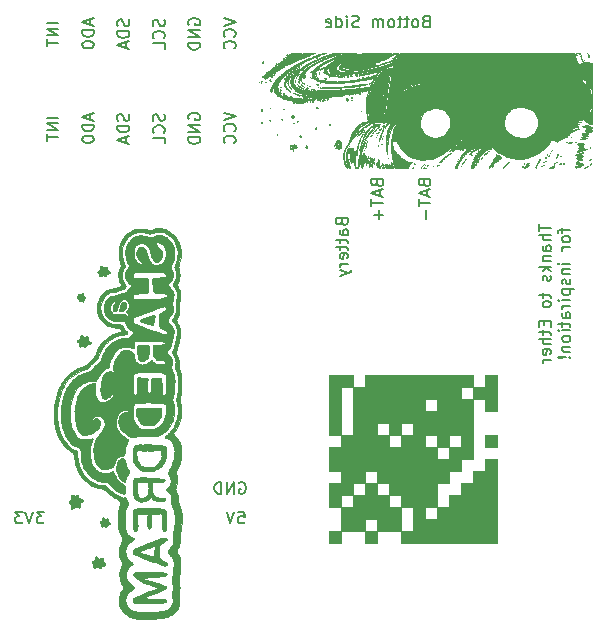
<source format=gbo>
%TF.GenerationSoftware,KiCad,Pcbnew,(5.1.10)-1*%
%TF.CreationDate,2021-12-21T20:20:17-05:00*%
%TF.ProjectId,SlimeVRMotherBoard,536c696d-6556-4524-9d6f-74686572426f,rev?*%
%TF.SameCoordinates,Original*%
%TF.FileFunction,Legend,Bot*%
%TF.FilePolarity,Positive*%
%FSLAX46Y46*%
G04 Gerber Fmt 4.6, Leading zero omitted, Abs format (unit mm)*
G04 Created by KiCad (PCBNEW (5.1.10)-1) date 2021-12-21 20:20:17*
%MOMM*%
%LPD*%
G01*
G04 APERTURE LIST*
%ADD10C,0.150000*%
%ADD11C,0.010000*%
%ADD12C,2.100000*%
%ADD13C,2.600000*%
%ADD14C,1.900000*%
G04 APERTURE END LIST*
D10*
X173047619Y-96928571D02*
X172904761Y-96976190D01*
X172857142Y-97023809D01*
X172809523Y-97119047D01*
X172809523Y-97261904D01*
X172857142Y-97357142D01*
X172904761Y-97404761D01*
X173000000Y-97452380D01*
X173380952Y-97452380D01*
X173380952Y-96452380D01*
X173047619Y-96452380D01*
X172952380Y-96500000D01*
X172904761Y-96547619D01*
X172857142Y-96642857D01*
X172857142Y-96738095D01*
X172904761Y-96833333D01*
X172952380Y-96880952D01*
X173047619Y-96928571D01*
X173380952Y-96928571D01*
X172238095Y-97452380D02*
X172333333Y-97404761D01*
X172380952Y-97357142D01*
X172428571Y-97261904D01*
X172428571Y-96976190D01*
X172380952Y-96880952D01*
X172333333Y-96833333D01*
X172238095Y-96785714D01*
X172095238Y-96785714D01*
X172000000Y-96833333D01*
X171952380Y-96880952D01*
X171904761Y-96976190D01*
X171904761Y-97261904D01*
X171952380Y-97357142D01*
X172000000Y-97404761D01*
X172095238Y-97452380D01*
X172238095Y-97452380D01*
X171619047Y-96785714D02*
X171238095Y-96785714D01*
X171476190Y-96452380D02*
X171476190Y-97309523D01*
X171428571Y-97404761D01*
X171333333Y-97452380D01*
X171238095Y-97452380D01*
X171047619Y-96785714D02*
X170666666Y-96785714D01*
X170904761Y-96452380D02*
X170904761Y-97309523D01*
X170857142Y-97404761D01*
X170761904Y-97452380D01*
X170666666Y-97452380D01*
X170190476Y-97452380D02*
X170285714Y-97404761D01*
X170333333Y-97357142D01*
X170380952Y-97261904D01*
X170380952Y-96976190D01*
X170333333Y-96880952D01*
X170285714Y-96833333D01*
X170190476Y-96785714D01*
X170047619Y-96785714D01*
X169952380Y-96833333D01*
X169904761Y-96880952D01*
X169857142Y-96976190D01*
X169857142Y-97261904D01*
X169904761Y-97357142D01*
X169952380Y-97404761D01*
X170047619Y-97452380D01*
X170190476Y-97452380D01*
X169428571Y-97452380D02*
X169428571Y-96785714D01*
X169428571Y-96880952D02*
X169380952Y-96833333D01*
X169285714Y-96785714D01*
X169142857Y-96785714D01*
X169047619Y-96833333D01*
X169000000Y-96928571D01*
X169000000Y-97452380D01*
X169000000Y-96928571D02*
X168952380Y-96833333D01*
X168857142Y-96785714D01*
X168714285Y-96785714D01*
X168619047Y-96833333D01*
X168571428Y-96928571D01*
X168571428Y-97452380D01*
X167380952Y-97404761D02*
X167238095Y-97452380D01*
X167000000Y-97452380D01*
X166904761Y-97404761D01*
X166857142Y-97357142D01*
X166809523Y-97261904D01*
X166809523Y-97166666D01*
X166857142Y-97071428D01*
X166904761Y-97023809D01*
X167000000Y-96976190D01*
X167190476Y-96928571D01*
X167285714Y-96880952D01*
X167333333Y-96833333D01*
X167380952Y-96738095D01*
X167380952Y-96642857D01*
X167333333Y-96547619D01*
X167285714Y-96500000D01*
X167190476Y-96452380D01*
X166952380Y-96452380D01*
X166809523Y-96500000D01*
X166380952Y-97452380D02*
X166380952Y-96785714D01*
X166380952Y-96452380D02*
X166428571Y-96500000D01*
X166380952Y-96547619D01*
X166333333Y-96500000D01*
X166380952Y-96452380D01*
X166380952Y-96547619D01*
X165476190Y-97452380D02*
X165476190Y-96452380D01*
X165476190Y-97404761D02*
X165571428Y-97452380D01*
X165761904Y-97452380D01*
X165857142Y-97404761D01*
X165904761Y-97357142D01*
X165952380Y-97261904D01*
X165952380Y-96976190D01*
X165904761Y-96880952D01*
X165857142Y-96833333D01*
X165761904Y-96785714D01*
X165571428Y-96785714D01*
X165476190Y-96833333D01*
X164619047Y-97404761D02*
X164714285Y-97452380D01*
X164904761Y-97452380D01*
X165000000Y-97404761D01*
X165047619Y-97309523D01*
X165047619Y-96928571D01*
X165000000Y-96833333D01*
X164904761Y-96785714D01*
X164714285Y-96785714D01*
X164619047Y-96833333D01*
X164571428Y-96928571D01*
X164571428Y-97023809D01*
X165047619Y-97119047D01*
X182627380Y-114119047D02*
X182627380Y-114690476D01*
X183627380Y-114404761D02*
X182627380Y-114404761D01*
X183627380Y-115023809D02*
X182627380Y-115023809D01*
X183627380Y-115452380D02*
X183103571Y-115452380D01*
X183008333Y-115404761D01*
X182960714Y-115309523D01*
X182960714Y-115166666D01*
X183008333Y-115071428D01*
X183055952Y-115023809D01*
X183627380Y-116357142D02*
X183103571Y-116357142D01*
X183008333Y-116309523D01*
X182960714Y-116214285D01*
X182960714Y-116023809D01*
X183008333Y-115928571D01*
X183579761Y-116357142D02*
X183627380Y-116261904D01*
X183627380Y-116023809D01*
X183579761Y-115928571D01*
X183484523Y-115880952D01*
X183389285Y-115880952D01*
X183294047Y-115928571D01*
X183246428Y-116023809D01*
X183246428Y-116261904D01*
X183198809Y-116357142D01*
X182960714Y-116833333D02*
X183627380Y-116833333D01*
X183055952Y-116833333D02*
X183008333Y-116880952D01*
X182960714Y-116976190D01*
X182960714Y-117119047D01*
X183008333Y-117214285D01*
X183103571Y-117261904D01*
X183627380Y-117261904D01*
X183627380Y-117738095D02*
X182627380Y-117738095D01*
X183246428Y-117833333D02*
X183627380Y-118119047D01*
X182960714Y-118119047D02*
X183341666Y-117738095D01*
X183579761Y-118500000D02*
X183627380Y-118595238D01*
X183627380Y-118785714D01*
X183579761Y-118880952D01*
X183484523Y-118928571D01*
X183436904Y-118928571D01*
X183341666Y-118880952D01*
X183294047Y-118785714D01*
X183294047Y-118642857D01*
X183246428Y-118547619D01*
X183151190Y-118500000D01*
X183103571Y-118500000D01*
X183008333Y-118547619D01*
X182960714Y-118642857D01*
X182960714Y-118785714D01*
X183008333Y-118880952D01*
X182960714Y-119976190D02*
X182960714Y-120357142D01*
X182627380Y-120119047D02*
X183484523Y-120119047D01*
X183579761Y-120166666D01*
X183627380Y-120261904D01*
X183627380Y-120357142D01*
X183627380Y-120833333D02*
X183579761Y-120738095D01*
X183532142Y-120690476D01*
X183436904Y-120642857D01*
X183151190Y-120642857D01*
X183055952Y-120690476D01*
X183008333Y-120738095D01*
X182960714Y-120833333D01*
X182960714Y-120976190D01*
X183008333Y-121071428D01*
X183055952Y-121119047D01*
X183151190Y-121166666D01*
X183436904Y-121166666D01*
X183532142Y-121119047D01*
X183579761Y-121071428D01*
X183627380Y-120976190D01*
X183627380Y-120833333D01*
X183103571Y-122357142D02*
X183103571Y-122690476D01*
X183627380Y-122833333D02*
X183627380Y-122357142D01*
X182627380Y-122357142D01*
X182627380Y-122833333D01*
X182960714Y-123119047D02*
X182960714Y-123500000D01*
X182627380Y-123261904D02*
X183484523Y-123261904D01*
X183579761Y-123309523D01*
X183627380Y-123404761D01*
X183627380Y-123500000D01*
X183627380Y-123833333D02*
X182627380Y-123833333D01*
X183627380Y-124261904D02*
X183103571Y-124261904D01*
X183008333Y-124214285D01*
X182960714Y-124119047D01*
X182960714Y-123976190D01*
X183008333Y-123880952D01*
X183055952Y-123833333D01*
X183579761Y-125119047D02*
X183627380Y-125023809D01*
X183627380Y-124833333D01*
X183579761Y-124738095D01*
X183484523Y-124690476D01*
X183103571Y-124690476D01*
X183008333Y-124738095D01*
X182960714Y-124833333D01*
X182960714Y-125023809D01*
X183008333Y-125119047D01*
X183103571Y-125166666D01*
X183198809Y-125166666D01*
X183294047Y-124690476D01*
X183627380Y-125595238D02*
X182960714Y-125595238D01*
X183151190Y-125595238D02*
X183055952Y-125642857D01*
X183008333Y-125690476D01*
X182960714Y-125785714D01*
X182960714Y-125880952D01*
X184610714Y-114452380D02*
X184610714Y-114833333D01*
X185277380Y-114595238D02*
X184420238Y-114595238D01*
X184325000Y-114642857D01*
X184277380Y-114738095D01*
X184277380Y-114833333D01*
X185277380Y-115309523D02*
X185229761Y-115214285D01*
X185182142Y-115166666D01*
X185086904Y-115119047D01*
X184801190Y-115119047D01*
X184705952Y-115166666D01*
X184658333Y-115214285D01*
X184610714Y-115309523D01*
X184610714Y-115452380D01*
X184658333Y-115547619D01*
X184705952Y-115595238D01*
X184801190Y-115642857D01*
X185086904Y-115642857D01*
X185182142Y-115595238D01*
X185229761Y-115547619D01*
X185277380Y-115452380D01*
X185277380Y-115309523D01*
X185277380Y-116071428D02*
X184610714Y-116071428D01*
X184801190Y-116071428D02*
X184705952Y-116119047D01*
X184658333Y-116166666D01*
X184610714Y-116261904D01*
X184610714Y-116357142D01*
X185277380Y-117452380D02*
X184610714Y-117452380D01*
X184277380Y-117452380D02*
X184325000Y-117404761D01*
X184372619Y-117452380D01*
X184325000Y-117500000D01*
X184277380Y-117452380D01*
X184372619Y-117452380D01*
X184610714Y-117928571D02*
X185277380Y-117928571D01*
X184705952Y-117928571D02*
X184658333Y-117976190D01*
X184610714Y-118071428D01*
X184610714Y-118214285D01*
X184658333Y-118309523D01*
X184753571Y-118357142D01*
X185277380Y-118357142D01*
X185229761Y-118785714D02*
X185277380Y-118880952D01*
X185277380Y-119071428D01*
X185229761Y-119166666D01*
X185134523Y-119214285D01*
X185086904Y-119214285D01*
X184991666Y-119166666D01*
X184944047Y-119071428D01*
X184944047Y-118928571D01*
X184896428Y-118833333D01*
X184801190Y-118785714D01*
X184753571Y-118785714D01*
X184658333Y-118833333D01*
X184610714Y-118928571D01*
X184610714Y-119071428D01*
X184658333Y-119166666D01*
X184610714Y-119642857D02*
X185610714Y-119642857D01*
X184658333Y-119642857D02*
X184610714Y-119738095D01*
X184610714Y-119928571D01*
X184658333Y-120023809D01*
X184705952Y-120071428D01*
X184801190Y-120119047D01*
X185086904Y-120119047D01*
X185182142Y-120071428D01*
X185229761Y-120023809D01*
X185277380Y-119928571D01*
X185277380Y-119738095D01*
X185229761Y-119642857D01*
X185277380Y-120547619D02*
X184610714Y-120547619D01*
X184277380Y-120547619D02*
X184325000Y-120500000D01*
X184372619Y-120547619D01*
X184325000Y-120595238D01*
X184277380Y-120547619D01*
X184372619Y-120547619D01*
X185277380Y-121023809D02*
X184610714Y-121023809D01*
X184801190Y-121023809D02*
X184705952Y-121071428D01*
X184658333Y-121119047D01*
X184610714Y-121214285D01*
X184610714Y-121309523D01*
X185277380Y-122071428D02*
X184753571Y-122071428D01*
X184658333Y-122023809D01*
X184610714Y-121928571D01*
X184610714Y-121738095D01*
X184658333Y-121642857D01*
X185229761Y-122071428D02*
X185277380Y-121976190D01*
X185277380Y-121738095D01*
X185229761Y-121642857D01*
X185134523Y-121595238D01*
X185039285Y-121595238D01*
X184944047Y-121642857D01*
X184896428Y-121738095D01*
X184896428Y-121976190D01*
X184848809Y-122071428D01*
X184610714Y-122404761D02*
X184610714Y-122785714D01*
X184277380Y-122547619D02*
X185134523Y-122547619D01*
X185229761Y-122595238D01*
X185277380Y-122690476D01*
X185277380Y-122785714D01*
X185277380Y-123119047D02*
X184610714Y-123119047D01*
X184277380Y-123119047D02*
X184325000Y-123071428D01*
X184372619Y-123119047D01*
X184325000Y-123166666D01*
X184277380Y-123119047D01*
X184372619Y-123119047D01*
X185277380Y-123738095D02*
X185229761Y-123642857D01*
X185182142Y-123595238D01*
X185086904Y-123547619D01*
X184801190Y-123547619D01*
X184705952Y-123595238D01*
X184658333Y-123642857D01*
X184610714Y-123738095D01*
X184610714Y-123880952D01*
X184658333Y-123976190D01*
X184705952Y-124023809D01*
X184801190Y-124071428D01*
X185086904Y-124071428D01*
X185182142Y-124023809D01*
X185229761Y-123976190D01*
X185277380Y-123880952D01*
X185277380Y-123738095D01*
X184610714Y-124500000D02*
X185277380Y-124500000D01*
X184705952Y-124500000D02*
X184658333Y-124547619D01*
X184610714Y-124642857D01*
X184610714Y-124785714D01*
X184658333Y-124880952D01*
X184753571Y-124928571D01*
X185277380Y-124928571D01*
X185182142Y-125404761D02*
X185229761Y-125452380D01*
X185277380Y-125404761D01*
X185229761Y-125357142D01*
X185182142Y-125404761D01*
X185277380Y-125404761D01*
X184896428Y-125404761D02*
X184325000Y-125357142D01*
X184277380Y-125404761D01*
X184325000Y-125452380D01*
X184896428Y-125404761D01*
X184277380Y-125404761D01*
X144666666Y-104785714D02*
X144666666Y-105261904D01*
X144952380Y-104690476D02*
X143952380Y-105023809D01*
X144952380Y-105357142D01*
X144952380Y-105690476D02*
X143952380Y-105690476D01*
X143952380Y-105928571D01*
X144000000Y-106071428D01*
X144095238Y-106166666D01*
X144190476Y-106214285D01*
X144380952Y-106261904D01*
X144523809Y-106261904D01*
X144714285Y-106214285D01*
X144809523Y-106166666D01*
X144904761Y-106071428D01*
X144952380Y-105928571D01*
X144952380Y-105690476D01*
X143952380Y-106880952D02*
X143952380Y-106976190D01*
X144000000Y-107071428D01*
X144047619Y-107119047D01*
X144142857Y-107166666D01*
X144333333Y-107214285D01*
X144571428Y-107214285D01*
X144761904Y-107166666D01*
X144857142Y-107119047D01*
X144904761Y-107071428D01*
X144952380Y-106976190D01*
X144952380Y-106880952D01*
X144904761Y-106785714D01*
X144857142Y-106738095D01*
X144761904Y-106690476D01*
X144571428Y-106642857D01*
X144333333Y-106642857D01*
X144142857Y-106690476D01*
X144047619Y-106738095D01*
X144000000Y-106785714D01*
X143952380Y-106880952D01*
X147904761Y-104785714D02*
X147952380Y-104928571D01*
X147952380Y-105166666D01*
X147904761Y-105261904D01*
X147857142Y-105309523D01*
X147761904Y-105357142D01*
X147666666Y-105357142D01*
X147571428Y-105309523D01*
X147523809Y-105261904D01*
X147476190Y-105166666D01*
X147428571Y-104976190D01*
X147380952Y-104880952D01*
X147333333Y-104833333D01*
X147238095Y-104785714D01*
X147142857Y-104785714D01*
X147047619Y-104833333D01*
X147000000Y-104880952D01*
X146952380Y-104976190D01*
X146952380Y-105214285D01*
X147000000Y-105357142D01*
X147952380Y-105785714D02*
X146952380Y-105785714D01*
X146952380Y-106023809D01*
X147000000Y-106166666D01*
X147095238Y-106261904D01*
X147190476Y-106309523D01*
X147380952Y-106357142D01*
X147523809Y-106357142D01*
X147714285Y-106309523D01*
X147809523Y-106261904D01*
X147904761Y-106166666D01*
X147952380Y-106023809D01*
X147952380Y-105785714D01*
X147666666Y-106738095D02*
X147666666Y-107214285D01*
X147952380Y-106642857D02*
X146952380Y-106976190D01*
X147952380Y-107309523D01*
X153000000Y-105238095D02*
X152952380Y-105142857D01*
X152952380Y-105000000D01*
X153000000Y-104857142D01*
X153095238Y-104761904D01*
X153190476Y-104714285D01*
X153380952Y-104666666D01*
X153523809Y-104666666D01*
X153714285Y-104714285D01*
X153809523Y-104761904D01*
X153904761Y-104857142D01*
X153952380Y-105000000D01*
X153952380Y-105095238D01*
X153904761Y-105238095D01*
X153857142Y-105285714D01*
X153523809Y-105285714D01*
X153523809Y-105095238D01*
X153952380Y-105714285D02*
X152952380Y-105714285D01*
X153952380Y-106285714D01*
X152952380Y-106285714D01*
X153952380Y-106761904D02*
X152952380Y-106761904D01*
X152952380Y-107000000D01*
X153000000Y-107142857D01*
X153095238Y-107238095D01*
X153190476Y-107285714D01*
X153380952Y-107333333D01*
X153523809Y-107333333D01*
X153714285Y-107285714D01*
X153809523Y-107238095D01*
X153904761Y-107142857D01*
X153952380Y-107000000D01*
X153952380Y-106761904D01*
X150904761Y-104809523D02*
X150952380Y-104952380D01*
X150952380Y-105190476D01*
X150904761Y-105285714D01*
X150857142Y-105333333D01*
X150761904Y-105380952D01*
X150666666Y-105380952D01*
X150571428Y-105333333D01*
X150523809Y-105285714D01*
X150476190Y-105190476D01*
X150428571Y-105000000D01*
X150380952Y-104904761D01*
X150333333Y-104857142D01*
X150238095Y-104809523D01*
X150142857Y-104809523D01*
X150047619Y-104857142D01*
X150000000Y-104904761D01*
X149952380Y-105000000D01*
X149952380Y-105238095D01*
X150000000Y-105380952D01*
X150857142Y-106380952D02*
X150904761Y-106333333D01*
X150952380Y-106190476D01*
X150952380Y-106095238D01*
X150904761Y-105952380D01*
X150809523Y-105857142D01*
X150714285Y-105809523D01*
X150523809Y-105761904D01*
X150380952Y-105761904D01*
X150190476Y-105809523D01*
X150095238Y-105857142D01*
X150000000Y-105952380D01*
X149952380Y-106095238D01*
X149952380Y-106190476D01*
X150000000Y-106333333D01*
X150047619Y-106380952D01*
X150952380Y-107285714D02*
X150952380Y-106809523D01*
X149952380Y-106809523D01*
X141952380Y-105095238D02*
X140952380Y-105095238D01*
X141952380Y-105571428D02*
X140952380Y-105571428D01*
X141952380Y-106142857D01*
X140952380Y-106142857D01*
X140952380Y-106476190D02*
X140952380Y-107047619D01*
X141952380Y-106761904D02*
X140952380Y-106761904D01*
X141952380Y-97095238D02*
X140952380Y-97095238D01*
X141952380Y-97571428D02*
X140952380Y-97571428D01*
X141952380Y-98142857D01*
X140952380Y-98142857D01*
X140952380Y-98476190D02*
X140952380Y-99047619D01*
X141952380Y-98761904D02*
X140952380Y-98761904D01*
X144666666Y-96785714D02*
X144666666Y-97261904D01*
X144952380Y-96690476D02*
X143952380Y-97023809D01*
X144952380Y-97357142D01*
X144952380Y-97690476D02*
X143952380Y-97690476D01*
X143952380Y-97928571D01*
X144000000Y-98071428D01*
X144095238Y-98166666D01*
X144190476Y-98214285D01*
X144380952Y-98261904D01*
X144523809Y-98261904D01*
X144714285Y-98214285D01*
X144809523Y-98166666D01*
X144904761Y-98071428D01*
X144952380Y-97928571D01*
X144952380Y-97690476D01*
X143952380Y-98880952D02*
X143952380Y-98976190D01*
X144000000Y-99071428D01*
X144047619Y-99119047D01*
X144142857Y-99166666D01*
X144333333Y-99214285D01*
X144571428Y-99214285D01*
X144761904Y-99166666D01*
X144857142Y-99119047D01*
X144904761Y-99071428D01*
X144952380Y-98976190D01*
X144952380Y-98880952D01*
X144904761Y-98785714D01*
X144857142Y-98738095D01*
X144761904Y-98690476D01*
X144571428Y-98642857D01*
X144333333Y-98642857D01*
X144142857Y-98690476D01*
X144047619Y-98738095D01*
X144000000Y-98785714D01*
X143952380Y-98880952D01*
X147904761Y-96785714D02*
X147952380Y-96928571D01*
X147952380Y-97166666D01*
X147904761Y-97261904D01*
X147857142Y-97309523D01*
X147761904Y-97357142D01*
X147666666Y-97357142D01*
X147571428Y-97309523D01*
X147523809Y-97261904D01*
X147476190Y-97166666D01*
X147428571Y-96976190D01*
X147380952Y-96880952D01*
X147333333Y-96833333D01*
X147238095Y-96785714D01*
X147142857Y-96785714D01*
X147047619Y-96833333D01*
X147000000Y-96880952D01*
X146952380Y-96976190D01*
X146952380Y-97214285D01*
X147000000Y-97357142D01*
X147952380Y-97785714D02*
X146952380Y-97785714D01*
X146952380Y-98023809D01*
X147000000Y-98166666D01*
X147095238Y-98261904D01*
X147190476Y-98309523D01*
X147380952Y-98357142D01*
X147523809Y-98357142D01*
X147714285Y-98309523D01*
X147809523Y-98261904D01*
X147904761Y-98166666D01*
X147952380Y-98023809D01*
X147952380Y-97785714D01*
X147666666Y-98738095D02*
X147666666Y-99214285D01*
X147952380Y-98642857D02*
X146952380Y-98976190D01*
X147952380Y-99309523D01*
X150904761Y-96809523D02*
X150952380Y-96952380D01*
X150952380Y-97190476D01*
X150904761Y-97285714D01*
X150857142Y-97333333D01*
X150761904Y-97380952D01*
X150666666Y-97380952D01*
X150571428Y-97333333D01*
X150523809Y-97285714D01*
X150476190Y-97190476D01*
X150428571Y-97000000D01*
X150380952Y-96904761D01*
X150333333Y-96857142D01*
X150238095Y-96809523D01*
X150142857Y-96809523D01*
X150047619Y-96857142D01*
X150000000Y-96904761D01*
X149952380Y-97000000D01*
X149952380Y-97238095D01*
X150000000Y-97380952D01*
X150857142Y-98380952D02*
X150904761Y-98333333D01*
X150952380Y-98190476D01*
X150952380Y-98095238D01*
X150904761Y-97952380D01*
X150809523Y-97857142D01*
X150714285Y-97809523D01*
X150523809Y-97761904D01*
X150380952Y-97761904D01*
X150190476Y-97809523D01*
X150095238Y-97857142D01*
X150000000Y-97952380D01*
X149952380Y-98095238D01*
X149952380Y-98190476D01*
X150000000Y-98333333D01*
X150047619Y-98380952D01*
X150952380Y-99285714D02*
X150952380Y-98809523D01*
X149952380Y-98809523D01*
X153000000Y-97238095D02*
X152952380Y-97142857D01*
X152952380Y-97000000D01*
X153000000Y-96857142D01*
X153095238Y-96761904D01*
X153190476Y-96714285D01*
X153380952Y-96666666D01*
X153523809Y-96666666D01*
X153714285Y-96714285D01*
X153809523Y-96761904D01*
X153904761Y-96857142D01*
X153952380Y-97000000D01*
X153952380Y-97095238D01*
X153904761Y-97238095D01*
X153857142Y-97285714D01*
X153523809Y-97285714D01*
X153523809Y-97095238D01*
X153952380Y-97714285D02*
X152952380Y-97714285D01*
X153952380Y-98285714D01*
X152952380Y-98285714D01*
X153952380Y-98761904D02*
X152952380Y-98761904D01*
X152952380Y-99000000D01*
X153000000Y-99142857D01*
X153095238Y-99238095D01*
X153190476Y-99285714D01*
X153380952Y-99333333D01*
X153523809Y-99333333D01*
X153714285Y-99285714D01*
X153809523Y-99238095D01*
X153904761Y-99142857D01*
X153952380Y-99000000D01*
X153952380Y-98761904D01*
X155952380Y-104666666D02*
X156952380Y-105000000D01*
X155952380Y-105333333D01*
X156857142Y-106238095D02*
X156904761Y-106190476D01*
X156952380Y-106047619D01*
X156952380Y-105952380D01*
X156904761Y-105809523D01*
X156809523Y-105714285D01*
X156714285Y-105666666D01*
X156523809Y-105619047D01*
X156380952Y-105619047D01*
X156190476Y-105666666D01*
X156095238Y-105714285D01*
X156000000Y-105809523D01*
X155952380Y-105952380D01*
X155952380Y-106047619D01*
X156000000Y-106190476D01*
X156047619Y-106238095D01*
X156857142Y-107238095D02*
X156904761Y-107190476D01*
X156952380Y-107047619D01*
X156952380Y-106952380D01*
X156904761Y-106809523D01*
X156809523Y-106714285D01*
X156714285Y-106666666D01*
X156523809Y-106619047D01*
X156380952Y-106619047D01*
X156190476Y-106666666D01*
X156095238Y-106714285D01*
X156000000Y-106809523D01*
X155952380Y-106952380D01*
X155952380Y-107047619D01*
X156000000Y-107190476D01*
X156047619Y-107238095D01*
X155952380Y-96666666D02*
X156952380Y-97000000D01*
X155952380Y-97333333D01*
X156857142Y-98238095D02*
X156904761Y-98190476D01*
X156952380Y-98047619D01*
X156952380Y-97952380D01*
X156904761Y-97809523D01*
X156809523Y-97714285D01*
X156714285Y-97666666D01*
X156523809Y-97619047D01*
X156380952Y-97619047D01*
X156190476Y-97666666D01*
X156095238Y-97714285D01*
X156000000Y-97809523D01*
X155952380Y-97952380D01*
X155952380Y-98047619D01*
X156000000Y-98190476D01*
X156047619Y-98238095D01*
X156857142Y-99238095D02*
X156904761Y-99190476D01*
X156952380Y-99047619D01*
X156952380Y-98952380D01*
X156904761Y-98809523D01*
X156809523Y-98714285D01*
X156714285Y-98666666D01*
X156523809Y-98619047D01*
X156380952Y-98619047D01*
X156190476Y-98666666D01*
X156095238Y-98714285D01*
X156000000Y-98809523D01*
X155952380Y-98952380D01*
X155952380Y-99047619D01*
X156000000Y-99190476D01*
X156047619Y-99238095D01*
X157190476Y-138452380D02*
X157666666Y-138452380D01*
X157714285Y-138928571D01*
X157666666Y-138880952D01*
X157571428Y-138833333D01*
X157333333Y-138833333D01*
X157238095Y-138880952D01*
X157190476Y-138928571D01*
X157142857Y-139023809D01*
X157142857Y-139261904D01*
X157190476Y-139357142D01*
X157238095Y-139404761D01*
X157333333Y-139452380D01*
X157571428Y-139452380D01*
X157666666Y-139404761D01*
X157714285Y-139357142D01*
X156857142Y-138452380D02*
X156523809Y-139452380D01*
X156190476Y-138452380D01*
X157261904Y-136000000D02*
X157357142Y-135952380D01*
X157500000Y-135952380D01*
X157642857Y-136000000D01*
X157738095Y-136095238D01*
X157785714Y-136190476D01*
X157833333Y-136380952D01*
X157833333Y-136523809D01*
X157785714Y-136714285D01*
X157738095Y-136809523D01*
X157642857Y-136904761D01*
X157500000Y-136952380D01*
X157404761Y-136952380D01*
X157261904Y-136904761D01*
X157214285Y-136857142D01*
X157214285Y-136523809D01*
X157404761Y-136523809D01*
X156785714Y-136952380D02*
X156785714Y-135952380D01*
X156214285Y-136952380D01*
X156214285Y-135952380D01*
X155738095Y-136952380D02*
X155738095Y-135952380D01*
X155500000Y-135952380D01*
X155357142Y-136000000D01*
X155261904Y-136095238D01*
X155214285Y-136190476D01*
X155166666Y-136380952D01*
X155166666Y-136523809D01*
X155214285Y-136714285D01*
X155261904Y-136809523D01*
X155357142Y-136904761D01*
X155500000Y-136952380D01*
X155738095Y-136952380D01*
X140738095Y-138452380D02*
X140119047Y-138452380D01*
X140452380Y-138833333D01*
X140309523Y-138833333D01*
X140214285Y-138880952D01*
X140166666Y-138928571D01*
X140119047Y-139023809D01*
X140119047Y-139261904D01*
X140166666Y-139357142D01*
X140214285Y-139404761D01*
X140309523Y-139452380D01*
X140595238Y-139452380D01*
X140690476Y-139404761D01*
X140738095Y-139357142D01*
X139833333Y-138452380D02*
X139500000Y-139452380D01*
X139166666Y-138452380D01*
X138928571Y-138452380D02*
X138309523Y-138452380D01*
X138642857Y-138833333D01*
X138500000Y-138833333D01*
X138404761Y-138880952D01*
X138357142Y-138928571D01*
X138309523Y-139023809D01*
X138309523Y-139261904D01*
X138357142Y-139357142D01*
X138404761Y-139404761D01*
X138500000Y-139452380D01*
X138785714Y-139452380D01*
X138880952Y-139404761D01*
X138928571Y-139357142D01*
X165928571Y-113928571D02*
X165976190Y-114071428D01*
X166023809Y-114119047D01*
X166119047Y-114166666D01*
X166261904Y-114166666D01*
X166357142Y-114119047D01*
X166404761Y-114071428D01*
X166452380Y-113976190D01*
X166452380Y-113595238D01*
X165452380Y-113595238D01*
X165452380Y-113928571D01*
X165500000Y-114023809D01*
X165547619Y-114071428D01*
X165642857Y-114119047D01*
X165738095Y-114119047D01*
X165833333Y-114071428D01*
X165880952Y-114023809D01*
X165928571Y-113928571D01*
X165928571Y-113595238D01*
X166452380Y-115023809D02*
X165928571Y-115023809D01*
X165833333Y-114976190D01*
X165785714Y-114880952D01*
X165785714Y-114690476D01*
X165833333Y-114595238D01*
X166404761Y-115023809D02*
X166452380Y-114928571D01*
X166452380Y-114690476D01*
X166404761Y-114595238D01*
X166309523Y-114547619D01*
X166214285Y-114547619D01*
X166119047Y-114595238D01*
X166071428Y-114690476D01*
X166071428Y-114928571D01*
X166023809Y-115023809D01*
X165785714Y-115357142D02*
X165785714Y-115738095D01*
X165452380Y-115500000D02*
X166309523Y-115500000D01*
X166404761Y-115547619D01*
X166452380Y-115642857D01*
X166452380Y-115738095D01*
X165785714Y-115928571D02*
X165785714Y-116309523D01*
X165452380Y-116071428D02*
X166309523Y-116071428D01*
X166404761Y-116119047D01*
X166452380Y-116214285D01*
X166452380Y-116309523D01*
X166404761Y-117023809D02*
X166452380Y-116928571D01*
X166452380Y-116738095D01*
X166404761Y-116642857D01*
X166309523Y-116595238D01*
X165928571Y-116595238D01*
X165833333Y-116642857D01*
X165785714Y-116738095D01*
X165785714Y-116928571D01*
X165833333Y-117023809D01*
X165928571Y-117071428D01*
X166023809Y-117071428D01*
X166119047Y-116595238D01*
X166452380Y-117500000D02*
X165785714Y-117500000D01*
X165976190Y-117500000D02*
X165880952Y-117547619D01*
X165833333Y-117595238D01*
X165785714Y-117690476D01*
X165785714Y-117785714D01*
X165785714Y-118023809D02*
X166452380Y-118261904D01*
X165785714Y-118500000D02*
X166452380Y-118261904D01*
X166690476Y-118166666D01*
X166738095Y-118119047D01*
X166785714Y-118023809D01*
X172928571Y-110642857D02*
X172976190Y-110785714D01*
X173023809Y-110833333D01*
X173119047Y-110880952D01*
X173261904Y-110880952D01*
X173357142Y-110833333D01*
X173404761Y-110785714D01*
X173452380Y-110690476D01*
X173452380Y-110309523D01*
X172452380Y-110309523D01*
X172452380Y-110642857D01*
X172500000Y-110738095D01*
X172547619Y-110785714D01*
X172642857Y-110833333D01*
X172738095Y-110833333D01*
X172833333Y-110785714D01*
X172880952Y-110738095D01*
X172928571Y-110642857D01*
X172928571Y-110309523D01*
X173166666Y-111261904D02*
X173166666Y-111738095D01*
X173452380Y-111166666D02*
X172452380Y-111500000D01*
X173452380Y-111833333D01*
X172452380Y-112023809D02*
X172452380Y-112595238D01*
X173452380Y-112309523D02*
X172452380Y-112309523D01*
X173071428Y-112928571D02*
X173071428Y-113690476D01*
X168928571Y-110642857D02*
X168976190Y-110785714D01*
X169023809Y-110833333D01*
X169119047Y-110880952D01*
X169261904Y-110880952D01*
X169357142Y-110833333D01*
X169404761Y-110785714D01*
X169452380Y-110690476D01*
X169452380Y-110309523D01*
X168452380Y-110309523D01*
X168452380Y-110642857D01*
X168500000Y-110738095D01*
X168547619Y-110785714D01*
X168642857Y-110833333D01*
X168738095Y-110833333D01*
X168833333Y-110785714D01*
X168880952Y-110738095D01*
X168928571Y-110642857D01*
X168928571Y-110309523D01*
X169166666Y-111261904D02*
X169166666Y-111738095D01*
X169452380Y-111166666D02*
X168452380Y-111500000D01*
X169452380Y-111833333D01*
X168452380Y-112023809D02*
X168452380Y-112595238D01*
X169452380Y-112309523D02*
X168452380Y-112309523D01*
X169071428Y-112928571D02*
X169071428Y-113690476D01*
X169452380Y-113309523D02*
X168690476Y-113309523D01*
D11*
%TO.C,G\u002A\u002A\u002A*%
G36*
X168952000Y-140096000D02*
G01*
X170984000Y-140096000D01*
X170984000Y-138064000D01*
X172000000Y-138064000D01*
X172000000Y-139080000D01*
X173016000Y-139080000D01*
X173016000Y-138064000D01*
X174032000Y-138064000D01*
X174032000Y-139080000D01*
X173016000Y-139080000D01*
X172000000Y-139080000D01*
X172000000Y-140096000D01*
X170984000Y-140096000D01*
X170984000Y-141112000D01*
X179112000Y-141112000D01*
X179112000Y-134000000D01*
X178096000Y-134000000D01*
X178096000Y-135016000D01*
X177080000Y-135016000D01*
X177080000Y-136032000D01*
X176064000Y-136032000D01*
X176064000Y-137048000D01*
X175048000Y-137048000D01*
X175048000Y-138064000D01*
X174032000Y-138064000D01*
X174032000Y-136032000D01*
X175048000Y-136032000D01*
X175048000Y-135016000D01*
X176064000Y-135016000D01*
X176064000Y-134000000D01*
X177080000Y-134000000D01*
X177080000Y-128920000D01*
X178096000Y-128920000D01*
X178096000Y-129936000D01*
X179112000Y-129936000D01*
X179112000Y-126888000D01*
X178096000Y-126888000D01*
X178096000Y-127904000D01*
X177080000Y-127904000D01*
X177080000Y-126888000D01*
X167936000Y-126888000D01*
X167936000Y-127904000D01*
X166920000Y-127904000D01*
X166920000Y-126888000D01*
X164888000Y-126888000D01*
X164888000Y-131968000D01*
X165904000Y-131968000D01*
X165904000Y-127904000D01*
X166920000Y-127904000D01*
X166920000Y-129936000D01*
X173016000Y-129936000D01*
X173016000Y-128920000D01*
X174032000Y-128920000D01*
X176064000Y-128920000D01*
X176064000Y-127904000D01*
X177080000Y-127904000D01*
X177080000Y-128920000D01*
X176064000Y-128920000D01*
X174032000Y-128920000D01*
X174032000Y-129936000D01*
X173016000Y-129936000D01*
X166920000Y-129936000D01*
X166920000Y-131968000D01*
X168952000Y-131968000D01*
X168952000Y-130952000D01*
X169968000Y-130952000D01*
X169968000Y-131968000D01*
X168952000Y-131968000D01*
X166920000Y-131968000D01*
X165904000Y-131968000D01*
X165904000Y-132984000D01*
X169968000Y-132984000D01*
X169968000Y-131968000D01*
X170984000Y-131968000D01*
X170984000Y-130952000D01*
X172000000Y-130952000D01*
X172000000Y-131968000D01*
X170984000Y-131968000D01*
X170984000Y-132984000D01*
X173016000Y-132984000D01*
X173016000Y-131968000D01*
X174032000Y-131968000D01*
X174032000Y-132984000D01*
X173016000Y-132984000D01*
X170984000Y-132984000D01*
X169968000Y-132984000D01*
X165904000Y-132984000D01*
X164888000Y-132984000D01*
X164888000Y-134000000D01*
X174032000Y-134000000D01*
X174032000Y-132984000D01*
X175048000Y-132984000D01*
X175048000Y-131968000D01*
X176064000Y-131968000D01*
X176064000Y-132984000D01*
X175048000Y-132984000D01*
X175048000Y-134000000D01*
X174032000Y-134000000D01*
X164888000Y-134000000D01*
X164888000Y-135016000D01*
X165904000Y-135016000D01*
X165904000Y-136032000D01*
X164888000Y-136032000D01*
X164888000Y-138064000D01*
X165904000Y-138064000D01*
X165904000Y-137048000D01*
X166920000Y-137048000D01*
X166920000Y-136032000D01*
X167936000Y-136032000D01*
X167936000Y-135016000D01*
X168952000Y-135016000D01*
X168952000Y-136032000D01*
X167936000Y-136032000D01*
X167936000Y-137048000D01*
X168952000Y-137048000D01*
X168952000Y-136032000D01*
X169968000Y-136032000D01*
X169968000Y-137048000D01*
X168952000Y-137048000D01*
X167936000Y-137048000D01*
X166920000Y-137048000D01*
X166920000Y-138064000D01*
X169968000Y-138064000D01*
X169968000Y-137048000D01*
X170984000Y-137048000D01*
X170984000Y-138064000D01*
X169968000Y-138064000D01*
X166920000Y-138064000D01*
X165904000Y-138064000D01*
X165904000Y-140096000D01*
X167936000Y-140096000D01*
X167936000Y-139080000D01*
X168952000Y-139080000D01*
X168952000Y-140096000D01*
X167936000Y-140096000D01*
X167936000Y-141112000D01*
X168952000Y-141112000D01*
X168952000Y-140096000D01*
G37*
X168952000Y-140096000D02*
X170984000Y-140096000D01*
X170984000Y-138064000D01*
X172000000Y-138064000D01*
X172000000Y-139080000D01*
X173016000Y-139080000D01*
X173016000Y-138064000D01*
X174032000Y-138064000D01*
X174032000Y-139080000D01*
X173016000Y-139080000D01*
X172000000Y-139080000D01*
X172000000Y-140096000D01*
X170984000Y-140096000D01*
X170984000Y-141112000D01*
X179112000Y-141112000D01*
X179112000Y-134000000D01*
X178096000Y-134000000D01*
X178096000Y-135016000D01*
X177080000Y-135016000D01*
X177080000Y-136032000D01*
X176064000Y-136032000D01*
X176064000Y-137048000D01*
X175048000Y-137048000D01*
X175048000Y-138064000D01*
X174032000Y-138064000D01*
X174032000Y-136032000D01*
X175048000Y-136032000D01*
X175048000Y-135016000D01*
X176064000Y-135016000D01*
X176064000Y-134000000D01*
X177080000Y-134000000D01*
X177080000Y-128920000D01*
X178096000Y-128920000D01*
X178096000Y-129936000D01*
X179112000Y-129936000D01*
X179112000Y-126888000D01*
X178096000Y-126888000D01*
X178096000Y-127904000D01*
X177080000Y-127904000D01*
X177080000Y-126888000D01*
X167936000Y-126888000D01*
X167936000Y-127904000D01*
X166920000Y-127904000D01*
X166920000Y-126888000D01*
X164888000Y-126888000D01*
X164888000Y-131968000D01*
X165904000Y-131968000D01*
X165904000Y-127904000D01*
X166920000Y-127904000D01*
X166920000Y-129936000D01*
X173016000Y-129936000D01*
X173016000Y-128920000D01*
X174032000Y-128920000D01*
X176064000Y-128920000D01*
X176064000Y-127904000D01*
X177080000Y-127904000D01*
X177080000Y-128920000D01*
X176064000Y-128920000D01*
X174032000Y-128920000D01*
X174032000Y-129936000D01*
X173016000Y-129936000D01*
X166920000Y-129936000D01*
X166920000Y-131968000D01*
X168952000Y-131968000D01*
X168952000Y-130952000D01*
X169968000Y-130952000D01*
X169968000Y-131968000D01*
X168952000Y-131968000D01*
X166920000Y-131968000D01*
X165904000Y-131968000D01*
X165904000Y-132984000D01*
X169968000Y-132984000D01*
X169968000Y-131968000D01*
X170984000Y-131968000D01*
X170984000Y-130952000D01*
X172000000Y-130952000D01*
X172000000Y-131968000D01*
X170984000Y-131968000D01*
X170984000Y-132984000D01*
X173016000Y-132984000D01*
X173016000Y-131968000D01*
X174032000Y-131968000D01*
X174032000Y-132984000D01*
X173016000Y-132984000D01*
X170984000Y-132984000D01*
X169968000Y-132984000D01*
X165904000Y-132984000D01*
X164888000Y-132984000D01*
X164888000Y-134000000D01*
X174032000Y-134000000D01*
X174032000Y-132984000D01*
X175048000Y-132984000D01*
X175048000Y-131968000D01*
X176064000Y-131968000D01*
X176064000Y-132984000D01*
X175048000Y-132984000D01*
X175048000Y-134000000D01*
X174032000Y-134000000D01*
X164888000Y-134000000D01*
X164888000Y-135016000D01*
X165904000Y-135016000D01*
X165904000Y-136032000D01*
X164888000Y-136032000D01*
X164888000Y-138064000D01*
X165904000Y-138064000D01*
X165904000Y-137048000D01*
X166920000Y-137048000D01*
X166920000Y-136032000D01*
X167936000Y-136032000D01*
X167936000Y-135016000D01*
X168952000Y-135016000D01*
X168952000Y-136032000D01*
X167936000Y-136032000D01*
X167936000Y-137048000D01*
X168952000Y-137048000D01*
X168952000Y-136032000D01*
X169968000Y-136032000D01*
X169968000Y-137048000D01*
X168952000Y-137048000D01*
X167936000Y-137048000D01*
X166920000Y-137048000D01*
X166920000Y-138064000D01*
X169968000Y-138064000D01*
X169968000Y-137048000D01*
X170984000Y-137048000D01*
X170984000Y-138064000D01*
X169968000Y-138064000D01*
X166920000Y-138064000D01*
X165904000Y-138064000D01*
X165904000Y-140096000D01*
X167936000Y-140096000D01*
X167936000Y-139080000D01*
X168952000Y-139080000D01*
X168952000Y-140096000D01*
X167936000Y-140096000D01*
X167936000Y-141112000D01*
X168952000Y-141112000D01*
X168952000Y-140096000D01*
G36*
X165904000Y-140096000D02*
G01*
X164888000Y-140096000D01*
X164888000Y-141112000D01*
X165904000Y-141112000D01*
X165904000Y-140096000D01*
G37*
X165904000Y-140096000D02*
X164888000Y-140096000D01*
X164888000Y-141112000D01*
X165904000Y-141112000D01*
X165904000Y-140096000D01*
G36*
X179112000Y-131968000D02*
G01*
X178096000Y-131968000D01*
X178096000Y-132984000D01*
X179112000Y-132984000D01*
X179112000Y-131968000D01*
G37*
X179112000Y-131968000D02*
X178096000Y-131968000D01*
X178096000Y-132984000D01*
X179112000Y-132984000D01*
X179112000Y-131968000D01*
G36*
X141553016Y-130375486D02*
G01*
X141560700Y-130514576D01*
X141562567Y-130536924D01*
X141585853Y-130751015D01*
X141617813Y-130971925D01*
X141656966Y-131192372D01*
X141701826Y-131405077D01*
X141750909Y-131602760D01*
X141802732Y-131778138D01*
X141833884Y-131867911D01*
X141953431Y-132151882D01*
X142093541Y-132417279D01*
X142252333Y-132661631D01*
X142427924Y-132882463D01*
X142618435Y-133077302D01*
X142821984Y-133243675D01*
X142940925Y-133323463D01*
X143026371Y-133376705D01*
X143088148Y-133416420D01*
X143131429Y-133446835D01*
X143161385Y-133472174D01*
X143183191Y-133496662D01*
X143202019Y-133524525D01*
X143216199Y-133548302D01*
X143238963Y-133594060D01*
X143255213Y-133646233D01*
X143267228Y-133714264D01*
X143276375Y-133797617D01*
X143322697Y-134147102D01*
X143394876Y-134474761D01*
X143492970Y-134780703D01*
X143617037Y-135065042D01*
X143767134Y-135327888D01*
X143943320Y-135569355D01*
X144145652Y-135789553D01*
X144374189Y-135988596D01*
X144430504Y-136031424D01*
X144624392Y-136162013D01*
X144825069Y-136269945D01*
X145038641Y-136357712D01*
X145271211Y-136427811D01*
X145528884Y-136482735D01*
X145539384Y-136484579D01*
X145625531Y-136501890D01*
X145708093Y-136522474D01*
X145776089Y-136543386D01*
X145810119Y-136557120D01*
X145858444Y-136588057D01*
X145924587Y-136641265D01*
X146004419Y-136713223D01*
X146085402Y-136791950D01*
X146244300Y-136943410D01*
X146395907Y-137070420D01*
X146548083Y-137178817D01*
X146708686Y-137274440D01*
X146796800Y-137320383D01*
X146932193Y-137392737D01*
X147036634Y-137461326D01*
X147112014Y-137530655D01*
X147160222Y-137605228D01*
X147183147Y-137689551D01*
X147182680Y-137788127D01*
X147160711Y-137905461D01*
X147119130Y-138046058D01*
X147111205Y-138069765D01*
X147070123Y-138201998D01*
X147038079Y-138331822D01*
X147013323Y-138468660D01*
X146994102Y-138621936D01*
X146980931Y-138770558D01*
X146973716Y-138902979D01*
X146970279Y-139054249D01*
X146970412Y-139216137D01*
X146973907Y-139380415D01*
X146980557Y-139538851D01*
X146990154Y-139683216D01*
X147002490Y-139805279D01*
X147008064Y-139845485D01*
X147057560Y-140082533D01*
X147130346Y-140303624D01*
X147224720Y-140504251D01*
X147306924Y-140636138D01*
X147358857Y-140724656D01*
X147381093Y-140803658D01*
X147373926Y-140879357D01*
X147337652Y-140957966D01*
X147323283Y-140979948D01*
X147273092Y-141062271D01*
X147220137Y-141164598D01*
X147170325Y-141274195D01*
X147129567Y-141378328D01*
X147110071Y-141439400D01*
X147091617Y-141530618D01*
X147078788Y-141644940D01*
X147071847Y-141772028D01*
X147071055Y-141901546D01*
X147076676Y-142023158D01*
X147088972Y-142126526D01*
X147092165Y-142143651D01*
X147124911Y-142272339D01*
X147170990Y-142406489D01*
X147225602Y-142533934D01*
X147283945Y-142642512D01*
X147297234Y-142663307D01*
X147348395Y-142761345D01*
X147367166Y-142835915D01*
X147370110Y-142875154D01*
X147366915Y-142910701D01*
X147355105Y-142950729D01*
X147332206Y-143003414D01*
X147295740Y-143076928D01*
X147291865Y-143084537D01*
X147225382Y-143225125D01*
X147177261Y-143353450D01*
X147143426Y-143482616D01*
X147119800Y-143625725D01*
X147117349Y-143645347D01*
X147108756Y-143852974D01*
X147131575Y-144064265D01*
X147184492Y-144274176D01*
X147266190Y-144477664D01*
X147375353Y-144669686D01*
X147390365Y-144691906D01*
X147431124Y-144768227D01*
X147451525Y-144844754D01*
X147449951Y-144912591D01*
X147436734Y-144947225D01*
X147418011Y-144976615D01*
X147385504Y-145025872D01*
X147344570Y-145086923D01*
X147318573Y-145125299D01*
X147211141Y-145307353D01*
X147134726Y-145493986D01*
X147087695Y-145690596D01*
X147068414Y-145902578D01*
X147067733Y-145953954D01*
X147082424Y-146181265D01*
X147126837Y-146392658D01*
X147201481Y-146589353D01*
X147306867Y-146772569D01*
X147443505Y-146943524D01*
X147510706Y-147012321D01*
X147666816Y-147146309D01*
X147837786Y-147259055D01*
X148027093Y-147352118D01*
X148238213Y-147427058D01*
X148474623Y-147485434D01*
X148625600Y-147512460D01*
X148700145Y-147520643D01*
X148805049Y-147526844D01*
X148936860Y-147531035D01*
X149092128Y-147533190D01*
X149267400Y-147533282D01*
X149459226Y-147531284D01*
X149664154Y-147527167D01*
X149844800Y-147522024D01*
X150134067Y-147509994D01*
X150392420Y-147493128D01*
X150622560Y-147470710D01*
X150827187Y-147442019D01*
X151009004Y-147406336D01*
X151170711Y-147362944D01*
X151315010Y-147311122D01*
X151444602Y-147250152D01*
X151562187Y-147179315D01*
X151670468Y-147097892D01*
X151766784Y-147010467D01*
X151882716Y-146886456D01*
X151974945Y-146763744D01*
X152051251Y-146631145D01*
X152092798Y-146541793D01*
X152135910Y-146429750D01*
X152168015Y-146315708D01*
X152189716Y-146194071D01*
X152201613Y-146059244D01*
X152204308Y-145905631D01*
X152198403Y-145727637D01*
X152191883Y-145619897D01*
X152185368Y-145452062D01*
X152188788Y-145275539D01*
X152198341Y-145124834D01*
X152206098Y-145018440D01*
X152210465Y-144930319D01*
X152211289Y-144850322D01*
X152208413Y-144768302D01*
X152201685Y-144674111D01*
X152190949Y-144557600D01*
X152189486Y-144542671D01*
X152182088Y-144465357D01*
X152176332Y-144396497D01*
X152172439Y-144332320D01*
X152170630Y-144269055D01*
X152171125Y-144202930D01*
X152174144Y-144130174D01*
X152179909Y-144047014D01*
X152188639Y-143949681D01*
X152200555Y-143834401D01*
X152215879Y-143697404D01*
X152234829Y-143534919D01*
X152257627Y-143343173D01*
X152261526Y-143310533D01*
X152277029Y-143150797D01*
X152285928Y-142991072D01*
X152288216Y-142838479D01*
X152283889Y-142700139D01*
X152272943Y-142583171D01*
X152262042Y-142520926D01*
X152213389Y-142355963D01*
X152142217Y-142187227D01*
X152054612Y-142029071D01*
X152051228Y-142023755D01*
X152011430Y-141958529D01*
X151987894Y-141909672D01*
X151976621Y-141866416D01*
X151973612Y-141817996D01*
X151973606Y-141814814D01*
X151979163Y-141748861D01*
X151999530Y-141690959D01*
X152026243Y-141644436D01*
X152086768Y-141534083D01*
X152142535Y-141404841D01*
X152187552Y-141271662D01*
X152208035Y-141190882D01*
X152217694Y-141130082D01*
X152227199Y-141041249D01*
X152236078Y-140930217D01*
X152243857Y-140802817D01*
X152249591Y-140677400D01*
X152256761Y-140518768D01*
X152265074Y-140388811D01*
X152275001Y-140282342D01*
X152287013Y-140194178D01*
X152299410Y-140128857D01*
X152329975Y-139973226D01*
X152353871Y-139814100D01*
X152371740Y-139644754D01*
X152384224Y-139458460D01*
X152391967Y-139248491D01*
X152394201Y-139136466D01*
X152395875Y-138977460D01*
X152395422Y-138847651D01*
X152392702Y-138742429D01*
X152387574Y-138657182D01*
X152379896Y-138587301D01*
X152376806Y-138566990D01*
X152352610Y-138434714D01*
X152324159Y-138313387D01*
X152287994Y-138190241D01*
X152240659Y-138052512D01*
X152228358Y-138018867D01*
X152187350Y-137905109D01*
X152157048Y-137812816D01*
X152135199Y-137732163D01*
X152119549Y-137653325D01*
X152107842Y-137566478D01*
X152097826Y-137461797D01*
X152096263Y-137443133D01*
X152075131Y-137252276D01*
X152044748Y-137087291D01*
X152003452Y-136941045D01*
X151949585Y-136806406D01*
X151946651Y-136800103D01*
X151907792Y-136713276D01*
X151882095Y-136641521D01*
X151869508Y-136576925D01*
X151869981Y-136511572D01*
X151883461Y-136437550D01*
X151909899Y-136346943D01*
X151943096Y-136249333D01*
X151998556Y-136041133D01*
X152021356Y-135828758D01*
X152011421Y-135616097D01*
X151968676Y-135407040D01*
X151959753Y-135377267D01*
X151942039Y-135301537D01*
X151930429Y-135215559D01*
X151927818Y-135163872D01*
X151929019Y-135113972D01*
X151934550Y-135070840D01*
X151946982Y-135026210D01*
X151968881Y-134971820D01*
X152002816Y-134899402D01*
X152022531Y-134859072D01*
X152098551Y-134697169D01*
X152159392Y-134549241D01*
X152209966Y-134402005D01*
X152255188Y-134242174D01*
X152265127Y-134203120D01*
X152313228Y-133991907D01*
X152346287Y-133799598D01*
X152365718Y-133615500D01*
X152372936Y-133428918D01*
X152373030Y-133387600D01*
X152357531Y-133125990D01*
X152312764Y-132881147D01*
X152238419Y-132652271D01*
X152134181Y-132438562D01*
X151999741Y-132239222D01*
X151863531Y-132082594D01*
X151806531Y-132023051D01*
X151757706Y-131970932D01*
X151722201Y-131931808D01*
X151705162Y-131911247D01*
X151705081Y-131911121D01*
X151691645Y-131863198D01*
X151697426Y-131804807D01*
X151720456Y-131751899D01*
X151725563Y-131745067D01*
X151888108Y-131518151D01*
X152028440Y-131267083D01*
X152145796Y-130993918D01*
X152239417Y-130700709D01*
X152308541Y-130389511D01*
X152352407Y-130062377D01*
X152353494Y-130050457D01*
X152363425Y-129882813D01*
X152361019Y-129724762D01*
X152345346Y-129565714D01*
X152315481Y-129395077D01*
X152283985Y-129256291D01*
X152254281Y-129120513D01*
X152238061Y-129005128D01*
X152235139Y-128899543D01*
X152245326Y-128793167D01*
X152268436Y-128675408D01*
X152273337Y-128654733D01*
X152295511Y-128560113D01*
X152313556Y-128474781D01*
X152327888Y-128393683D01*
X152338925Y-128311766D01*
X152347085Y-128223975D01*
X152352786Y-128125258D01*
X152356444Y-128010560D01*
X152358479Y-127874828D01*
X152359307Y-127713008D01*
X152359400Y-127613333D01*
X152359176Y-127440847D01*
X152358077Y-127297213D01*
X152355463Y-127177417D01*
X152350691Y-127076444D01*
X152343122Y-126989282D01*
X152332115Y-126910916D01*
X152317028Y-126836333D01*
X152297221Y-126760517D01*
X152272053Y-126678456D01*
X152240882Y-126585135D01*
X152220343Y-126525442D01*
X152142751Y-126301000D01*
X152139752Y-125936933D01*
X152137527Y-125790430D01*
X152132666Y-125671107D01*
X152123872Y-125572305D01*
X152109853Y-125487363D01*
X152089314Y-125409623D01*
X152060960Y-125332424D01*
X152023497Y-125249107D01*
X151994691Y-125190589D01*
X151945886Y-125081438D01*
X151919607Y-124987760D01*
X151915142Y-124900393D01*
X151931777Y-124810174D01*
X151959005Y-124731775D01*
X151987053Y-124652185D01*
X152019292Y-124545153D01*
X152054350Y-124416647D01*
X152090860Y-124272633D01*
X152127451Y-124119076D01*
X152162756Y-123961943D01*
X152195405Y-123807200D01*
X152224029Y-123660813D01*
X152247258Y-123528750D01*
X152263725Y-123416976D01*
X152266999Y-123389570D01*
X152273141Y-123182737D01*
X152246141Y-122973788D01*
X152186480Y-122764675D01*
X152094637Y-122557353D01*
X152038046Y-122457036D01*
X151992263Y-122378596D01*
X151962046Y-122315202D01*
X151947530Y-122259353D01*
X151948847Y-122203547D01*
X151966130Y-122140284D01*
X151999513Y-122062061D01*
X152046762Y-121966067D01*
X152093195Y-121871326D01*
X152129690Y-121788294D01*
X152157364Y-121710865D01*
X152177339Y-121632935D01*
X152190733Y-121548397D01*
X152198666Y-121451146D01*
X152202257Y-121335077D01*
X152202627Y-121194084D01*
X152202026Y-121119400D01*
X152201107Y-120984806D01*
X152201625Y-120877151D01*
X152203957Y-120789526D01*
X152208481Y-120715019D01*
X152215571Y-120646719D01*
X152225606Y-120577718D01*
X152234328Y-120526733D01*
X152264043Y-120314277D01*
X152272506Y-120122138D01*
X152258923Y-119943643D01*
X152222499Y-119772119D01*
X152162440Y-119600894D01*
X152110553Y-119487004D01*
X152061679Y-119380161D01*
X152032203Y-119292333D01*
X152021669Y-119215099D01*
X152029625Y-119140037D01*
X152055615Y-119058724D01*
X152083969Y-118994267D01*
X152154552Y-118810246D01*
X152196521Y-118616596D01*
X152210006Y-118411050D01*
X152195140Y-118191339D01*
X152152054Y-117955198D01*
X152145772Y-117928841D01*
X152125722Y-117829656D01*
X152118723Y-117741496D01*
X152125718Y-117654814D01*
X152147648Y-117560066D01*
X152185458Y-117447706D01*
X152196082Y-117419462D01*
X152280033Y-117153112D01*
X152330455Y-116882604D01*
X152347336Y-116608627D01*
X152330665Y-116331872D01*
X152280430Y-116053030D01*
X152222534Y-115848485D01*
X152192039Y-115768664D01*
X152147705Y-115670013D01*
X152094336Y-115561772D01*
X152036740Y-115453179D01*
X151979723Y-115353476D01*
X151928090Y-115271901D01*
X151907866Y-115243533D01*
X151762279Y-115069632D01*
X151600829Y-114911907D01*
X151428065Y-114773557D01*
X151248537Y-114657781D01*
X151066794Y-114567778D01*
X150887386Y-114506747D01*
X150846195Y-114496986D01*
X150640070Y-114465185D01*
X150628371Y-114464897D01*
X150628371Y-114744795D01*
X150686571Y-114747074D01*
X150733730Y-114752669D01*
X150777453Y-114762384D01*
X150825344Y-114777022D01*
X150867061Y-114791193D01*
X151010618Y-114847439D01*
X151138159Y-114913443D01*
X151258557Y-114994887D01*
X151380684Y-115097456D01*
X151454249Y-115167333D01*
X151561525Y-115276169D01*
X151647280Y-115371824D01*
X151716972Y-115461582D01*
X151776063Y-115552732D01*
X151830013Y-115652558D01*
X151852315Y-115698537D01*
X151952858Y-115943270D01*
X152020878Y-116184917D01*
X152056949Y-116427572D01*
X152061644Y-116675332D01*
X152035536Y-116932290D01*
X152029897Y-116966655D01*
X152013960Y-117054145D01*
X151997390Y-117128765D01*
X151977511Y-117198530D01*
X151951646Y-117271453D01*
X151917116Y-117355549D01*
X151871244Y-117458831D01*
X151849668Y-117506116D01*
X151812718Y-117590042D01*
X151789898Y-117656029D01*
X151781292Y-117713269D01*
X151786982Y-117770955D01*
X151807051Y-117838281D01*
X151841584Y-117924441D01*
X151853716Y-117952867D01*
X151919133Y-118105267D01*
X151919133Y-118384667D01*
X151918825Y-118489796D01*
X151917323Y-118568405D01*
X151913757Y-118627838D01*
X151907257Y-118675440D01*
X151896956Y-118718557D01*
X151881982Y-118764532D01*
X151870392Y-118796551D01*
X151832950Y-118881974D01*
X151782721Y-118974977D01*
X151730692Y-119055813D01*
X151677442Y-119135932D01*
X151647576Y-119199017D01*
X151640326Y-119251773D01*
X151654924Y-119300907D01*
X151690603Y-119353126D01*
X151695927Y-119359519D01*
X151815501Y-119527025D01*
X151908175Y-119713165D01*
X151972087Y-119913771D01*
X151994073Y-120027223D01*
X152000911Y-120079187D01*
X152003957Y-120126979D01*
X152002484Y-120176695D01*
X151995767Y-120234431D01*
X151983079Y-120306285D01*
X151963694Y-120398351D01*
X151936886Y-120516727D01*
X151934579Y-120526733D01*
X151921405Y-120597237D01*
X151912542Y-120678553D01*
X151907883Y-120775199D01*
X151907324Y-120891696D01*
X151910758Y-121032562D01*
X151918082Y-121202317D01*
X151918593Y-121212533D01*
X151923352Y-121320833D01*
X151924953Y-121402987D01*
X151923094Y-121466597D01*
X151917471Y-121519265D01*
X151907780Y-121568590D01*
X151903731Y-121585067D01*
X151847866Y-121750089D01*
X151769711Y-121900176D01*
X151705792Y-121989411D01*
X151636298Y-122075952D01*
X151588394Y-122143165D01*
X151561589Y-122197395D01*
X151555391Y-122244991D01*
X151569306Y-122292299D01*
X151602844Y-122345667D01*
X151655511Y-122411443D01*
X151671584Y-122430540D01*
X151799825Y-122603954D01*
X151896262Y-122784172D01*
X151962864Y-122975452D01*
X151994525Y-123129437D01*
X152003735Y-123209935D01*
X152003009Y-123279176D01*
X151991777Y-123356276D01*
X151987060Y-123380000D01*
X151973174Y-123448910D01*
X151955504Y-123538719D01*
X151936472Y-123637033D01*
X151920910Y-123718667D01*
X151899374Y-123826536D01*
X151873297Y-123948084D01*
X151846537Y-124065690D01*
X151830138Y-124133533D01*
X151805885Y-124231378D01*
X151780363Y-124335639D01*
X151757074Y-124431947D01*
X151743468Y-124489086D01*
X151707116Y-124612213D01*
X151657037Y-124721729D01*
X151630102Y-124768223D01*
X151583891Y-124846570D01*
X151555938Y-124904557D01*
X151545356Y-124949756D01*
X151551256Y-124989741D01*
X151572748Y-125032085D01*
X151595244Y-125065286D01*
X151712896Y-125251505D01*
X151798045Y-125433470D01*
X151851502Y-125613039D01*
X151863780Y-125681762D01*
X151872487Y-125754556D01*
X151874414Y-125817975D01*
X151869134Y-125885614D01*
X151856220Y-125971070D01*
X151854350Y-125981941D01*
X151836470Y-126095917D01*
X151827914Y-126186158D01*
X151829299Y-126261659D01*
X151841244Y-126331414D01*
X151864370Y-126404418D01*
X151887370Y-126461866D01*
X151931655Y-126567599D01*
X151964904Y-126649728D01*
X151989662Y-126715674D01*
X152008477Y-126772856D01*
X152023893Y-126828695D01*
X152038459Y-126890610D01*
X152045405Y-126922390D01*
X152054602Y-126967504D01*
X152061902Y-127011121D01*
X152067469Y-127057584D01*
X152071466Y-127111233D01*
X152074058Y-127176412D01*
X152075409Y-127257460D01*
X152075681Y-127358722D01*
X152075040Y-127484537D01*
X152073648Y-127639248D01*
X152073396Y-127664133D01*
X152071191Y-127840354D01*
X152068392Y-127986685D01*
X152064816Y-128107104D01*
X152060281Y-128205586D01*
X152054603Y-128286105D01*
X152047600Y-128352638D01*
X152039148Y-128408825D01*
X152019745Y-128502074D01*
X151993849Y-128604315D01*
X151966411Y-128696338D01*
X151960771Y-128712985D01*
X151929914Y-128813208D01*
X151914625Y-128899657D01*
X151915074Y-128982901D01*
X151931434Y-129073506D01*
X151963874Y-129182041D01*
X151968597Y-129196014D01*
X152028819Y-129403477D01*
X152064946Y-129606238D01*
X152077769Y-129813117D01*
X152068077Y-130032936D01*
X152054517Y-130154410D01*
X152037153Y-130282167D01*
X152021431Y-130385190D01*
X152005413Y-130472419D01*
X151987162Y-130552797D01*
X151964739Y-130635266D01*
X151936207Y-130728767D01*
X151917145Y-130788333D01*
X151823760Y-131037519D01*
X151711124Y-131263128D01*
X151575338Y-131471766D01*
X151412506Y-131670041D01*
X151370475Y-131715235D01*
X151307683Y-131782902D01*
X151265916Y-131832519D01*
X151241537Y-131869244D01*
X151230909Y-131898240D01*
X151229643Y-131915066D01*
X151227678Y-131947890D01*
X151212747Y-131961983D01*
X151175120Y-131965176D01*
X151167370Y-131965200D01*
X151095233Y-131979946D01*
X151023661Y-132018198D01*
X150977221Y-132051610D01*
X150954137Y-132077917D01*
X150947913Y-132106012D01*
X150948791Y-132120729D01*
X150953973Y-132144643D01*
X150967719Y-132164680D01*
X150995828Y-132185153D01*
X151044099Y-132210375D01*
X151110897Y-132241298D01*
X151278227Y-132330164D01*
X151417975Y-132434352D01*
X151534581Y-132558160D01*
X151632485Y-132705886D01*
X151674098Y-132786467D01*
X151736749Y-132953601D01*
X151775837Y-133143746D01*
X151791410Y-133357332D01*
X151783514Y-133594790D01*
X151773310Y-133700867D01*
X151765075Y-133770265D01*
X151756700Y-133829855D01*
X151746639Y-133886970D01*
X151733346Y-133948946D01*
X151715277Y-134023119D01*
X151690887Y-134116823D01*
X151666298Y-134208867D01*
X151615376Y-134367295D01*
X151548732Y-134527681D01*
X151471960Y-134677830D01*
X151395752Y-134798474D01*
X151330884Y-134897028D01*
X151281734Y-134987637D01*
X151250470Y-135065437D01*
X151239257Y-135125563D01*
X151241260Y-135145272D01*
X151253212Y-135178957D01*
X151276825Y-135234420D01*
X151308399Y-135303253D01*
X151335934Y-135360333D01*
X151400624Y-135503328D01*
X151443295Y-135627649D01*
X151465137Y-135739279D01*
X151467343Y-135844206D01*
X151452138Y-135943989D01*
X151417039Y-136053260D01*
X151362739Y-136171130D01*
X151296153Y-136284639D01*
X151224197Y-136380824D01*
X151211553Y-136394925D01*
X151147242Y-136468212D01*
X151107527Y-136527252D01*
X151092799Y-136578536D01*
X151103451Y-136628558D01*
X151139875Y-136683810D01*
X151202463Y-136750784D01*
X151234969Y-136782365D01*
X151320390Y-136873377D01*
X151395267Y-136970799D01*
X151453828Y-137066255D01*
X151490297Y-137151370D01*
X151491027Y-137153802D01*
X151498988Y-137199041D01*
X151505404Y-137272772D01*
X151509959Y-137369644D01*
X151512339Y-137484305D01*
X151512574Y-137519333D01*
X151513130Y-137626335D01*
X151514482Y-137706297D01*
X151517529Y-137766049D01*
X151523170Y-137812417D01*
X151532304Y-137852229D01*
X151545829Y-137892313D01*
X151564645Y-137939496D01*
X151569430Y-137951133D01*
X151605030Y-138034969D01*
X151645671Y-138126712D01*
X151682801Y-138207074D01*
X151684192Y-138209986D01*
X151711733Y-138270850D01*
X151734228Y-138329837D01*
X151752170Y-138391176D01*
X151766058Y-138459096D01*
X151776386Y-138537824D01*
X151783652Y-138631589D01*
X151788352Y-138744620D01*
X151790982Y-138881145D01*
X151792039Y-139045391D01*
X151792133Y-139129601D01*
X151791274Y-139326079D01*
X151788460Y-139492664D01*
X151783337Y-139633289D01*
X151775550Y-139751889D01*
X151764744Y-139852400D01*
X151750564Y-139938756D01*
X151732656Y-140014891D01*
X151710665Y-140084742D01*
X151704494Y-140101666D01*
X151692771Y-140134888D01*
X151683718Y-140167349D01*
X151676980Y-140203918D01*
X151672201Y-140249469D01*
X151669024Y-140308869D01*
X151667094Y-140386992D01*
X151666055Y-140488706D01*
X151665551Y-140618883D01*
X151665513Y-140635066D01*
X151664833Y-140775122D01*
X151663324Y-140885989D01*
X151660721Y-140972340D01*
X151656759Y-141038847D01*
X151651174Y-141090183D01*
X151643703Y-141131022D01*
X151635789Y-141160589D01*
X151594114Y-141258679D01*
X151527872Y-141366820D01*
X151441744Y-141477991D01*
X151376424Y-141549466D01*
X151307064Y-141631060D01*
X151256508Y-141712266D01*
X151227774Y-141787046D01*
X151223876Y-141849363D01*
X151224649Y-141853276D01*
X151250122Y-141918879D01*
X151299806Y-142000168D01*
X151370683Y-142092692D01*
X151441358Y-142172608D01*
X151509407Y-142247020D01*
X151559283Y-142307390D01*
X151597036Y-142363342D01*
X151628718Y-142424499D01*
X151660381Y-142500485D01*
X151679959Y-142552027D01*
X151724313Y-142697278D01*
X151741900Y-142825687D01*
X151732987Y-142940813D01*
X151713990Y-143007838D01*
X151701847Y-143054741D01*
X151689797Y-143125357D01*
X151679345Y-143209562D01*
X151672781Y-143285133D01*
X151660622Y-143453565D01*
X151648455Y-143603560D01*
X151636589Y-143731988D01*
X151625334Y-143835715D01*
X151615001Y-143911608D01*
X151606615Y-143954000D01*
X151590824Y-144010541D01*
X151572692Y-144073508D01*
X151569598Y-144084035D01*
X151560252Y-144151191D01*
X151562526Y-144248772D01*
X151576288Y-144375443D01*
X151601406Y-144529867D01*
X151625986Y-144655255D01*
X151649066Y-144819371D01*
X151648881Y-144972739D01*
X151625502Y-145108767D01*
X151620957Y-145124207D01*
X151612677Y-145163889D01*
X151603666Y-145228154D01*
X151595069Y-145307769D01*
X151588635Y-145384866D01*
X151582853Y-145479117D01*
X151581495Y-145550175D01*
X151585110Y-145608494D01*
X151594247Y-145664525D01*
X151605988Y-145715066D01*
X151632009Y-145827998D01*
X151646671Y-145918909D01*
X151650601Y-145997456D01*
X151644426Y-146073292D01*
X151633297Y-146135358D01*
X151582147Y-146301759D01*
X151503353Y-146452968D01*
X151399733Y-146585335D01*
X151274107Y-146695206D01*
X151140200Y-146773903D01*
X151082204Y-146795274D01*
X150997556Y-146818679D01*
X150893294Y-146842708D01*
X150776458Y-146865955D01*
X150654087Y-146887011D01*
X150533219Y-146904467D01*
X150429000Y-146916176D01*
X150353025Y-146921735D01*
X150251726Y-146926849D01*
X150129452Y-146931473D01*
X149990547Y-146935565D01*
X149839358Y-146939079D01*
X149680232Y-146941971D01*
X149517515Y-146944197D01*
X149355553Y-146945712D01*
X149198692Y-146946472D01*
X149051279Y-146946433D01*
X148917660Y-146945551D01*
X148802182Y-146943781D01*
X148709191Y-146941079D01*
X148643032Y-146937400D01*
X148617566Y-146934636D01*
X148436942Y-146894609D01*
X148262329Y-146832563D01*
X148100567Y-146751855D01*
X147958494Y-146655845D01*
X147853355Y-146559385D01*
X147753978Y-146432667D01*
X147684321Y-146298007D01*
X147642969Y-146151126D01*
X147628510Y-145987741D01*
X147631631Y-145887473D01*
X147644315Y-145766273D01*
X147666861Y-145665837D01*
X147703610Y-145573516D01*
X147758903Y-145476662D01*
X147787479Y-145433385D01*
X147894274Y-145299887D01*
X148027939Y-145175497D01*
X148191782Y-145057168D01*
X148206415Y-145047794D01*
X148286718Y-144990544D01*
X148334667Y-144939257D01*
X148350487Y-144890640D01*
X148334401Y-144841398D01*
X148286631Y-144788235D01*
X148227164Y-144741672D01*
X148077136Y-144620848D01*
X147947348Y-144488265D01*
X147842771Y-144349468D01*
X147786620Y-144250333D01*
X147717493Y-144089474D01*
X147675365Y-143942944D01*
X147660094Y-143804816D01*
X147671539Y-143669164D01*
X147709557Y-143530061D01*
X147766166Y-143397448D01*
X147854991Y-143251550D01*
X147971247Y-143123045D01*
X148114321Y-143011498D01*
X148183832Y-142958179D01*
X148222437Y-142909674D01*
X148232104Y-142862664D01*
X148222714Y-142828883D01*
X148202306Y-142802200D01*
X148161069Y-142760887D01*
X148105166Y-142710767D01*
X148046172Y-142661965D01*
X147978891Y-142605727D01*
X147917532Y-142549628D01*
X147869554Y-142500768D01*
X147845049Y-142470515D01*
X147781825Y-142373091D01*
X147735016Y-142295959D01*
X147701433Y-142231795D01*
X147677886Y-142173276D01*
X147661186Y-142113077D01*
X147648144Y-142043875D01*
X147642138Y-142004570D01*
X147630454Y-141856559D01*
X147636614Y-141707159D01*
X147659840Y-141570240D01*
X147668174Y-141539746D01*
X147719598Y-141417737D01*
X147802465Y-141289103D01*
X147915393Y-141155558D01*
X148057002Y-141018819D01*
X148151997Y-140938510D01*
X148231613Y-140872175D01*
X148286085Y-140820949D01*
X148318152Y-140780725D01*
X148330556Y-140747393D01*
X148326038Y-140716846D01*
X148314393Y-140695101D01*
X148283050Y-140664053D01*
X148250452Y-140652000D01*
X148202048Y-140641310D01*
X148136308Y-140612360D01*
X148060815Y-140569829D01*
X147983147Y-140518396D01*
X147910886Y-140462740D01*
X147851610Y-140407541D01*
X147847793Y-140403435D01*
X147778152Y-140321616D01*
X147723888Y-140241942D01*
X147680347Y-140155264D01*
X147642876Y-140052434D01*
X147609656Y-139935289D01*
X147558800Y-139739420D01*
X147558905Y-139158543D01*
X147559010Y-138577667D01*
X147609705Y-138401913D01*
X147630463Y-138328240D01*
X147647110Y-138265916D01*
X147657666Y-138222552D01*
X147660400Y-138206826D01*
X147668592Y-138184531D01*
X147690546Y-138140942D01*
X147722326Y-138083640D01*
X147740575Y-138052379D01*
X147778491Y-137987005D01*
X147802080Y-137939002D01*
X147814754Y-137896894D01*
X147819924Y-137849202D01*
X147821003Y-137784450D01*
X147821008Y-137781800D01*
X147819928Y-137714965D01*
X147814364Y-137663535D01*
X147801274Y-137615583D01*
X147777619Y-137559184D01*
X147749300Y-137500484D01*
X147718214Y-137435707D01*
X147693881Y-137381614D01*
X147679646Y-137345826D01*
X147677333Y-137336613D01*
X147665170Y-137314710D01*
X147635600Y-137285802D01*
X147632716Y-137283496D01*
X147572077Y-137253682D01*
X147505547Y-137248673D01*
X147444731Y-137268097D01*
X147416635Y-137290425D01*
X147377688Y-137332449D01*
X147358855Y-137291114D01*
X147324653Y-137250778D01*
X147260905Y-137210534D01*
X147171847Y-137172897D01*
X147143933Y-137163484D01*
X146944675Y-137082930D01*
X146744456Y-136968981D01*
X146543137Y-136821534D01*
X146340579Y-136640484D01*
X146136641Y-136425726D01*
X146097692Y-136381064D01*
X146057394Y-136335285D01*
X146022312Y-136300676D01*
X145986575Y-136274993D01*
X145944310Y-136255992D01*
X145889644Y-136241429D01*
X145816706Y-136229060D01*
X145719623Y-136216642D01*
X145644571Y-136207915D01*
X145372707Y-136160940D01*
X145116779Y-136084170D01*
X144876011Y-135977226D01*
X144649626Y-135839731D01*
X144436845Y-135671306D01*
X144327115Y-135567149D01*
X144136834Y-135352140D01*
X143971968Y-135117373D01*
X143834975Y-134866859D01*
X143728314Y-134604609D01*
X143717797Y-134572933D01*
X143670625Y-134406944D01*
X143628514Y-134219287D01*
X143593591Y-134022032D01*
X143567985Y-133827252D01*
X143553825Y-133647017D01*
X143553583Y-133641600D01*
X143548518Y-133549788D01*
X143541937Y-133466578D01*
X143534583Y-133399554D01*
X143527198Y-133356302D01*
X143524888Y-133348556D01*
X143509863Y-133323309D01*
X143481193Y-133297825D01*
X143433439Y-133268375D01*
X143361163Y-133231231D01*
X143335721Y-133218912D01*
X143141624Y-133116722D01*
X142974698Y-133008599D01*
X142828276Y-132889969D01*
X142757899Y-132822481D01*
X142557459Y-132595356D01*
X142381834Y-132346077D01*
X142231883Y-132076429D01*
X142108465Y-131788198D01*
X142012440Y-131483168D01*
X141944667Y-131163124D01*
X141937679Y-131118533D01*
X141922117Y-131015530D01*
X141905540Y-130906755D01*
X141889989Y-130805551D01*
X141878103Y-130729067D01*
X141870850Y-130665556D01*
X141864704Y-130578073D01*
X141859708Y-130472156D01*
X141855904Y-130353339D01*
X141853337Y-130227161D01*
X141852050Y-130099157D01*
X141852086Y-129974864D01*
X141853489Y-129859819D01*
X141856301Y-129759559D01*
X141860567Y-129679619D01*
X141866329Y-129625536D01*
X141869350Y-129611355D01*
X141878591Y-129574281D01*
X141892719Y-129511379D01*
X141910130Y-129430059D01*
X141929222Y-129337732D01*
X141938903Y-129289733D01*
X142013325Y-128951451D01*
X142096194Y-128638092D01*
X142186894Y-128351496D01*
X142284810Y-128093507D01*
X142389327Y-127865967D01*
X142455042Y-127744665D01*
X142619546Y-127491753D01*
X142807790Y-127258824D01*
X143017170Y-127047863D01*
X143245081Y-126860858D01*
X143488921Y-126699795D01*
X143746085Y-126566660D01*
X144013968Y-126463440D01*
X144203702Y-126410697D01*
X144285837Y-126387826D01*
X144362996Y-126360098D01*
X144422167Y-126332293D01*
X144430088Y-126327532D01*
X144467878Y-126297401D01*
X144520754Y-126246920D01*
X144582701Y-126182226D01*
X144647700Y-126109456D01*
X144672624Y-126080156D01*
X144751245Y-125990729D01*
X144843287Y-125892852D01*
X144937561Y-125798076D01*
X145022880Y-125717954D01*
X145026772Y-125714485D01*
X145096958Y-125650499D01*
X145161037Y-125589115D01*
X145213115Y-125536188D01*
X145247299Y-125497576D01*
X145253549Y-125489122D01*
X145273525Y-125453203D01*
X145302679Y-125392627D01*
X145337880Y-125314288D01*
X145375994Y-125225078D01*
X145399096Y-125168860D01*
X145486065Y-124964106D01*
X145571380Y-124786301D01*
X145659117Y-124629017D01*
X145753350Y-124485825D01*
X145858153Y-124350295D01*
X145977603Y-124215999D01*
X146050974Y-124140379D01*
X146252515Y-123956054D01*
X146459516Y-123803434D01*
X146675540Y-123680414D01*
X146904152Y-123584887D01*
X147081664Y-123531138D01*
X147190567Y-123506217D01*
X147302541Y-123486182D01*
X147402611Y-123473587D01*
X147431800Y-123471423D01*
X147531446Y-123465148D01*
X147603855Y-123458248D01*
X147655646Y-123449282D01*
X147693438Y-123436806D01*
X147723849Y-123419375D01*
X147744568Y-123403221D01*
X147784867Y-123357995D01*
X147795659Y-123311990D01*
X147776434Y-123261166D01*
X147726684Y-123201483D01*
X147718116Y-123193025D01*
X147628124Y-123093877D01*
X147540157Y-122975956D01*
X147464397Y-122853358D01*
X147442360Y-122811370D01*
X147403470Y-122739636D01*
X147364257Y-122686145D01*
X147319019Y-122648283D01*
X147262057Y-122623436D01*
X147187669Y-122608990D01*
X147090155Y-122602333D01*
X146983178Y-122600844D01*
X146738937Y-122586393D01*
X146513150Y-122543558D01*
X146305761Y-122472316D01*
X146116716Y-122372647D01*
X145945962Y-122244529D01*
X145841880Y-122142890D01*
X145732537Y-122001896D01*
X145641717Y-121838178D01*
X145571622Y-121658686D01*
X145524449Y-121470370D01*
X145502399Y-121280177D01*
X145507670Y-121095059D01*
X145508346Y-121089023D01*
X145549006Y-120862918D01*
X145616763Y-120649008D01*
X145709840Y-120451192D01*
X145826457Y-120273370D01*
X145939348Y-120144259D01*
X146034010Y-120056950D01*
X146126579Y-119989579D01*
X146224395Y-119938963D01*
X146334795Y-119901918D01*
X146465119Y-119875259D01*
X146598652Y-119858221D01*
X146695014Y-119844648D01*
X146789852Y-119822837D01*
X146895360Y-119789672D01*
X146964022Y-119764838D01*
X147054445Y-119732407D01*
X147145816Y-119702013D01*
X147227048Y-119677214D01*
X147283603Y-119662327D01*
X147369682Y-119641405D01*
X147431718Y-119620645D01*
X147479086Y-119594709D01*
X147521159Y-119558260D01*
X147567311Y-119505961D01*
X147575331Y-119496217D01*
X147628442Y-119424703D01*
X147655757Y-119366565D01*
X147657836Y-119313916D01*
X147635243Y-119258868D01*
X147596217Y-119203220D01*
X147498816Y-119065202D01*
X147423937Y-118925497D01*
X147368704Y-118785123D01*
X147343959Y-118708247D01*
X147328273Y-118644624D01*
X147319627Y-118581333D01*
X147316000Y-118505455D01*
X147315381Y-118443933D01*
X147318189Y-118328524D01*
X147328853Y-118227690D01*
X147349749Y-118132366D01*
X147383251Y-118033485D01*
X147431734Y-117921981D01*
X147475777Y-117831727D01*
X147579234Y-117625920D01*
X147553803Y-117543860D01*
X147535390Y-117490133D01*
X147508363Y-117418081D01*
X147477559Y-117340462D01*
X147466517Y-117313707D01*
X147394316Y-117099446D01*
X147348672Y-116870318D01*
X147329245Y-116632041D01*
X147335699Y-116390329D01*
X147367693Y-116150901D01*
X147424891Y-115919471D01*
X147506954Y-115701757D01*
X147569215Y-115577883D01*
X147667812Y-115427233D01*
X147791815Y-115279172D01*
X147933217Y-115141835D01*
X148084016Y-115023356D01*
X148168400Y-114968977D01*
X148259478Y-114923722D01*
X148374747Y-114879387D01*
X148504574Y-114838573D01*
X148639323Y-114803876D01*
X148769362Y-114777897D01*
X148885057Y-114763233D01*
X148939632Y-114760933D01*
X149020554Y-114766251D01*
X149123662Y-114780952D01*
X149239203Y-114803158D01*
X149357425Y-114830990D01*
X149468573Y-114862572D01*
X149470367Y-114863137D01*
X149579882Y-114894516D01*
X149669757Y-114910681D01*
X149750475Y-114911030D01*
X149832522Y-114894960D01*
X149926381Y-114861869D01*
X149993917Y-114833067D01*
X150175000Y-114752802D01*
X150448430Y-114746973D01*
X150551526Y-114745029D01*
X150628371Y-114744795D01*
X150628371Y-114464897D01*
X150434055Y-114460096D01*
X150221939Y-114482030D01*
X149997509Y-114531300D01*
X149961093Y-114541440D01*
X149846901Y-114570520D01*
X149747755Y-114586151D01*
X149652741Y-114588410D01*
X149550943Y-114577374D01*
X149431447Y-114553118D01*
X149399077Y-114545376D01*
X149321989Y-114527436D01*
X149255797Y-114514825D01*
X149191362Y-114506657D01*
X149119547Y-114502044D01*
X149031216Y-114500101D01*
X148930400Y-114499901D01*
X148821048Y-114500728D01*
X148737028Y-114503138D01*
X148669813Y-114508028D01*
X148610875Y-114516296D01*
X148551686Y-114528838D01*
X148483719Y-114546553D01*
X148481666Y-114547115D01*
X148238485Y-114630500D01*
X148014388Y-114741287D01*
X147810516Y-114878155D01*
X147628011Y-115039782D01*
X147468014Y-115224846D01*
X147331668Y-115432028D01*
X147220114Y-115660005D01*
X147134493Y-115907455D01*
X147075948Y-116173059D01*
X147075736Y-116174361D01*
X147061573Y-116295294D01*
X147053579Y-116437586D01*
X147051724Y-116589702D01*
X147055977Y-116740107D01*
X147066307Y-116877264D01*
X147077856Y-116963516D01*
X147095434Y-117050846D01*
X147120367Y-117153982D01*
X147148620Y-117256836D01*
X147164275Y-117307965D01*
X147199056Y-117430220D01*
X147216409Y-117533727D01*
X147216037Y-117628953D01*
X147197644Y-117726362D01*
X147160936Y-117836420D01*
X147148435Y-117868200D01*
X147078101Y-118085205D01*
X147040845Y-118302953D01*
X147036563Y-118519404D01*
X147065148Y-118732521D01*
X147126499Y-118940265D01*
X147212988Y-119127081D01*
X147249522Y-119203429D01*
X147263202Y-119262208D01*
X147254413Y-119310483D01*
X147225340Y-119353344D01*
X147194113Y-119373909D01*
X147134878Y-119400076D01*
X147052717Y-119430248D01*
X146952714Y-119462827D01*
X146839954Y-119496215D01*
X146719520Y-119528817D01*
X146596495Y-119559034D01*
X146508543Y-119578549D01*
X146329953Y-119620913D01*
X146178882Y-119668102D01*
X146049027Y-119723222D01*
X145934083Y-119789378D01*
X145827748Y-119869676D01*
X145727463Y-119963408D01*
X145582880Y-120133335D01*
X145460574Y-120324500D01*
X145362021Y-120531959D01*
X145288697Y-120750766D01*
X145242078Y-120975978D01*
X145223638Y-121202649D01*
X145234853Y-121425835D01*
X145254692Y-121547719D01*
X145312780Y-121769382D01*
X145391696Y-121967331D01*
X145494052Y-122146399D01*
X145622460Y-122311422D01*
X145723637Y-122415839D01*
X145824887Y-122507172D01*
X145919942Y-122579698D01*
X146021906Y-122642438D01*
X146140474Y-122702795D01*
X146310951Y-122772029D01*
X146498175Y-122827660D01*
X146690008Y-122866881D01*
X146874313Y-122886888D01*
X146945529Y-122888885D01*
X147014380Y-122899125D01*
X147087287Y-122926447D01*
X147156822Y-122965883D01*
X147215560Y-123012462D01*
X147256071Y-123061215D01*
X147270933Y-123106598D01*
X147260692Y-123151531D01*
X147227468Y-123186784D01*
X147167506Y-123215038D01*
X147089173Y-123236342D01*
X146823296Y-123312482D01*
X146566551Y-123419888D01*
X146321106Y-123556683D01*
X146089127Y-123720988D01*
X145872781Y-123910928D01*
X145674235Y-124124625D01*
X145495657Y-124360201D01*
X145339213Y-124615780D01*
X145222686Y-124853200D01*
X145163826Y-124986629D01*
X145114868Y-125094076D01*
X145072536Y-125180757D01*
X145033556Y-125251889D01*
X144994650Y-125312687D01*
X144952544Y-125368368D01*
X144903963Y-125424147D01*
X144845630Y-125485242D01*
X144791773Y-125539423D01*
X144710573Y-125620969D01*
X144625215Y-125707571D01*
X144543949Y-125790803D01*
X144475026Y-125862236D01*
X144451533Y-125886916D01*
X144380499Y-125958730D01*
X144315192Y-126015684D01*
X144248198Y-126062149D01*
X144172104Y-126102496D01*
X144079495Y-126141097D01*
X143962958Y-126182321D01*
X143934259Y-126191883D01*
X143635143Y-126308298D01*
X143351072Y-126454038D01*
X143084270Y-126627358D01*
X142836960Y-126826512D01*
X142611365Y-127049753D01*
X142409709Y-127295337D01*
X142274068Y-127495462D01*
X142153742Y-127707632D01*
X142041869Y-127943478D01*
X141937889Y-128204658D01*
X141841242Y-128492829D01*
X141751368Y-128809647D01*
X141667708Y-129156770D01*
X141596308Y-129501400D01*
X141579790Y-129610703D01*
X141566635Y-129745513D01*
X141557113Y-129897614D01*
X141551491Y-130058788D01*
X141550036Y-130220818D01*
X141553016Y-130375486D01*
G37*
X141553016Y-130375486D02*
X141560700Y-130514576D01*
X141562567Y-130536924D01*
X141585853Y-130751015D01*
X141617813Y-130971925D01*
X141656966Y-131192372D01*
X141701826Y-131405077D01*
X141750909Y-131602760D01*
X141802732Y-131778138D01*
X141833884Y-131867911D01*
X141953431Y-132151882D01*
X142093541Y-132417279D01*
X142252333Y-132661631D01*
X142427924Y-132882463D01*
X142618435Y-133077302D01*
X142821984Y-133243675D01*
X142940925Y-133323463D01*
X143026371Y-133376705D01*
X143088148Y-133416420D01*
X143131429Y-133446835D01*
X143161385Y-133472174D01*
X143183191Y-133496662D01*
X143202019Y-133524525D01*
X143216199Y-133548302D01*
X143238963Y-133594060D01*
X143255213Y-133646233D01*
X143267228Y-133714264D01*
X143276375Y-133797617D01*
X143322697Y-134147102D01*
X143394876Y-134474761D01*
X143492970Y-134780703D01*
X143617037Y-135065042D01*
X143767134Y-135327888D01*
X143943320Y-135569355D01*
X144145652Y-135789553D01*
X144374189Y-135988596D01*
X144430504Y-136031424D01*
X144624392Y-136162013D01*
X144825069Y-136269945D01*
X145038641Y-136357712D01*
X145271211Y-136427811D01*
X145528884Y-136482735D01*
X145539384Y-136484579D01*
X145625531Y-136501890D01*
X145708093Y-136522474D01*
X145776089Y-136543386D01*
X145810119Y-136557120D01*
X145858444Y-136588057D01*
X145924587Y-136641265D01*
X146004419Y-136713223D01*
X146085402Y-136791950D01*
X146244300Y-136943410D01*
X146395907Y-137070420D01*
X146548083Y-137178817D01*
X146708686Y-137274440D01*
X146796800Y-137320383D01*
X146932193Y-137392737D01*
X147036634Y-137461326D01*
X147112014Y-137530655D01*
X147160222Y-137605228D01*
X147183147Y-137689551D01*
X147182680Y-137788127D01*
X147160711Y-137905461D01*
X147119130Y-138046058D01*
X147111205Y-138069765D01*
X147070123Y-138201998D01*
X147038079Y-138331822D01*
X147013323Y-138468660D01*
X146994102Y-138621936D01*
X146980931Y-138770558D01*
X146973716Y-138902979D01*
X146970279Y-139054249D01*
X146970412Y-139216137D01*
X146973907Y-139380415D01*
X146980557Y-139538851D01*
X146990154Y-139683216D01*
X147002490Y-139805279D01*
X147008064Y-139845485D01*
X147057560Y-140082533D01*
X147130346Y-140303624D01*
X147224720Y-140504251D01*
X147306924Y-140636138D01*
X147358857Y-140724656D01*
X147381093Y-140803658D01*
X147373926Y-140879357D01*
X147337652Y-140957966D01*
X147323283Y-140979948D01*
X147273092Y-141062271D01*
X147220137Y-141164598D01*
X147170325Y-141274195D01*
X147129567Y-141378328D01*
X147110071Y-141439400D01*
X147091617Y-141530618D01*
X147078788Y-141644940D01*
X147071847Y-141772028D01*
X147071055Y-141901546D01*
X147076676Y-142023158D01*
X147088972Y-142126526D01*
X147092165Y-142143651D01*
X147124911Y-142272339D01*
X147170990Y-142406489D01*
X147225602Y-142533934D01*
X147283945Y-142642512D01*
X147297234Y-142663307D01*
X147348395Y-142761345D01*
X147367166Y-142835915D01*
X147370110Y-142875154D01*
X147366915Y-142910701D01*
X147355105Y-142950729D01*
X147332206Y-143003414D01*
X147295740Y-143076928D01*
X147291865Y-143084537D01*
X147225382Y-143225125D01*
X147177261Y-143353450D01*
X147143426Y-143482616D01*
X147119800Y-143625725D01*
X147117349Y-143645347D01*
X147108756Y-143852974D01*
X147131575Y-144064265D01*
X147184492Y-144274176D01*
X147266190Y-144477664D01*
X147375353Y-144669686D01*
X147390365Y-144691906D01*
X147431124Y-144768227D01*
X147451525Y-144844754D01*
X147449951Y-144912591D01*
X147436734Y-144947225D01*
X147418011Y-144976615D01*
X147385504Y-145025872D01*
X147344570Y-145086923D01*
X147318573Y-145125299D01*
X147211141Y-145307353D01*
X147134726Y-145493986D01*
X147087695Y-145690596D01*
X147068414Y-145902578D01*
X147067733Y-145953954D01*
X147082424Y-146181265D01*
X147126837Y-146392658D01*
X147201481Y-146589353D01*
X147306867Y-146772569D01*
X147443505Y-146943524D01*
X147510706Y-147012321D01*
X147666816Y-147146309D01*
X147837786Y-147259055D01*
X148027093Y-147352118D01*
X148238213Y-147427058D01*
X148474623Y-147485434D01*
X148625600Y-147512460D01*
X148700145Y-147520643D01*
X148805049Y-147526844D01*
X148936860Y-147531035D01*
X149092128Y-147533190D01*
X149267400Y-147533282D01*
X149459226Y-147531284D01*
X149664154Y-147527167D01*
X149844800Y-147522024D01*
X150134067Y-147509994D01*
X150392420Y-147493128D01*
X150622560Y-147470710D01*
X150827187Y-147442019D01*
X151009004Y-147406336D01*
X151170711Y-147362944D01*
X151315010Y-147311122D01*
X151444602Y-147250152D01*
X151562187Y-147179315D01*
X151670468Y-147097892D01*
X151766784Y-147010467D01*
X151882716Y-146886456D01*
X151974945Y-146763744D01*
X152051251Y-146631145D01*
X152092798Y-146541793D01*
X152135910Y-146429750D01*
X152168015Y-146315708D01*
X152189716Y-146194071D01*
X152201613Y-146059244D01*
X152204308Y-145905631D01*
X152198403Y-145727637D01*
X152191883Y-145619897D01*
X152185368Y-145452062D01*
X152188788Y-145275539D01*
X152198341Y-145124834D01*
X152206098Y-145018440D01*
X152210465Y-144930319D01*
X152211289Y-144850322D01*
X152208413Y-144768302D01*
X152201685Y-144674111D01*
X152190949Y-144557600D01*
X152189486Y-144542671D01*
X152182088Y-144465357D01*
X152176332Y-144396497D01*
X152172439Y-144332320D01*
X152170630Y-144269055D01*
X152171125Y-144202930D01*
X152174144Y-144130174D01*
X152179909Y-144047014D01*
X152188639Y-143949681D01*
X152200555Y-143834401D01*
X152215879Y-143697404D01*
X152234829Y-143534919D01*
X152257627Y-143343173D01*
X152261526Y-143310533D01*
X152277029Y-143150797D01*
X152285928Y-142991072D01*
X152288216Y-142838479D01*
X152283889Y-142700139D01*
X152272943Y-142583171D01*
X152262042Y-142520926D01*
X152213389Y-142355963D01*
X152142217Y-142187227D01*
X152054612Y-142029071D01*
X152051228Y-142023755D01*
X152011430Y-141958529D01*
X151987894Y-141909672D01*
X151976621Y-141866416D01*
X151973612Y-141817996D01*
X151973606Y-141814814D01*
X151979163Y-141748861D01*
X151999530Y-141690959D01*
X152026243Y-141644436D01*
X152086768Y-141534083D01*
X152142535Y-141404841D01*
X152187552Y-141271662D01*
X152208035Y-141190882D01*
X152217694Y-141130082D01*
X152227199Y-141041249D01*
X152236078Y-140930217D01*
X152243857Y-140802817D01*
X152249591Y-140677400D01*
X152256761Y-140518768D01*
X152265074Y-140388811D01*
X152275001Y-140282342D01*
X152287013Y-140194178D01*
X152299410Y-140128857D01*
X152329975Y-139973226D01*
X152353871Y-139814100D01*
X152371740Y-139644754D01*
X152384224Y-139458460D01*
X152391967Y-139248491D01*
X152394201Y-139136466D01*
X152395875Y-138977460D01*
X152395422Y-138847651D01*
X152392702Y-138742429D01*
X152387574Y-138657182D01*
X152379896Y-138587301D01*
X152376806Y-138566990D01*
X152352610Y-138434714D01*
X152324159Y-138313387D01*
X152287994Y-138190241D01*
X152240659Y-138052512D01*
X152228358Y-138018867D01*
X152187350Y-137905109D01*
X152157048Y-137812816D01*
X152135199Y-137732163D01*
X152119549Y-137653325D01*
X152107842Y-137566478D01*
X152097826Y-137461797D01*
X152096263Y-137443133D01*
X152075131Y-137252276D01*
X152044748Y-137087291D01*
X152003452Y-136941045D01*
X151949585Y-136806406D01*
X151946651Y-136800103D01*
X151907792Y-136713276D01*
X151882095Y-136641521D01*
X151869508Y-136576925D01*
X151869981Y-136511572D01*
X151883461Y-136437550D01*
X151909899Y-136346943D01*
X151943096Y-136249333D01*
X151998556Y-136041133D01*
X152021356Y-135828758D01*
X152011421Y-135616097D01*
X151968676Y-135407040D01*
X151959753Y-135377267D01*
X151942039Y-135301537D01*
X151930429Y-135215559D01*
X151927818Y-135163872D01*
X151929019Y-135113972D01*
X151934550Y-135070840D01*
X151946982Y-135026210D01*
X151968881Y-134971820D01*
X152002816Y-134899402D01*
X152022531Y-134859072D01*
X152098551Y-134697169D01*
X152159392Y-134549241D01*
X152209966Y-134402005D01*
X152255188Y-134242174D01*
X152265127Y-134203120D01*
X152313228Y-133991907D01*
X152346287Y-133799598D01*
X152365718Y-133615500D01*
X152372936Y-133428918D01*
X152373030Y-133387600D01*
X152357531Y-133125990D01*
X152312764Y-132881147D01*
X152238419Y-132652271D01*
X152134181Y-132438562D01*
X151999741Y-132239222D01*
X151863531Y-132082594D01*
X151806531Y-132023051D01*
X151757706Y-131970932D01*
X151722201Y-131931808D01*
X151705162Y-131911247D01*
X151705081Y-131911121D01*
X151691645Y-131863198D01*
X151697426Y-131804807D01*
X151720456Y-131751899D01*
X151725563Y-131745067D01*
X151888108Y-131518151D01*
X152028440Y-131267083D01*
X152145796Y-130993918D01*
X152239417Y-130700709D01*
X152308541Y-130389511D01*
X152352407Y-130062377D01*
X152353494Y-130050457D01*
X152363425Y-129882813D01*
X152361019Y-129724762D01*
X152345346Y-129565714D01*
X152315481Y-129395077D01*
X152283985Y-129256291D01*
X152254281Y-129120513D01*
X152238061Y-129005128D01*
X152235139Y-128899543D01*
X152245326Y-128793167D01*
X152268436Y-128675408D01*
X152273337Y-128654733D01*
X152295511Y-128560113D01*
X152313556Y-128474781D01*
X152327888Y-128393683D01*
X152338925Y-128311766D01*
X152347085Y-128223975D01*
X152352786Y-128125258D01*
X152356444Y-128010560D01*
X152358479Y-127874828D01*
X152359307Y-127713008D01*
X152359400Y-127613333D01*
X152359176Y-127440847D01*
X152358077Y-127297213D01*
X152355463Y-127177417D01*
X152350691Y-127076444D01*
X152343122Y-126989282D01*
X152332115Y-126910916D01*
X152317028Y-126836333D01*
X152297221Y-126760517D01*
X152272053Y-126678456D01*
X152240882Y-126585135D01*
X152220343Y-126525442D01*
X152142751Y-126301000D01*
X152139752Y-125936933D01*
X152137527Y-125790430D01*
X152132666Y-125671107D01*
X152123872Y-125572305D01*
X152109853Y-125487363D01*
X152089314Y-125409623D01*
X152060960Y-125332424D01*
X152023497Y-125249107D01*
X151994691Y-125190589D01*
X151945886Y-125081438D01*
X151919607Y-124987760D01*
X151915142Y-124900393D01*
X151931777Y-124810174D01*
X151959005Y-124731775D01*
X151987053Y-124652185D01*
X152019292Y-124545153D01*
X152054350Y-124416647D01*
X152090860Y-124272633D01*
X152127451Y-124119076D01*
X152162756Y-123961943D01*
X152195405Y-123807200D01*
X152224029Y-123660813D01*
X152247258Y-123528750D01*
X152263725Y-123416976D01*
X152266999Y-123389570D01*
X152273141Y-123182737D01*
X152246141Y-122973788D01*
X152186480Y-122764675D01*
X152094637Y-122557353D01*
X152038046Y-122457036D01*
X151992263Y-122378596D01*
X151962046Y-122315202D01*
X151947530Y-122259353D01*
X151948847Y-122203547D01*
X151966130Y-122140284D01*
X151999513Y-122062061D01*
X152046762Y-121966067D01*
X152093195Y-121871326D01*
X152129690Y-121788294D01*
X152157364Y-121710865D01*
X152177339Y-121632935D01*
X152190733Y-121548397D01*
X152198666Y-121451146D01*
X152202257Y-121335077D01*
X152202627Y-121194084D01*
X152202026Y-121119400D01*
X152201107Y-120984806D01*
X152201625Y-120877151D01*
X152203957Y-120789526D01*
X152208481Y-120715019D01*
X152215571Y-120646719D01*
X152225606Y-120577718D01*
X152234328Y-120526733D01*
X152264043Y-120314277D01*
X152272506Y-120122138D01*
X152258923Y-119943643D01*
X152222499Y-119772119D01*
X152162440Y-119600894D01*
X152110553Y-119487004D01*
X152061679Y-119380161D01*
X152032203Y-119292333D01*
X152021669Y-119215099D01*
X152029625Y-119140037D01*
X152055615Y-119058724D01*
X152083969Y-118994267D01*
X152154552Y-118810246D01*
X152196521Y-118616596D01*
X152210006Y-118411050D01*
X152195140Y-118191339D01*
X152152054Y-117955198D01*
X152145772Y-117928841D01*
X152125722Y-117829656D01*
X152118723Y-117741496D01*
X152125718Y-117654814D01*
X152147648Y-117560066D01*
X152185458Y-117447706D01*
X152196082Y-117419462D01*
X152280033Y-117153112D01*
X152330455Y-116882604D01*
X152347336Y-116608627D01*
X152330665Y-116331872D01*
X152280430Y-116053030D01*
X152222534Y-115848485D01*
X152192039Y-115768664D01*
X152147705Y-115670013D01*
X152094336Y-115561772D01*
X152036740Y-115453179D01*
X151979723Y-115353476D01*
X151928090Y-115271901D01*
X151907866Y-115243533D01*
X151762279Y-115069632D01*
X151600829Y-114911907D01*
X151428065Y-114773557D01*
X151248537Y-114657781D01*
X151066794Y-114567778D01*
X150887386Y-114506747D01*
X150846195Y-114496986D01*
X150640070Y-114465185D01*
X150628371Y-114464897D01*
X150628371Y-114744795D01*
X150686571Y-114747074D01*
X150733730Y-114752669D01*
X150777453Y-114762384D01*
X150825344Y-114777022D01*
X150867061Y-114791193D01*
X151010618Y-114847439D01*
X151138159Y-114913443D01*
X151258557Y-114994887D01*
X151380684Y-115097456D01*
X151454249Y-115167333D01*
X151561525Y-115276169D01*
X151647280Y-115371824D01*
X151716972Y-115461582D01*
X151776063Y-115552732D01*
X151830013Y-115652558D01*
X151852315Y-115698537D01*
X151952858Y-115943270D01*
X152020878Y-116184917D01*
X152056949Y-116427572D01*
X152061644Y-116675332D01*
X152035536Y-116932290D01*
X152029897Y-116966655D01*
X152013960Y-117054145D01*
X151997390Y-117128765D01*
X151977511Y-117198530D01*
X151951646Y-117271453D01*
X151917116Y-117355549D01*
X151871244Y-117458831D01*
X151849668Y-117506116D01*
X151812718Y-117590042D01*
X151789898Y-117656029D01*
X151781292Y-117713269D01*
X151786982Y-117770955D01*
X151807051Y-117838281D01*
X151841584Y-117924441D01*
X151853716Y-117952867D01*
X151919133Y-118105267D01*
X151919133Y-118384667D01*
X151918825Y-118489796D01*
X151917323Y-118568405D01*
X151913757Y-118627838D01*
X151907257Y-118675440D01*
X151896956Y-118718557D01*
X151881982Y-118764532D01*
X151870392Y-118796551D01*
X151832950Y-118881974D01*
X151782721Y-118974977D01*
X151730692Y-119055813D01*
X151677442Y-119135932D01*
X151647576Y-119199017D01*
X151640326Y-119251773D01*
X151654924Y-119300907D01*
X151690603Y-119353126D01*
X151695927Y-119359519D01*
X151815501Y-119527025D01*
X151908175Y-119713165D01*
X151972087Y-119913771D01*
X151994073Y-120027223D01*
X152000911Y-120079187D01*
X152003957Y-120126979D01*
X152002484Y-120176695D01*
X151995767Y-120234431D01*
X151983079Y-120306285D01*
X151963694Y-120398351D01*
X151936886Y-120516727D01*
X151934579Y-120526733D01*
X151921405Y-120597237D01*
X151912542Y-120678553D01*
X151907883Y-120775199D01*
X151907324Y-120891696D01*
X151910758Y-121032562D01*
X151918082Y-121202317D01*
X151918593Y-121212533D01*
X151923352Y-121320833D01*
X151924953Y-121402987D01*
X151923094Y-121466597D01*
X151917471Y-121519265D01*
X151907780Y-121568590D01*
X151903731Y-121585067D01*
X151847866Y-121750089D01*
X151769711Y-121900176D01*
X151705792Y-121989411D01*
X151636298Y-122075952D01*
X151588394Y-122143165D01*
X151561589Y-122197395D01*
X151555391Y-122244991D01*
X151569306Y-122292299D01*
X151602844Y-122345667D01*
X151655511Y-122411443D01*
X151671584Y-122430540D01*
X151799825Y-122603954D01*
X151896262Y-122784172D01*
X151962864Y-122975452D01*
X151994525Y-123129437D01*
X152003735Y-123209935D01*
X152003009Y-123279176D01*
X151991777Y-123356276D01*
X151987060Y-123380000D01*
X151973174Y-123448910D01*
X151955504Y-123538719D01*
X151936472Y-123637033D01*
X151920910Y-123718667D01*
X151899374Y-123826536D01*
X151873297Y-123948084D01*
X151846537Y-124065690D01*
X151830138Y-124133533D01*
X151805885Y-124231378D01*
X151780363Y-124335639D01*
X151757074Y-124431947D01*
X151743468Y-124489086D01*
X151707116Y-124612213D01*
X151657037Y-124721729D01*
X151630102Y-124768223D01*
X151583891Y-124846570D01*
X151555938Y-124904557D01*
X151545356Y-124949756D01*
X151551256Y-124989741D01*
X151572748Y-125032085D01*
X151595244Y-125065286D01*
X151712896Y-125251505D01*
X151798045Y-125433470D01*
X151851502Y-125613039D01*
X151863780Y-125681762D01*
X151872487Y-125754556D01*
X151874414Y-125817975D01*
X151869134Y-125885614D01*
X151856220Y-125971070D01*
X151854350Y-125981941D01*
X151836470Y-126095917D01*
X151827914Y-126186158D01*
X151829299Y-126261659D01*
X151841244Y-126331414D01*
X151864370Y-126404418D01*
X151887370Y-126461866D01*
X151931655Y-126567599D01*
X151964904Y-126649728D01*
X151989662Y-126715674D01*
X152008477Y-126772856D01*
X152023893Y-126828695D01*
X152038459Y-126890610D01*
X152045405Y-126922390D01*
X152054602Y-126967504D01*
X152061902Y-127011121D01*
X152067469Y-127057584D01*
X152071466Y-127111233D01*
X152074058Y-127176412D01*
X152075409Y-127257460D01*
X152075681Y-127358722D01*
X152075040Y-127484537D01*
X152073648Y-127639248D01*
X152073396Y-127664133D01*
X152071191Y-127840354D01*
X152068392Y-127986685D01*
X152064816Y-128107104D01*
X152060281Y-128205586D01*
X152054603Y-128286105D01*
X152047600Y-128352638D01*
X152039148Y-128408825D01*
X152019745Y-128502074D01*
X151993849Y-128604315D01*
X151966411Y-128696338D01*
X151960771Y-128712985D01*
X151929914Y-128813208D01*
X151914625Y-128899657D01*
X151915074Y-128982901D01*
X151931434Y-129073506D01*
X151963874Y-129182041D01*
X151968597Y-129196014D01*
X152028819Y-129403477D01*
X152064946Y-129606238D01*
X152077769Y-129813117D01*
X152068077Y-130032936D01*
X152054517Y-130154410D01*
X152037153Y-130282167D01*
X152021431Y-130385190D01*
X152005413Y-130472419D01*
X151987162Y-130552797D01*
X151964739Y-130635266D01*
X151936207Y-130728767D01*
X151917145Y-130788333D01*
X151823760Y-131037519D01*
X151711124Y-131263128D01*
X151575338Y-131471766D01*
X151412506Y-131670041D01*
X151370475Y-131715235D01*
X151307683Y-131782902D01*
X151265916Y-131832519D01*
X151241537Y-131869244D01*
X151230909Y-131898240D01*
X151229643Y-131915066D01*
X151227678Y-131947890D01*
X151212747Y-131961983D01*
X151175120Y-131965176D01*
X151167370Y-131965200D01*
X151095233Y-131979946D01*
X151023661Y-132018198D01*
X150977221Y-132051610D01*
X150954137Y-132077917D01*
X150947913Y-132106012D01*
X150948791Y-132120729D01*
X150953973Y-132144643D01*
X150967719Y-132164680D01*
X150995828Y-132185153D01*
X151044099Y-132210375D01*
X151110897Y-132241298D01*
X151278227Y-132330164D01*
X151417975Y-132434352D01*
X151534581Y-132558160D01*
X151632485Y-132705886D01*
X151674098Y-132786467D01*
X151736749Y-132953601D01*
X151775837Y-133143746D01*
X151791410Y-133357332D01*
X151783514Y-133594790D01*
X151773310Y-133700867D01*
X151765075Y-133770265D01*
X151756700Y-133829855D01*
X151746639Y-133886970D01*
X151733346Y-133948946D01*
X151715277Y-134023119D01*
X151690887Y-134116823D01*
X151666298Y-134208867D01*
X151615376Y-134367295D01*
X151548732Y-134527681D01*
X151471960Y-134677830D01*
X151395752Y-134798474D01*
X151330884Y-134897028D01*
X151281734Y-134987637D01*
X151250470Y-135065437D01*
X151239257Y-135125563D01*
X151241260Y-135145272D01*
X151253212Y-135178957D01*
X151276825Y-135234420D01*
X151308399Y-135303253D01*
X151335934Y-135360333D01*
X151400624Y-135503328D01*
X151443295Y-135627649D01*
X151465137Y-135739279D01*
X151467343Y-135844206D01*
X151452138Y-135943989D01*
X151417039Y-136053260D01*
X151362739Y-136171130D01*
X151296153Y-136284639D01*
X151224197Y-136380824D01*
X151211553Y-136394925D01*
X151147242Y-136468212D01*
X151107527Y-136527252D01*
X151092799Y-136578536D01*
X151103451Y-136628558D01*
X151139875Y-136683810D01*
X151202463Y-136750784D01*
X151234969Y-136782365D01*
X151320390Y-136873377D01*
X151395267Y-136970799D01*
X151453828Y-137066255D01*
X151490297Y-137151370D01*
X151491027Y-137153802D01*
X151498988Y-137199041D01*
X151505404Y-137272772D01*
X151509959Y-137369644D01*
X151512339Y-137484305D01*
X151512574Y-137519333D01*
X151513130Y-137626335D01*
X151514482Y-137706297D01*
X151517529Y-137766049D01*
X151523170Y-137812417D01*
X151532304Y-137852229D01*
X151545829Y-137892313D01*
X151564645Y-137939496D01*
X151569430Y-137951133D01*
X151605030Y-138034969D01*
X151645671Y-138126712D01*
X151682801Y-138207074D01*
X151684192Y-138209986D01*
X151711733Y-138270850D01*
X151734228Y-138329837D01*
X151752170Y-138391176D01*
X151766058Y-138459096D01*
X151776386Y-138537824D01*
X151783652Y-138631589D01*
X151788352Y-138744620D01*
X151790982Y-138881145D01*
X151792039Y-139045391D01*
X151792133Y-139129601D01*
X151791274Y-139326079D01*
X151788460Y-139492664D01*
X151783337Y-139633289D01*
X151775550Y-139751889D01*
X151764744Y-139852400D01*
X151750564Y-139938756D01*
X151732656Y-140014891D01*
X151710665Y-140084742D01*
X151704494Y-140101666D01*
X151692771Y-140134888D01*
X151683718Y-140167349D01*
X151676980Y-140203918D01*
X151672201Y-140249469D01*
X151669024Y-140308869D01*
X151667094Y-140386992D01*
X151666055Y-140488706D01*
X151665551Y-140618883D01*
X151665513Y-140635066D01*
X151664833Y-140775122D01*
X151663324Y-140885989D01*
X151660721Y-140972340D01*
X151656759Y-141038847D01*
X151651174Y-141090183D01*
X151643703Y-141131022D01*
X151635789Y-141160589D01*
X151594114Y-141258679D01*
X151527872Y-141366820D01*
X151441744Y-141477991D01*
X151376424Y-141549466D01*
X151307064Y-141631060D01*
X151256508Y-141712266D01*
X151227774Y-141787046D01*
X151223876Y-141849363D01*
X151224649Y-141853276D01*
X151250122Y-141918879D01*
X151299806Y-142000168D01*
X151370683Y-142092692D01*
X151441358Y-142172608D01*
X151509407Y-142247020D01*
X151559283Y-142307390D01*
X151597036Y-142363342D01*
X151628718Y-142424499D01*
X151660381Y-142500485D01*
X151679959Y-142552027D01*
X151724313Y-142697278D01*
X151741900Y-142825687D01*
X151732987Y-142940813D01*
X151713990Y-143007838D01*
X151701847Y-143054741D01*
X151689797Y-143125357D01*
X151679345Y-143209562D01*
X151672781Y-143285133D01*
X151660622Y-143453565D01*
X151648455Y-143603560D01*
X151636589Y-143731988D01*
X151625334Y-143835715D01*
X151615001Y-143911608D01*
X151606615Y-143954000D01*
X151590824Y-144010541D01*
X151572692Y-144073508D01*
X151569598Y-144084035D01*
X151560252Y-144151191D01*
X151562526Y-144248772D01*
X151576288Y-144375443D01*
X151601406Y-144529867D01*
X151625986Y-144655255D01*
X151649066Y-144819371D01*
X151648881Y-144972739D01*
X151625502Y-145108767D01*
X151620957Y-145124207D01*
X151612677Y-145163889D01*
X151603666Y-145228154D01*
X151595069Y-145307769D01*
X151588635Y-145384866D01*
X151582853Y-145479117D01*
X151581495Y-145550175D01*
X151585110Y-145608494D01*
X151594247Y-145664525D01*
X151605988Y-145715066D01*
X151632009Y-145827998D01*
X151646671Y-145918909D01*
X151650601Y-145997456D01*
X151644426Y-146073292D01*
X151633297Y-146135358D01*
X151582147Y-146301759D01*
X151503353Y-146452968D01*
X151399733Y-146585335D01*
X151274107Y-146695206D01*
X151140200Y-146773903D01*
X151082204Y-146795274D01*
X150997556Y-146818679D01*
X150893294Y-146842708D01*
X150776458Y-146865955D01*
X150654087Y-146887011D01*
X150533219Y-146904467D01*
X150429000Y-146916176D01*
X150353025Y-146921735D01*
X150251726Y-146926849D01*
X150129452Y-146931473D01*
X149990547Y-146935565D01*
X149839358Y-146939079D01*
X149680232Y-146941971D01*
X149517515Y-146944197D01*
X149355553Y-146945712D01*
X149198692Y-146946472D01*
X149051279Y-146946433D01*
X148917660Y-146945551D01*
X148802182Y-146943781D01*
X148709191Y-146941079D01*
X148643032Y-146937400D01*
X148617566Y-146934636D01*
X148436942Y-146894609D01*
X148262329Y-146832563D01*
X148100567Y-146751855D01*
X147958494Y-146655845D01*
X147853355Y-146559385D01*
X147753978Y-146432667D01*
X147684321Y-146298007D01*
X147642969Y-146151126D01*
X147628510Y-145987741D01*
X147631631Y-145887473D01*
X147644315Y-145766273D01*
X147666861Y-145665837D01*
X147703610Y-145573516D01*
X147758903Y-145476662D01*
X147787479Y-145433385D01*
X147894274Y-145299887D01*
X148027939Y-145175497D01*
X148191782Y-145057168D01*
X148206415Y-145047794D01*
X148286718Y-144990544D01*
X148334667Y-144939257D01*
X148350487Y-144890640D01*
X148334401Y-144841398D01*
X148286631Y-144788235D01*
X148227164Y-144741672D01*
X148077136Y-144620848D01*
X147947348Y-144488265D01*
X147842771Y-144349468D01*
X147786620Y-144250333D01*
X147717493Y-144089474D01*
X147675365Y-143942944D01*
X147660094Y-143804816D01*
X147671539Y-143669164D01*
X147709557Y-143530061D01*
X147766166Y-143397448D01*
X147854991Y-143251550D01*
X147971247Y-143123045D01*
X148114321Y-143011498D01*
X148183832Y-142958179D01*
X148222437Y-142909674D01*
X148232104Y-142862664D01*
X148222714Y-142828883D01*
X148202306Y-142802200D01*
X148161069Y-142760887D01*
X148105166Y-142710767D01*
X148046172Y-142661965D01*
X147978891Y-142605727D01*
X147917532Y-142549628D01*
X147869554Y-142500768D01*
X147845049Y-142470515D01*
X147781825Y-142373091D01*
X147735016Y-142295959D01*
X147701433Y-142231795D01*
X147677886Y-142173276D01*
X147661186Y-142113077D01*
X147648144Y-142043875D01*
X147642138Y-142004570D01*
X147630454Y-141856559D01*
X147636614Y-141707159D01*
X147659840Y-141570240D01*
X147668174Y-141539746D01*
X147719598Y-141417737D01*
X147802465Y-141289103D01*
X147915393Y-141155558D01*
X148057002Y-141018819D01*
X148151997Y-140938510D01*
X148231613Y-140872175D01*
X148286085Y-140820949D01*
X148318152Y-140780725D01*
X148330556Y-140747393D01*
X148326038Y-140716846D01*
X148314393Y-140695101D01*
X148283050Y-140664053D01*
X148250452Y-140652000D01*
X148202048Y-140641310D01*
X148136308Y-140612360D01*
X148060815Y-140569829D01*
X147983147Y-140518396D01*
X147910886Y-140462740D01*
X147851610Y-140407541D01*
X147847793Y-140403435D01*
X147778152Y-140321616D01*
X147723888Y-140241942D01*
X147680347Y-140155264D01*
X147642876Y-140052434D01*
X147609656Y-139935289D01*
X147558800Y-139739420D01*
X147558905Y-139158543D01*
X147559010Y-138577667D01*
X147609705Y-138401913D01*
X147630463Y-138328240D01*
X147647110Y-138265916D01*
X147657666Y-138222552D01*
X147660400Y-138206826D01*
X147668592Y-138184531D01*
X147690546Y-138140942D01*
X147722326Y-138083640D01*
X147740575Y-138052379D01*
X147778491Y-137987005D01*
X147802080Y-137939002D01*
X147814754Y-137896894D01*
X147819924Y-137849202D01*
X147821003Y-137784450D01*
X147821008Y-137781800D01*
X147819928Y-137714965D01*
X147814364Y-137663535D01*
X147801274Y-137615583D01*
X147777619Y-137559184D01*
X147749300Y-137500484D01*
X147718214Y-137435707D01*
X147693881Y-137381614D01*
X147679646Y-137345826D01*
X147677333Y-137336613D01*
X147665170Y-137314710D01*
X147635600Y-137285802D01*
X147632716Y-137283496D01*
X147572077Y-137253682D01*
X147505547Y-137248673D01*
X147444731Y-137268097D01*
X147416635Y-137290425D01*
X147377688Y-137332449D01*
X147358855Y-137291114D01*
X147324653Y-137250778D01*
X147260905Y-137210534D01*
X147171847Y-137172897D01*
X147143933Y-137163484D01*
X146944675Y-137082930D01*
X146744456Y-136968981D01*
X146543137Y-136821534D01*
X146340579Y-136640484D01*
X146136641Y-136425726D01*
X146097692Y-136381064D01*
X146057394Y-136335285D01*
X146022312Y-136300676D01*
X145986575Y-136274993D01*
X145944310Y-136255992D01*
X145889644Y-136241429D01*
X145816706Y-136229060D01*
X145719623Y-136216642D01*
X145644571Y-136207915D01*
X145372707Y-136160940D01*
X145116779Y-136084170D01*
X144876011Y-135977226D01*
X144649626Y-135839731D01*
X144436845Y-135671306D01*
X144327115Y-135567149D01*
X144136834Y-135352140D01*
X143971968Y-135117373D01*
X143834975Y-134866859D01*
X143728314Y-134604609D01*
X143717797Y-134572933D01*
X143670625Y-134406944D01*
X143628514Y-134219287D01*
X143593591Y-134022032D01*
X143567985Y-133827252D01*
X143553825Y-133647017D01*
X143553583Y-133641600D01*
X143548518Y-133549788D01*
X143541937Y-133466578D01*
X143534583Y-133399554D01*
X143527198Y-133356302D01*
X143524888Y-133348556D01*
X143509863Y-133323309D01*
X143481193Y-133297825D01*
X143433439Y-133268375D01*
X143361163Y-133231231D01*
X143335721Y-133218912D01*
X143141624Y-133116722D01*
X142974698Y-133008599D01*
X142828276Y-132889969D01*
X142757899Y-132822481D01*
X142557459Y-132595356D01*
X142381834Y-132346077D01*
X142231883Y-132076429D01*
X142108465Y-131788198D01*
X142012440Y-131483168D01*
X141944667Y-131163124D01*
X141937679Y-131118533D01*
X141922117Y-131015530D01*
X141905540Y-130906755D01*
X141889989Y-130805551D01*
X141878103Y-130729067D01*
X141870850Y-130665556D01*
X141864704Y-130578073D01*
X141859708Y-130472156D01*
X141855904Y-130353339D01*
X141853337Y-130227161D01*
X141852050Y-130099157D01*
X141852086Y-129974864D01*
X141853489Y-129859819D01*
X141856301Y-129759559D01*
X141860567Y-129679619D01*
X141866329Y-129625536D01*
X141869350Y-129611355D01*
X141878591Y-129574281D01*
X141892719Y-129511379D01*
X141910130Y-129430059D01*
X141929222Y-129337732D01*
X141938903Y-129289733D01*
X142013325Y-128951451D01*
X142096194Y-128638092D01*
X142186894Y-128351496D01*
X142284810Y-128093507D01*
X142389327Y-127865967D01*
X142455042Y-127744665D01*
X142619546Y-127491753D01*
X142807790Y-127258824D01*
X143017170Y-127047863D01*
X143245081Y-126860858D01*
X143488921Y-126699795D01*
X143746085Y-126566660D01*
X144013968Y-126463440D01*
X144203702Y-126410697D01*
X144285837Y-126387826D01*
X144362996Y-126360098D01*
X144422167Y-126332293D01*
X144430088Y-126327532D01*
X144467878Y-126297401D01*
X144520754Y-126246920D01*
X144582701Y-126182226D01*
X144647700Y-126109456D01*
X144672624Y-126080156D01*
X144751245Y-125990729D01*
X144843287Y-125892852D01*
X144937561Y-125798076D01*
X145022880Y-125717954D01*
X145026772Y-125714485D01*
X145096958Y-125650499D01*
X145161037Y-125589115D01*
X145213115Y-125536188D01*
X145247299Y-125497576D01*
X145253549Y-125489122D01*
X145273525Y-125453203D01*
X145302679Y-125392627D01*
X145337880Y-125314288D01*
X145375994Y-125225078D01*
X145399096Y-125168860D01*
X145486065Y-124964106D01*
X145571380Y-124786301D01*
X145659117Y-124629017D01*
X145753350Y-124485825D01*
X145858153Y-124350295D01*
X145977603Y-124215999D01*
X146050974Y-124140379D01*
X146252515Y-123956054D01*
X146459516Y-123803434D01*
X146675540Y-123680414D01*
X146904152Y-123584887D01*
X147081664Y-123531138D01*
X147190567Y-123506217D01*
X147302541Y-123486182D01*
X147402611Y-123473587D01*
X147431800Y-123471423D01*
X147531446Y-123465148D01*
X147603855Y-123458248D01*
X147655646Y-123449282D01*
X147693438Y-123436806D01*
X147723849Y-123419375D01*
X147744568Y-123403221D01*
X147784867Y-123357995D01*
X147795659Y-123311990D01*
X147776434Y-123261166D01*
X147726684Y-123201483D01*
X147718116Y-123193025D01*
X147628124Y-123093877D01*
X147540157Y-122975956D01*
X147464397Y-122853358D01*
X147442360Y-122811370D01*
X147403470Y-122739636D01*
X147364257Y-122686145D01*
X147319019Y-122648283D01*
X147262057Y-122623436D01*
X147187669Y-122608990D01*
X147090155Y-122602333D01*
X146983178Y-122600844D01*
X146738937Y-122586393D01*
X146513150Y-122543558D01*
X146305761Y-122472316D01*
X146116716Y-122372647D01*
X145945962Y-122244529D01*
X145841880Y-122142890D01*
X145732537Y-122001896D01*
X145641717Y-121838178D01*
X145571622Y-121658686D01*
X145524449Y-121470370D01*
X145502399Y-121280177D01*
X145507670Y-121095059D01*
X145508346Y-121089023D01*
X145549006Y-120862918D01*
X145616763Y-120649008D01*
X145709840Y-120451192D01*
X145826457Y-120273370D01*
X145939348Y-120144259D01*
X146034010Y-120056950D01*
X146126579Y-119989579D01*
X146224395Y-119938963D01*
X146334795Y-119901918D01*
X146465119Y-119875259D01*
X146598652Y-119858221D01*
X146695014Y-119844648D01*
X146789852Y-119822837D01*
X146895360Y-119789672D01*
X146964022Y-119764838D01*
X147054445Y-119732407D01*
X147145816Y-119702013D01*
X147227048Y-119677214D01*
X147283603Y-119662327D01*
X147369682Y-119641405D01*
X147431718Y-119620645D01*
X147479086Y-119594709D01*
X147521159Y-119558260D01*
X147567311Y-119505961D01*
X147575331Y-119496217D01*
X147628442Y-119424703D01*
X147655757Y-119366565D01*
X147657836Y-119313916D01*
X147635243Y-119258868D01*
X147596217Y-119203220D01*
X147498816Y-119065202D01*
X147423937Y-118925497D01*
X147368704Y-118785123D01*
X147343959Y-118708247D01*
X147328273Y-118644624D01*
X147319627Y-118581333D01*
X147316000Y-118505455D01*
X147315381Y-118443933D01*
X147318189Y-118328524D01*
X147328853Y-118227690D01*
X147349749Y-118132366D01*
X147383251Y-118033485D01*
X147431734Y-117921981D01*
X147475777Y-117831727D01*
X147579234Y-117625920D01*
X147553803Y-117543860D01*
X147535390Y-117490133D01*
X147508363Y-117418081D01*
X147477559Y-117340462D01*
X147466517Y-117313707D01*
X147394316Y-117099446D01*
X147348672Y-116870318D01*
X147329245Y-116632041D01*
X147335699Y-116390329D01*
X147367693Y-116150901D01*
X147424891Y-115919471D01*
X147506954Y-115701757D01*
X147569215Y-115577883D01*
X147667812Y-115427233D01*
X147791815Y-115279172D01*
X147933217Y-115141835D01*
X148084016Y-115023356D01*
X148168400Y-114968977D01*
X148259478Y-114923722D01*
X148374747Y-114879387D01*
X148504574Y-114838573D01*
X148639323Y-114803876D01*
X148769362Y-114777897D01*
X148885057Y-114763233D01*
X148939632Y-114760933D01*
X149020554Y-114766251D01*
X149123662Y-114780952D01*
X149239203Y-114803158D01*
X149357425Y-114830990D01*
X149468573Y-114862572D01*
X149470367Y-114863137D01*
X149579882Y-114894516D01*
X149669757Y-114910681D01*
X149750475Y-114911030D01*
X149832522Y-114894960D01*
X149926381Y-114861869D01*
X149993917Y-114833067D01*
X150175000Y-114752802D01*
X150448430Y-114746973D01*
X150551526Y-114745029D01*
X150628371Y-114744795D01*
X150628371Y-114464897D01*
X150434055Y-114460096D01*
X150221939Y-114482030D01*
X149997509Y-114531300D01*
X149961093Y-114541440D01*
X149846901Y-114570520D01*
X149747755Y-114586151D01*
X149652741Y-114588410D01*
X149550943Y-114577374D01*
X149431447Y-114553118D01*
X149399077Y-114545376D01*
X149321989Y-114527436D01*
X149255797Y-114514825D01*
X149191362Y-114506657D01*
X149119547Y-114502044D01*
X149031216Y-114500101D01*
X148930400Y-114499901D01*
X148821048Y-114500728D01*
X148737028Y-114503138D01*
X148669813Y-114508028D01*
X148610875Y-114516296D01*
X148551686Y-114528838D01*
X148483719Y-114546553D01*
X148481666Y-114547115D01*
X148238485Y-114630500D01*
X148014388Y-114741287D01*
X147810516Y-114878155D01*
X147628011Y-115039782D01*
X147468014Y-115224846D01*
X147331668Y-115432028D01*
X147220114Y-115660005D01*
X147134493Y-115907455D01*
X147075948Y-116173059D01*
X147075736Y-116174361D01*
X147061573Y-116295294D01*
X147053579Y-116437586D01*
X147051724Y-116589702D01*
X147055977Y-116740107D01*
X147066307Y-116877264D01*
X147077856Y-116963516D01*
X147095434Y-117050846D01*
X147120367Y-117153982D01*
X147148620Y-117256836D01*
X147164275Y-117307965D01*
X147199056Y-117430220D01*
X147216409Y-117533727D01*
X147216037Y-117628953D01*
X147197644Y-117726362D01*
X147160936Y-117836420D01*
X147148435Y-117868200D01*
X147078101Y-118085205D01*
X147040845Y-118302953D01*
X147036563Y-118519404D01*
X147065148Y-118732521D01*
X147126499Y-118940265D01*
X147212988Y-119127081D01*
X147249522Y-119203429D01*
X147263202Y-119262208D01*
X147254413Y-119310483D01*
X147225340Y-119353344D01*
X147194113Y-119373909D01*
X147134878Y-119400076D01*
X147052717Y-119430248D01*
X146952714Y-119462827D01*
X146839954Y-119496215D01*
X146719520Y-119528817D01*
X146596495Y-119559034D01*
X146508543Y-119578549D01*
X146329953Y-119620913D01*
X146178882Y-119668102D01*
X146049027Y-119723222D01*
X145934083Y-119789378D01*
X145827748Y-119869676D01*
X145727463Y-119963408D01*
X145582880Y-120133335D01*
X145460574Y-120324500D01*
X145362021Y-120531959D01*
X145288697Y-120750766D01*
X145242078Y-120975978D01*
X145223638Y-121202649D01*
X145234853Y-121425835D01*
X145254692Y-121547719D01*
X145312780Y-121769382D01*
X145391696Y-121967331D01*
X145494052Y-122146399D01*
X145622460Y-122311422D01*
X145723637Y-122415839D01*
X145824887Y-122507172D01*
X145919942Y-122579698D01*
X146021906Y-122642438D01*
X146140474Y-122702795D01*
X146310951Y-122772029D01*
X146498175Y-122827660D01*
X146690008Y-122866881D01*
X146874313Y-122886888D01*
X146945529Y-122888885D01*
X147014380Y-122899125D01*
X147087287Y-122926447D01*
X147156822Y-122965883D01*
X147215560Y-123012462D01*
X147256071Y-123061215D01*
X147270933Y-123106598D01*
X147260692Y-123151531D01*
X147227468Y-123186784D01*
X147167506Y-123215038D01*
X147089173Y-123236342D01*
X146823296Y-123312482D01*
X146566551Y-123419888D01*
X146321106Y-123556683D01*
X146089127Y-123720988D01*
X145872781Y-123910928D01*
X145674235Y-124124625D01*
X145495657Y-124360201D01*
X145339213Y-124615780D01*
X145222686Y-124853200D01*
X145163826Y-124986629D01*
X145114868Y-125094076D01*
X145072536Y-125180757D01*
X145033556Y-125251889D01*
X144994650Y-125312687D01*
X144952544Y-125368368D01*
X144903963Y-125424147D01*
X144845630Y-125485242D01*
X144791773Y-125539423D01*
X144710573Y-125620969D01*
X144625215Y-125707571D01*
X144543949Y-125790803D01*
X144475026Y-125862236D01*
X144451533Y-125886916D01*
X144380499Y-125958730D01*
X144315192Y-126015684D01*
X144248198Y-126062149D01*
X144172104Y-126102496D01*
X144079495Y-126141097D01*
X143962958Y-126182321D01*
X143934259Y-126191883D01*
X143635143Y-126308298D01*
X143351072Y-126454038D01*
X143084270Y-126627358D01*
X142836960Y-126826512D01*
X142611365Y-127049753D01*
X142409709Y-127295337D01*
X142274068Y-127495462D01*
X142153742Y-127707632D01*
X142041869Y-127943478D01*
X141937889Y-128204658D01*
X141841242Y-128492829D01*
X141751368Y-128809647D01*
X141667708Y-129156770D01*
X141596308Y-129501400D01*
X141579790Y-129610703D01*
X141566635Y-129745513D01*
X141557113Y-129897614D01*
X141551491Y-130058788D01*
X141550036Y-130220818D01*
X141553016Y-130375486D01*
G36*
X145291862Y-118182350D02*
G01*
X145342708Y-118216443D01*
X145408266Y-118249888D01*
X145408266Y-118360724D01*
X145412392Y-118445948D01*
X145427260Y-118501869D01*
X145456612Y-118530720D01*
X145504187Y-118534737D01*
X145573724Y-118516156D01*
X145630790Y-118493727D01*
X145733760Y-118450388D01*
X145799250Y-118493727D01*
X145861054Y-118524862D01*
X145917820Y-118536176D01*
X145961768Y-118527083D01*
X145981175Y-118507433D01*
X145994527Y-118470859D01*
X146006630Y-118421295D01*
X146007585Y-118416183D01*
X146021591Y-118374060D01*
X146049919Y-118344690D01*
X146099002Y-118323976D01*
X146175277Y-118307822D01*
X146178733Y-118307254D01*
X146255627Y-118286315D01*
X146304331Y-118253986D01*
X146322587Y-118211816D01*
X146322667Y-118208557D01*
X146314599Y-118181725D01*
X146287591Y-118149413D01*
X146237436Y-118107163D01*
X146201818Y-118080520D01*
X146080969Y-117992346D01*
X146091168Y-117883124D01*
X146095464Y-117821237D01*
X146092808Y-117782408D01*
X146081424Y-117756226D01*
X146066616Y-117739150D01*
X146027099Y-117715692D01*
X145977617Y-117717696D01*
X145913836Y-117745784D01*
X145881278Y-117765812D01*
X145842784Y-117787456D01*
X145810253Y-117793210D01*
X145775925Y-117780737D01*
X145732035Y-117747704D01*
X145687667Y-117707558D01*
X145632692Y-117660284D01*
X145592096Y-117636909D01*
X145559100Y-117634886D01*
X145530975Y-117648741D01*
X145513711Y-117666745D01*
X145501659Y-117696866D01*
X145492933Y-117746340D01*
X145485650Y-117822403D01*
X145485613Y-117822877D01*
X145473831Y-117973493D01*
X145388660Y-118013385D01*
X145315119Y-118056029D01*
X145274312Y-118099110D01*
X145266480Y-118141569D01*
X145291862Y-118182350D01*
G37*
X145291862Y-118182350D02*
X145342708Y-118216443D01*
X145408266Y-118249888D01*
X145408266Y-118360724D01*
X145412392Y-118445948D01*
X145427260Y-118501869D01*
X145456612Y-118530720D01*
X145504187Y-118534737D01*
X145573724Y-118516156D01*
X145630790Y-118493727D01*
X145733760Y-118450388D01*
X145799250Y-118493727D01*
X145861054Y-118524862D01*
X145917820Y-118536176D01*
X145961768Y-118527083D01*
X145981175Y-118507433D01*
X145994527Y-118470859D01*
X146006630Y-118421295D01*
X146007585Y-118416183D01*
X146021591Y-118374060D01*
X146049919Y-118344690D01*
X146099002Y-118323976D01*
X146175277Y-118307822D01*
X146178733Y-118307254D01*
X146255627Y-118286315D01*
X146304331Y-118253986D01*
X146322587Y-118211816D01*
X146322667Y-118208557D01*
X146314599Y-118181725D01*
X146287591Y-118149413D01*
X146237436Y-118107163D01*
X146201818Y-118080520D01*
X146080969Y-117992346D01*
X146091168Y-117883124D01*
X146095464Y-117821237D01*
X146092808Y-117782408D01*
X146081424Y-117756226D01*
X146066616Y-117739150D01*
X146027099Y-117715692D01*
X145977617Y-117717696D01*
X145913836Y-117745784D01*
X145881278Y-117765812D01*
X145842784Y-117787456D01*
X145810253Y-117793210D01*
X145775925Y-117780737D01*
X145732035Y-117747704D01*
X145687667Y-117707558D01*
X145632692Y-117660284D01*
X145592096Y-117636909D01*
X145559100Y-117634886D01*
X145530975Y-117648741D01*
X145513711Y-117666745D01*
X145501659Y-117696866D01*
X145492933Y-117746340D01*
X145485650Y-117822403D01*
X145485613Y-117822877D01*
X145473831Y-117973493D01*
X145388660Y-118013385D01*
X145315119Y-118056029D01*
X145274312Y-118099110D01*
X145266480Y-118141569D01*
X145291862Y-118182350D01*
G36*
X145470740Y-139421668D02*
G01*
X145509227Y-139453083D01*
X145538800Y-139472412D01*
X145553401Y-139494575D01*
X145557452Y-139530866D01*
X145556267Y-139573241D01*
X145558561Y-139642656D01*
X145571807Y-139687503D01*
X145575440Y-139692657D01*
X145612362Y-139714143D01*
X145664363Y-139719533D01*
X145716569Y-139708541D01*
X145739463Y-139695805D01*
X145793562Y-139672678D01*
X145850076Y-139683326D01*
X145882400Y-139703733D01*
X145930549Y-139728211D01*
X145977195Y-139737223D01*
X146011846Y-139733211D01*
X146035258Y-139714922D01*
X146057307Y-139673916D01*
X146060956Y-139665633D01*
X146080428Y-139621598D01*
X146093815Y-139592691D01*
X146096612Y-139587393D01*
X146114319Y-139580895D01*
X146154439Y-139571434D01*
X146180893Y-139566188D01*
X146257714Y-139542980D01*
X146304304Y-139506986D01*
X146322324Y-139456813D01*
X146322667Y-139447366D01*
X146316203Y-139414295D01*
X146292820Y-139381933D01*
X146246525Y-139342411D01*
X146237651Y-139335691D01*
X146152636Y-139271933D01*
X146161584Y-139183166D01*
X146164723Y-139126319D01*
X146158100Y-139090373D01*
X146139230Y-139063152D01*
X146136532Y-139060399D01*
X146098541Y-139033400D01*
X146055813Y-139029469D01*
X145999515Y-139048501D01*
X145978946Y-139058527D01*
X145915931Y-139090654D01*
X145823051Y-139014190D01*
X145774175Y-138974808D01*
X145742953Y-138954228D01*
X145721104Y-138949472D01*
X145700350Y-138957561D01*
X145687752Y-138965520D01*
X145656448Y-138994743D01*
X145643380Y-139022557D01*
X145641664Y-139044429D01*
X145638766Y-139066647D01*
X145632993Y-139099970D01*
X145622651Y-139155156D01*
X145621853Y-139159374D01*
X145609696Y-139206342D01*
X145589097Y-139235297D01*
X145549740Y-139258597D01*
X145532478Y-139266445D01*
X145486242Y-139290781D01*
X145454588Y-139314640D01*
X145447767Y-139324009D01*
X145445336Y-139373542D01*
X145470740Y-139421668D01*
G37*
X145470740Y-139421668D02*
X145509227Y-139453083D01*
X145538800Y-139472412D01*
X145553401Y-139494575D01*
X145557452Y-139530866D01*
X145556267Y-139573241D01*
X145558561Y-139642656D01*
X145571807Y-139687503D01*
X145575440Y-139692657D01*
X145612362Y-139714143D01*
X145664363Y-139719533D01*
X145716569Y-139708541D01*
X145739463Y-139695805D01*
X145793562Y-139672678D01*
X145850076Y-139683326D01*
X145882400Y-139703733D01*
X145930549Y-139728211D01*
X145977195Y-139737223D01*
X146011846Y-139733211D01*
X146035258Y-139714922D01*
X146057307Y-139673916D01*
X146060956Y-139665633D01*
X146080428Y-139621598D01*
X146093815Y-139592691D01*
X146096612Y-139587393D01*
X146114319Y-139580895D01*
X146154439Y-139571434D01*
X146180893Y-139566188D01*
X146257714Y-139542980D01*
X146304304Y-139506986D01*
X146322324Y-139456813D01*
X146322667Y-139447366D01*
X146316203Y-139414295D01*
X146292820Y-139381933D01*
X146246525Y-139342411D01*
X146237651Y-139335691D01*
X146152636Y-139271933D01*
X146161584Y-139183166D01*
X146164723Y-139126319D01*
X146158100Y-139090373D01*
X146139230Y-139063152D01*
X146136532Y-139060399D01*
X146098541Y-139033400D01*
X146055813Y-139029469D01*
X145999515Y-139048501D01*
X145978946Y-139058527D01*
X145915931Y-139090654D01*
X145823051Y-139014190D01*
X145774175Y-138974808D01*
X145742953Y-138954228D01*
X145721104Y-138949472D01*
X145700350Y-138957561D01*
X145687752Y-138965520D01*
X145656448Y-138994743D01*
X145643380Y-139022557D01*
X145641664Y-139044429D01*
X145638766Y-139066647D01*
X145632993Y-139099970D01*
X145622651Y-139155156D01*
X145621853Y-139159374D01*
X145609696Y-139206342D01*
X145589097Y-139235297D01*
X145549740Y-139258597D01*
X145532478Y-139266445D01*
X145486242Y-139290781D01*
X145454588Y-139314640D01*
X145447767Y-139324009D01*
X145445336Y-139373542D01*
X145470740Y-139421668D01*
G36*
X144799233Y-142815826D02*
G01*
X144856926Y-142864972D01*
X144860352Y-142867236D01*
X144920395Y-142906539D01*
X144909010Y-143019907D01*
X144904058Y-143083516D01*
X144906125Y-143124800D01*
X144916959Y-143154890D01*
X144934042Y-143179571D01*
X144960669Y-143207951D01*
X144989332Y-143221616D01*
X145027672Y-143220736D01*
X145083332Y-143205482D01*
X145142316Y-143184231D01*
X145252930Y-143142596D01*
X145309432Y-143183869D01*
X145385852Y-143233535D01*
X145445546Y-143255797D01*
X145492502Y-143249257D01*
X145530708Y-143212516D01*
X145564150Y-143144178D01*
X145583465Y-143087820D01*
X145603917Y-143069448D01*
X145647679Y-143050663D01*
X145704384Y-143034640D01*
X145763665Y-143024551D01*
X145796283Y-143022666D01*
X145830548Y-143012616D01*
X145870641Y-142988358D01*
X145871650Y-142987571D01*
X145910006Y-142941581D01*
X145915176Y-142891137D01*
X145887315Y-142837741D01*
X145852767Y-142803173D01*
X145781348Y-142742125D01*
X145732483Y-142697850D01*
X145702414Y-142665796D01*
X145687385Y-142641411D01*
X145683639Y-142620142D01*
X145686404Y-142601609D01*
X145703228Y-142522878D01*
X145709848Y-142468637D01*
X145705976Y-142430994D01*
X145691324Y-142402056D01*
X145678568Y-142386994D01*
X145645978Y-142358802D01*
X145612051Y-142348147D01*
X145568578Y-142355237D01*
X145507350Y-142380277D01*
X145483105Y-142391900D01*
X145387860Y-142438466D01*
X145300696Y-142341803D01*
X145231802Y-142273677D01*
X145174880Y-142236620D01*
X145128661Y-142231086D01*
X145091875Y-142257529D01*
X145063256Y-142316400D01*
X145041533Y-142408154D01*
X145037082Y-142435935D01*
X145015092Y-142583744D01*
X144906696Y-142632893D01*
X144829115Y-142676480D01*
X144785337Y-142721531D01*
X144775374Y-142767996D01*
X144799233Y-142815826D01*
G37*
X144799233Y-142815826D02*
X144856926Y-142864972D01*
X144860352Y-142867236D01*
X144920395Y-142906539D01*
X144909010Y-143019907D01*
X144904058Y-143083516D01*
X144906125Y-143124800D01*
X144916959Y-143154890D01*
X144934042Y-143179571D01*
X144960669Y-143207951D01*
X144989332Y-143221616D01*
X145027672Y-143220736D01*
X145083332Y-143205482D01*
X145142316Y-143184231D01*
X145252930Y-143142596D01*
X145309432Y-143183869D01*
X145385852Y-143233535D01*
X145445546Y-143255797D01*
X145492502Y-143249257D01*
X145530708Y-143212516D01*
X145564150Y-143144178D01*
X145583465Y-143087820D01*
X145603917Y-143069448D01*
X145647679Y-143050663D01*
X145704384Y-143034640D01*
X145763665Y-143024551D01*
X145796283Y-143022666D01*
X145830548Y-143012616D01*
X145870641Y-142988358D01*
X145871650Y-142987571D01*
X145910006Y-142941581D01*
X145915176Y-142891137D01*
X145887315Y-142837741D01*
X145852767Y-142803173D01*
X145781348Y-142742125D01*
X145732483Y-142697850D01*
X145702414Y-142665796D01*
X145687385Y-142641411D01*
X145683639Y-142620142D01*
X145686404Y-142601609D01*
X145703228Y-142522878D01*
X145709848Y-142468637D01*
X145705976Y-142430994D01*
X145691324Y-142402056D01*
X145678568Y-142386994D01*
X145645978Y-142358802D01*
X145612051Y-142348147D01*
X145568578Y-142355237D01*
X145507350Y-142380277D01*
X145483105Y-142391900D01*
X145387860Y-142438466D01*
X145300696Y-142341803D01*
X145231802Y-142273677D01*
X145174880Y-142236620D01*
X145128661Y-142231086D01*
X145091875Y-142257529D01*
X145063256Y-142316400D01*
X145041533Y-142408154D01*
X145037082Y-142435935D01*
X145015092Y-142583744D01*
X144906696Y-142632893D01*
X144829115Y-142676480D01*
X144785337Y-142721531D01*
X144775374Y-142767996D01*
X144799233Y-142815826D01*
G36*
X143534976Y-124029367D02*
G01*
X143554686Y-124062323D01*
X143592977Y-124099597D01*
X143613983Y-124115020D01*
X143682947Y-124160658D01*
X143671661Y-124275200D01*
X143666643Y-124337957D01*
X143668280Y-124378225D01*
X143678641Y-124407070D01*
X143699794Y-124435556D01*
X143702152Y-124438311D01*
X143743931Y-124486882D01*
X143860665Y-124447599D01*
X143920447Y-124427392D01*
X143968242Y-124411072D01*
X143994370Y-124401945D01*
X143995228Y-124401627D01*
X144018199Y-124406685D01*
X144058023Y-124426857D01*
X144088362Y-124445961D01*
X144165485Y-124486643D01*
X144230168Y-124496499D01*
X144281281Y-124475890D01*
X144317695Y-124425175D01*
X144334693Y-124367527D01*
X144341745Y-124338387D01*
X144354286Y-124318705D01*
X144379143Y-124304827D01*
X144423141Y-124293096D01*
X144493108Y-124279856D01*
X144501018Y-124278446D01*
X144587771Y-124257737D01*
X144644226Y-124230816D01*
X144673713Y-124195509D01*
X144680133Y-124161488D01*
X144674384Y-124132715D01*
X144654249Y-124099878D01*
X144615402Y-124057355D01*
X144559857Y-124005245D01*
X144439581Y-123896467D01*
X144459359Y-123788664D01*
X144469296Y-123729355D01*
X144471044Y-123692598D01*
X144463303Y-123667787D01*
X144444776Y-123644314D01*
X144441217Y-123640498D01*
X144400937Y-123610200D01*
X144353940Y-123602708D01*
X144293545Y-123618103D01*
X144238791Y-123643012D01*
X144154174Y-123685890D01*
X144055459Y-123583745D01*
X143995121Y-123525691D01*
X143949639Y-123492651D01*
X143914837Y-123481627D01*
X143913191Y-123481600D01*
X143865357Y-123497544D01*
X143828455Y-123544605D01*
X143803156Y-123621624D01*
X143793090Y-123688820D01*
X143784645Y-123763822D01*
X143775230Y-123811920D01*
X143761699Y-123840008D01*
X143740909Y-123854980D01*
X143713713Y-123862868D01*
X143675290Y-123875472D01*
X143654861Y-123889303D01*
X143631705Y-123902467D01*
X143612724Y-123904933D01*
X143577028Y-123919802D01*
X143548012Y-123956182D01*
X143533387Y-124001735D01*
X143534976Y-124029367D01*
G37*
X143534976Y-124029367D02*
X143554686Y-124062323D01*
X143592977Y-124099597D01*
X143613983Y-124115020D01*
X143682947Y-124160658D01*
X143671661Y-124275200D01*
X143666643Y-124337957D01*
X143668280Y-124378225D01*
X143678641Y-124407070D01*
X143699794Y-124435556D01*
X143702152Y-124438311D01*
X143743931Y-124486882D01*
X143860665Y-124447599D01*
X143920447Y-124427392D01*
X143968242Y-124411072D01*
X143994370Y-124401945D01*
X143995228Y-124401627D01*
X144018199Y-124406685D01*
X144058023Y-124426857D01*
X144088362Y-124445961D01*
X144165485Y-124486643D01*
X144230168Y-124496499D01*
X144281281Y-124475890D01*
X144317695Y-124425175D01*
X144334693Y-124367527D01*
X144341745Y-124338387D01*
X144354286Y-124318705D01*
X144379143Y-124304827D01*
X144423141Y-124293096D01*
X144493108Y-124279856D01*
X144501018Y-124278446D01*
X144587771Y-124257737D01*
X144644226Y-124230816D01*
X144673713Y-124195509D01*
X144680133Y-124161488D01*
X144674384Y-124132715D01*
X144654249Y-124099878D01*
X144615402Y-124057355D01*
X144559857Y-124005245D01*
X144439581Y-123896467D01*
X144459359Y-123788664D01*
X144469296Y-123729355D01*
X144471044Y-123692598D01*
X144463303Y-123667787D01*
X144444776Y-123644314D01*
X144441217Y-123640498D01*
X144400937Y-123610200D01*
X144353940Y-123602708D01*
X144293545Y-123618103D01*
X144238791Y-123643012D01*
X144154174Y-123685890D01*
X144055459Y-123583745D01*
X143995121Y-123525691D01*
X143949639Y-123492651D01*
X143914837Y-123481627D01*
X143913191Y-123481600D01*
X143865357Y-123497544D01*
X143828455Y-123544605D01*
X143803156Y-123621624D01*
X143793090Y-123688820D01*
X143784645Y-123763822D01*
X143775230Y-123811920D01*
X143761699Y-123840008D01*
X143740909Y-123854980D01*
X143713713Y-123862868D01*
X143675290Y-123875472D01*
X143654861Y-123889303D01*
X143631705Y-123902467D01*
X143612724Y-123904933D01*
X143577028Y-123919802D01*
X143548012Y-123956182D01*
X143533387Y-124001735D01*
X143534976Y-124029367D01*
G36*
X143526783Y-120356473D02*
G01*
X143577215Y-120388385D01*
X143578615Y-120388950D01*
X143641041Y-120425391D01*
X143673918Y-120474838D01*
X143681067Y-120523547D01*
X143692514Y-120572084D01*
X143726162Y-120595399D01*
X143780969Y-120592900D01*
X143796042Y-120588741D01*
X143841235Y-120578150D01*
X143872538Y-120583747D01*
X143901200Y-120603191D01*
X143967687Y-120649315D01*
X144017430Y-120666358D01*
X144052178Y-120653614D01*
X144073679Y-120610376D01*
X144083678Y-120535937D01*
X144084006Y-120529234D01*
X144087709Y-120468435D01*
X144094746Y-120431898D01*
X144109170Y-120410026D01*
X144135037Y-120393220D01*
X144143273Y-120388939D01*
X144196577Y-120354960D01*
X144220308Y-120321387D01*
X144222415Y-120306600D01*
X144213998Y-120277550D01*
X144209974Y-120270403D01*
X144187251Y-120251896D01*
X144146472Y-120230115D01*
X144134873Y-120225051D01*
X144100760Y-120209378D01*
X144081559Y-120191875D01*
X144072333Y-120162843D01*
X144068149Y-120112581D01*
X144067139Y-120091915D01*
X144063233Y-120033231D01*
X144056380Y-120000278D01*
X144043320Y-119984923D01*
X144021973Y-119979194D01*
X143979285Y-119986756D01*
X143922815Y-120016450D01*
X143906938Y-120027341D01*
X143862918Y-120057777D01*
X143834083Y-120070668D01*
X143808209Y-120068359D01*
X143773070Y-120053199D01*
X143772831Y-120053085D01*
X143724012Y-120035790D01*
X143681219Y-120029897D01*
X143676200Y-120030338D01*
X143651458Y-120039888D01*
X143638773Y-120065619D01*
X143633532Y-120107509D01*
X143624074Y-120160873D01*
X143599063Y-120199019D01*
X143570032Y-120223819D01*
X143523058Y-120271615D01*
X143508686Y-120316691D01*
X143526783Y-120356473D01*
G37*
X143526783Y-120356473D02*
X143577215Y-120388385D01*
X143578615Y-120388950D01*
X143641041Y-120425391D01*
X143673918Y-120474838D01*
X143681067Y-120523547D01*
X143692514Y-120572084D01*
X143726162Y-120595399D01*
X143780969Y-120592900D01*
X143796042Y-120588741D01*
X143841235Y-120578150D01*
X143872538Y-120583747D01*
X143901200Y-120603191D01*
X143967687Y-120649315D01*
X144017430Y-120666358D01*
X144052178Y-120653614D01*
X144073679Y-120610376D01*
X144083678Y-120535937D01*
X144084006Y-120529234D01*
X144087709Y-120468435D01*
X144094746Y-120431898D01*
X144109170Y-120410026D01*
X144135037Y-120393220D01*
X144143273Y-120388939D01*
X144196577Y-120354960D01*
X144220308Y-120321387D01*
X144222415Y-120306600D01*
X144213998Y-120277550D01*
X144209974Y-120270403D01*
X144187251Y-120251896D01*
X144146472Y-120230115D01*
X144134873Y-120225051D01*
X144100760Y-120209378D01*
X144081559Y-120191875D01*
X144072333Y-120162843D01*
X144068149Y-120112581D01*
X144067139Y-120091915D01*
X144063233Y-120033231D01*
X144056380Y-120000278D01*
X144043320Y-119984923D01*
X144021973Y-119979194D01*
X143979285Y-119986756D01*
X143922815Y-120016450D01*
X143906938Y-120027341D01*
X143862918Y-120057777D01*
X143834083Y-120070668D01*
X143808209Y-120068359D01*
X143773070Y-120053199D01*
X143772831Y-120053085D01*
X143724012Y-120035790D01*
X143681219Y-120029897D01*
X143676200Y-120030338D01*
X143651458Y-120039888D01*
X143638773Y-120065619D01*
X143633532Y-120107509D01*
X143624074Y-120160873D01*
X143599063Y-120199019D01*
X143570032Y-120223819D01*
X143523058Y-120271615D01*
X143508686Y-120316691D01*
X143526783Y-120356473D01*
G36*
X142844974Y-137684055D02*
G01*
X142883950Y-137729676D01*
X142955952Y-137775265D01*
X142967812Y-137781381D01*
X143025025Y-137810323D01*
X143014098Y-137959321D01*
X143009846Y-138055183D01*
X143014417Y-138122909D01*
X143029253Y-138167414D01*
X143055799Y-138193616D01*
X143086148Y-138204639D01*
X143146798Y-138203408D01*
X143215515Y-138173638D01*
X143295051Y-138114123D01*
X143297750Y-138111762D01*
X143358297Y-138061681D01*
X143405258Y-138034174D01*
X143448457Y-138027342D01*
X143497719Y-138039287D01*
X143551561Y-138062723D01*
X143614739Y-138091749D01*
X143656529Y-138106546D01*
X143685947Y-138107800D01*
X143712011Y-138096196D01*
X143738050Y-138076904D01*
X143769895Y-138038187D01*
X143782635Y-137984048D01*
X143776848Y-137909363D01*
X143763708Y-137848507D01*
X143754363Y-137801758D01*
X143757150Y-137767408D01*
X143776677Y-137738968D01*
X143817550Y-137709952D01*
X143884375Y-137673873D01*
X143889643Y-137671173D01*
X143961816Y-137631067D01*
X144006996Y-137596914D01*
X144030254Y-137563768D01*
X144036667Y-137527800D01*
X144026718Y-137484216D01*
X144015500Y-137463833D01*
X143991344Y-137445856D01*
X143943359Y-137420107D01*
X143879462Y-137390606D01*
X143834078Y-137371696D01*
X143762019Y-137342857D01*
X143713891Y-137319989D01*
X143683751Y-137295473D01*
X143665654Y-137261690D01*
X143653656Y-137211023D01*
X143641813Y-137135852D01*
X143639789Y-137122681D01*
X143624464Y-137060572D01*
X143598735Y-137025820D01*
X143556852Y-137012234D01*
X143536362Y-137011333D01*
X143480461Y-137023844D01*
X143429672Y-137062133D01*
X143373368Y-137102306D01*
X143313096Y-137110966D01*
X143243369Y-137088769D01*
X143236335Y-137085224D01*
X143168764Y-137062594D01*
X143099280Y-137059264D01*
X143040016Y-137075000D01*
X143018617Y-137089388D01*
X143002071Y-137107137D01*
X142992582Y-137128704D01*
X142989150Y-137161974D01*
X142990773Y-137214835D01*
X142994971Y-137275642D01*
X143006546Y-137430023D01*
X142920473Y-137514749D01*
X142863808Y-137579818D01*
X142838451Y-137635178D01*
X142844974Y-137684055D01*
G37*
X142844974Y-137684055D02*
X142883950Y-137729676D01*
X142955952Y-137775265D01*
X142967812Y-137781381D01*
X143025025Y-137810323D01*
X143014098Y-137959321D01*
X143009846Y-138055183D01*
X143014417Y-138122909D01*
X143029253Y-138167414D01*
X143055799Y-138193616D01*
X143086148Y-138204639D01*
X143146798Y-138203408D01*
X143215515Y-138173638D01*
X143295051Y-138114123D01*
X143297750Y-138111762D01*
X143358297Y-138061681D01*
X143405258Y-138034174D01*
X143448457Y-138027342D01*
X143497719Y-138039287D01*
X143551561Y-138062723D01*
X143614739Y-138091749D01*
X143656529Y-138106546D01*
X143685947Y-138107800D01*
X143712011Y-138096196D01*
X143738050Y-138076904D01*
X143769895Y-138038187D01*
X143782635Y-137984048D01*
X143776848Y-137909363D01*
X143763708Y-137848507D01*
X143754363Y-137801758D01*
X143757150Y-137767408D01*
X143776677Y-137738968D01*
X143817550Y-137709952D01*
X143884375Y-137673873D01*
X143889643Y-137671173D01*
X143961816Y-137631067D01*
X144006996Y-137596914D01*
X144030254Y-137563768D01*
X144036667Y-137527800D01*
X144026718Y-137484216D01*
X144015500Y-137463833D01*
X143991344Y-137445856D01*
X143943359Y-137420107D01*
X143879462Y-137390606D01*
X143834078Y-137371696D01*
X143762019Y-137342857D01*
X143713891Y-137319989D01*
X143683751Y-137295473D01*
X143665654Y-137261690D01*
X143653656Y-137211023D01*
X143641813Y-137135852D01*
X143639789Y-137122681D01*
X143624464Y-137060572D01*
X143598735Y-137025820D01*
X143556852Y-137012234D01*
X143536362Y-137011333D01*
X143480461Y-137023844D01*
X143429672Y-137062133D01*
X143373368Y-137102306D01*
X143313096Y-137110966D01*
X143243369Y-137088769D01*
X143236335Y-137085224D01*
X143168764Y-137062594D01*
X143099280Y-137059264D01*
X143040016Y-137075000D01*
X143018617Y-137089388D01*
X143002071Y-137107137D01*
X142992582Y-137128704D01*
X142989150Y-137161974D01*
X142990773Y-137214835D01*
X142994971Y-137275642D01*
X143006546Y-137430023D01*
X142920473Y-137514749D01*
X142863808Y-137579818D01*
X142838451Y-137635178D01*
X142844974Y-137684055D01*
G36*
X142154346Y-130395026D02*
G01*
X142184904Y-130701416D01*
X142191996Y-130754467D01*
X142201019Y-130825662D01*
X142211253Y-130915504D01*
X142221010Y-131008900D01*
X142224726Y-131047305D01*
X142258941Y-131270218D01*
X142318939Y-131501631D01*
X142401650Y-131734882D01*
X142504005Y-131963311D01*
X142622935Y-132180256D01*
X142755372Y-132379057D01*
X142898247Y-132553053D01*
X142937340Y-132594030D01*
X143048116Y-132695352D01*
X143173149Y-132791459D01*
X143303116Y-132876070D01*
X143428697Y-132942902D01*
X143498073Y-132971860D01*
X143600668Y-133009640D01*
X143679298Y-133041962D01*
X143737325Y-133073967D01*
X143778112Y-133110799D01*
X143805021Y-133157600D01*
X143821416Y-133219515D01*
X143830660Y-133301685D01*
X143836114Y-133409255D01*
X143839159Y-133493515D01*
X143843685Y-133599997D01*
X143849316Y-133701692D01*
X143855532Y-133790941D01*
X143861810Y-133860083D01*
X143866499Y-133895600D01*
X143877247Y-133956867D01*
X143891286Y-134036674D01*
X143906009Y-134120213D01*
X143909701Y-134141133D01*
X143948389Y-134314848D01*
X144003184Y-134497569D01*
X144069239Y-134674783D01*
X144138093Y-134824986D01*
X144272257Y-135051250D01*
X144430625Y-135256521D01*
X144610818Y-135438783D01*
X144810460Y-135596017D01*
X145027173Y-135726208D01*
X145258578Y-135827338D01*
X145358408Y-135860310D01*
X145439305Y-135883082D01*
X145512117Y-135899411D01*
X145587271Y-135910881D01*
X145675193Y-135919073D01*
X145786312Y-135925572D01*
X145789267Y-135925716D01*
X145907210Y-135932894D01*
X146000290Y-135943966D01*
X146075280Y-135962593D01*
X146138955Y-135992435D01*
X146198089Y-136037155D01*
X146259457Y-136100412D01*
X146329832Y-136185869D01*
X146372874Y-136241122D01*
X146498692Y-136389313D01*
X146638635Y-136528462D01*
X146782567Y-136648809D01*
X146837118Y-136688214D01*
X146931330Y-136745489D01*
X147046847Y-136804155D01*
X147171803Y-136858784D01*
X147294330Y-136903942D01*
X147338667Y-136917748D01*
X147417318Y-136940484D01*
X147477087Y-136954472D01*
X147520484Y-136956373D01*
X147550019Y-136942847D01*
X147568205Y-136910554D01*
X147577552Y-136856155D01*
X147580572Y-136776309D01*
X147579775Y-136667677D01*
X147578684Y-136598534D01*
X147576423Y-136479204D01*
X147572598Y-136388500D01*
X147565306Y-136321183D01*
X147552646Y-136272015D01*
X147532715Y-136235758D01*
X147503610Y-136207172D01*
X147463429Y-136181019D01*
X147418041Y-136156200D01*
X147236514Y-136042134D01*
X147077707Y-135905068D01*
X146940621Y-135743753D01*
X146824257Y-135556942D01*
X146727615Y-135343387D01*
X146695488Y-135253875D01*
X146657309Y-135155912D01*
X146618925Y-135090087D01*
X146579112Y-135054685D01*
X146548035Y-135047066D01*
X146521420Y-135052442D01*
X146472056Y-135066770D01*
X146408995Y-135087351D01*
X146384811Y-135095727D01*
X146301181Y-135122401D01*
X146210408Y-135147109D01*
X146130995Y-135164849D01*
X146125088Y-135165924D01*
X146034995Y-135176201D01*
X145927196Y-135179790D01*
X145812544Y-135177144D01*
X145701894Y-135168719D01*
X145606100Y-135154966D01*
X145552200Y-135141954D01*
X145429143Y-135091058D01*
X145300084Y-135015497D01*
X145171972Y-134921221D01*
X145051755Y-134814180D01*
X144946384Y-134700326D01*
X144862808Y-134585609D01*
X144827074Y-134521054D01*
X144744256Y-134316976D01*
X144680777Y-134091907D01*
X144638679Y-133853974D01*
X144625180Y-133717800D01*
X144616758Y-133595568D01*
X144611058Y-133499283D01*
X144608079Y-133421138D01*
X144607819Y-133353321D01*
X144610277Y-133288025D01*
X144615450Y-133217440D01*
X144623338Y-133133756D01*
X144625049Y-133116667D01*
X144648776Y-132942242D01*
X144683338Y-132774596D01*
X144726645Y-132621982D01*
X144776609Y-132492658D01*
X144789996Y-132464733D01*
X144825101Y-132391123D01*
X144843631Y-132340137D01*
X144846707Y-132305519D01*
X144835446Y-132281014D01*
X144824722Y-132270544D01*
X144794492Y-132258596D01*
X144748838Y-132266266D01*
X144744289Y-132267677D01*
X144630725Y-132296216D01*
X144494480Y-132318326D01*
X144346364Y-132332626D01*
X144197184Y-132337733D01*
X144196496Y-132337733D01*
X144047751Y-132333488D01*
X143917106Y-132319154D01*
X143801485Y-132292329D01*
X143697808Y-132250612D01*
X143602996Y-132191605D01*
X143513972Y-132112905D01*
X143427656Y-132012112D01*
X143340971Y-131886826D01*
X143250837Y-131734646D01*
X143154177Y-131553171D01*
X143130363Y-131506373D01*
X143086304Y-131412944D01*
X143052872Y-131325118D01*
X143027698Y-131233755D01*
X143008408Y-131129718D01*
X142992632Y-131003869D01*
X142987955Y-130957667D01*
X142977762Y-130857036D01*
X142966093Y-130748676D01*
X142954655Y-130648165D01*
X142948050Y-130593600D01*
X142941573Y-130524132D01*
X142935940Y-130429638D01*
X142931510Y-130318957D01*
X142928643Y-130200926D01*
X142927697Y-130094067D01*
X142928092Y-129971120D01*
X142929881Y-129873520D01*
X142933768Y-129792754D01*
X142940457Y-129720308D01*
X142950650Y-129647671D01*
X142965053Y-129566328D01*
X142975995Y-129509866D01*
X143046809Y-129186018D01*
X143125866Y-128891487D01*
X143214274Y-128622486D01*
X143296599Y-128413426D01*
X143401873Y-128209158D01*
X143535821Y-128020122D01*
X143695509Y-127849393D01*
X143878003Y-127700045D01*
X144080368Y-127575150D01*
X144112867Y-127558407D01*
X144330557Y-127465502D01*
X144546795Y-127406058D01*
X144759341Y-127380302D01*
X144844594Y-127378347D01*
X144919499Y-127379849D01*
X144975284Y-127384481D01*
X144997595Y-127389174D01*
X145062959Y-127396412D01*
X145119558Y-127373266D01*
X145160943Y-127323138D01*
X145171436Y-127297423D01*
X145213231Y-127194043D01*
X145277618Y-127072066D01*
X145362143Y-126935694D01*
X145464354Y-126789131D01*
X145482150Y-126765063D01*
X145593382Y-126625183D01*
X145698165Y-126514279D01*
X145800601Y-126429145D01*
X145904792Y-126366577D01*
X146014841Y-126323371D01*
X146064556Y-126310047D01*
X146140893Y-126281236D01*
X146194072Y-126238207D01*
X146219591Y-126185055D01*
X146221182Y-126167483D01*
X146225786Y-126136737D01*
X146238364Y-126079857D01*
X146257217Y-126003165D01*
X146280647Y-125912982D01*
X146306954Y-125815630D01*
X146334440Y-125717432D01*
X146361405Y-125624708D01*
X146386152Y-125543780D01*
X146401134Y-125497859D01*
X146469277Y-125330930D01*
X146558779Y-125172530D01*
X146673110Y-125017532D01*
X146815739Y-124860805D01*
X146864579Y-124812670D01*
X146942875Y-124739999D01*
X147011223Y-124684895D01*
X147079112Y-124641752D01*
X147156036Y-124604963D01*
X147251487Y-124568923D01*
X147311691Y-124548585D01*
X147357928Y-124534192D01*
X147399746Y-124524178D01*
X147444246Y-124518006D01*
X147498530Y-124515140D01*
X147569697Y-124515042D01*
X147664850Y-124517175D01*
X147709624Y-124518484D01*
X147819670Y-124522376D01*
X147903548Y-124527128D01*
X147968954Y-124533735D01*
X148023587Y-124543194D01*
X148075144Y-124556501D01*
X148123764Y-124572078D01*
X148204673Y-124596826D01*
X148264706Y-124606391D01*
X148306918Y-124597623D01*
X148334362Y-124567374D01*
X148350091Y-124512494D01*
X148357158Y-124429834D01*
X148358638Y-124329847D01*
X148361036Y-124219370D01*
X148369312Y-124137272D01*
X148384974Y-124078348D01*
X148409529Y-124037394D01*
X148444487Y-124009205D01*
X148452849Y-124004646D01*
X148483397Y-123997776D01*
X148543991Y-123991827D01*
X148630824Y-123986809D01*
X148740088Y-123982733D01*
X148867973Y-123979609D01*
X149010674Y-123977448D01*
X149164380Y-123976260D01*
X149325286Y-123976057D01*
X149489582Y-123976848D01*
X149653460Y-123978644D01*
X149813113Y-123981457D01*
X149964733Y-123985295D01*
X150104511Y-123990171D01*
X150228640Y-123996095D01*
X150285067Y-123999548D01*
X150471625Y-124013851D01*
X150626313Y-124029911D01*
X150751106Y-124048232D01*
X150847977Y-124069321D01*
X150918901Y-124093686D01*
X150965851Y-124121832D01*
X150990802Y-124154265D01*
X150996267Y-124182011D01*
X150987420Y-124219288D01*
X150959250Y-124249734D01*
X150909308Y-124273987D01*
X150835149Y-124292687D01*
X150734326Y-124306472D01*
X150604392Y-124315982D01*
X150462867Y-124321353D01*
X150323012Y-124325281D01*
X150213080Y-124329185D01*
X150129132Y-124333647D01*
X150067228Y-124339247D01*
X150023431Y-124346566D01*
X149993800Y-124356187D01*
X149974397Y-124368688D01*
X149961284Y-124384653D01*
X149954700Y-124396322D01*
X149942242Y-124427702D01*
X149937659Y-124464543D01*
X149940602Y-124516696D01*
X149948290Y-124577111D01*
X149958298Y-124705416D01*
X149955303Y-124846835D01*
X149953539Y-124870133D01*
X149944844Y-124988742D01*
X149942454Y-125081189D01*
X149948159Y-125154877D01*
X149963749Y-125217209D01*
X149991014Y-125275589D01*
X150031744Y-125337418D01*
X150082505Y-125403533D01*
X150147266Y-125481938D01*
X150204326Y-125540621D01*
X150260405Y-125582451D01*
X150322225Y-125610300D01*
X150396508Y-125627040D01*
X150489974Y-125635540D01*
X150609346Y-125638673D01*
X150633505Y-125638884D01*
X150728040Y-125639806D01*
X150795324Y-125641703D01*
X150841973Y-125645654D01*
X150874603Y-125652737D01*
X150899830Y-125664030D01*
X150924269Y-125680614D01*
X150933844Y-125687855D01*
X150992233Y-125741966D01*
X151018060Y-125791326D01*
X151011022Y-125837068D01*
X150970817Y-125880323D01*
X150897141Y-125922226D01*
X150867763Y-125934992D01*
X150818384Y-125953434D01*
X150770793Y-125965632D01*
X150715693Y-125972898D01*
X150643784Y-125976543D01*
X150564467Y-125977759D01*
X150475298Y-125977791D01*
X150410709Y-125975423D01*
X150361427Y-125969282D01*
X150318180Y-125957996D01*
X150271697Y-125940194D01*
X150251200Y-125931411D01*
X150161979Y-125891802D01*
X150097416Y-125860380D01*
X150050696Y-125832831D01*
X150015003Y-125804839D01*
X149983520Y-125772090D01*
X149965675Y-125750667D01*
X149923017Y-125699225D01*
X149893263Y-125669003D01*
X149868681Y-125654367D01*
X149841537Y-125649685D01*
X149826566Y-125649326D01*
X149782187Y-125663297D01*
X149723739Y-125704305D01*
X149701261Y-125724050D01*
X149637556Y-125773274D01*
X149551211Y-125827296D01*
X149502179Y-125853823D01*
X149502179Y-126654735D01*
X149734733Y-126655273D01*
X150615267Y-126658200D01*
X150795742Y-126730545D01*
X150870841Y-126762400D01*
X150936235Y-126793360D01*
X150984197Y-126819570D01*
X151005468Y-126835212D01*
X151037291Y-126887957D01*
X151063554Y-126964026D01*
X151082658Y-127053111D01*
X151093005Y-127144902D01*
X151092994Y-127229090D01*
X151081027Y-127295365D01*
X151078071Y-127303197D01*
X151071468Y-127336304D01*
X151065275Y-127402224D01*
X151059545Y-127499906D01*
X151054332Y-127628298D01*
X151049690Y-127786349D01*
X151046900Y-127909666D01*
X151043181Y-128076772D01*
X151039224Y-128213313D01*
X151034618Y-128322592D01*
X151028953Y-128407911D01*
X151021820Y-128472572D01*
X151012808Y-128519878D01*
X151001508Y-128553130D01*
X150987510Y-128575630D01*
X150970404Y-128590681D01*
X150961732Y-128595824D01*
X150900509Y-128613894D01*
X150846580Y-128599540D01*
X150800828Y-128553590D01*
X150764138Y-128476875D01*
X150740813Y-128388489D01*
X150724307Y-128283772D01*
X150710148Y-128150783D01*
X150698697Y-127995059D01*
X150690314Y-127822138D01*
X150685360Y-127637556D01*
X150684165Y-127518511D01*
X150683381Y-127388208D01*
X150681333Y-127288015D01*
X150676926Y-127214173D01*
X150669062Y-127162926D01*
X150656644Y-127130517D01*
X150638576Y-127113187D01*
X150613762Y-127107180D01*
X150581104Y-127108740D01*
X150565132Y-127110701D01*
X150512519Y-127119178D01*
X150442885Y-127132424D01*
X150378200Y-127146074D01*
X150302355Y-127158471D01*
X150206202Y-127167623D01*
X150103236Y-127172369D01*
X150068397Y-127172772D01*
X149984625Y-127173366D01*
X149927538Y-127175691D01*
X149889960Y-127181029D01*
X149864712Y-127190658D01*
X149844616Y-127205856D01*
X149836012Y-127214181D01*
X149794897Y-127255296D01*
X149803893Y-127717948D01*
X149812890Y-128180600D01*
X149772590Y-128256564D01*
X149737539Y-128308583D01*
X149695908Y-128351582D01*
X149678991Y-128363657D01*
X149641392Y-128383152D01*
X149614650Y-128384656D01*
X149581078Y-128368416D01*
X149575416Y-128365088D01*
X149538547Y-128333060D01*
X149519664Y-128309290D01*
X149519664Y-129182253D01*
X149587896Y-129186065D01*
X149603306Y-129188709D01*
X149679539Y-129203738D01*
X149749646Y-129215798D01*
X149819636Y-129225445D01*
X149895521Y-129233233D01*
X149983313Y-129239718D01*
X150089021Y-129245454D01*
X150218658Y-129250996D01*
X150318933Y-129254770D01*
X150487768Y-129261731D01*
X150626337Y-129269811D01*
X150738244Y-129280017D01*
X150827090Y-129293359D01*
X150896476Y-129310848D01*
X150950005Y-129333491D01*
X150991279Y-129362298D01*
X151023898Y-129398280D01*
X151051465Y-129442445D01*
X151062085Y-129463033D01*
X151081228Y-129506592D01*
X151092316Y-129548536D01*
X151095592Y-129596685D01*
X151091300Y-129658860D01*
X151079683Y-129742881D01*
X151072235Y-129789267D01*
X151060148Y-129879552D01*
X151051207Y-129978146D01*
X151047099Y-130065793D01*
X151047003Y-130077133D01*
X151040866Y-130225496D01*
X151021036Y-130354966D01*
X150984690Y-130478726D01*
X150936200Y-130594672D01*
X150905091Y-130662714D01*
X150880225Y-130719441D01*
X150864617Y-130757827D01*
X150860800Y-130770322D01*
X150851588Y-130789760D01*
X150827205Y-130828772D01*
X150792530Y-130879635D01*
X150784953Y-130890322D01*
X150700864Y-130994024D01*
X150601130Y-131094443D01*
X150494601Y-131183779D01*
X150390127Y-131254236D01*
X150344333Y-131278571D01*
X150209839Y-131341538D01*
X150099682Y-131389938D01*
X150008513Y-131425503D01*
X149930984Y-131449965D01*
X149861744Y-131465056D01*
X149795445Y-131472508D01*
X149740334Y-131474133D01*
X149671604Y-131476859D01*
X149588622Y-131483969D01*
X149516971Y-131492875D01*
X149449328Y-131500773D01*
X149384015Y-131502710D01*
X149309993Y-131498395D01*
X149216223Y-131487539D01*
X149192453Y-131484326D01*
X149071575Y-131464128D01*
X148974765Y-131438002D01*
X148892256Y-131401493D01*
X148814281Y-131350145D01*
X148731074Y-131279503D01*
X148718987Y-131268320D01*
X148660999Y-131207067D01*
X148592840Y-131123759D01*
X148520091Y-131026319D01*
X148448332Y-130922671D01*
X148383146Y-130820741D01*
X148330114Y-130728451D01*
X148308615Y-130685672D01*
X148293546Y-130652655D01*
X148282027Y-130622894D01*
X148273509Y-130591240D01*
X148267442Y-130552542D01*
X148263275Y-130501653D01*
X148260460Y-130433422D01*
X148258447Y-130342700D01*
X148256685Y-130224338D01*
X148256298Y-130195667D01*
X148255145Y-130026276D01*
X148256985Y-129885402D01*
X148262285Y-129767790D01*
X148271516Y-129668183D01*
X148285144Y-129581325D01*
X148303641Y-129501962D01*
X148324203Y-129434485D01*
X148342348Y-129381361D01*
X148359821Y-129339416D01*
X148380658Y-129307239D01*
X148408898Y-129283422D01*
X148448578Y-129266553D01*
X148503738Y-129255223D01*
X148578414Y-129248022D01*
X148676645Y-129243541D01*
X148802469Y-129240369D01*
X148885045Y-129238669D01*
X149002526Y-129235795D01*
X149109194Y-129232293D01*
X149200248Y-129228394D01*
X149270886Y-129224326D01*
X149316305Y-129220320D01*
X149331257Y-129217313D01*
X149378123Y-129199268D01*
X149445332Y-129187118D01*
X149519664Y-129182253D01*
X149519664Y-128309290D01*
X149499314Y-128283673D01*
X149479326Y-128251212D01*
X149433511Y-128167034D01*
X149444219Y-127860550D01*
X149448673Y-127756046D01*
X149454330Y-127657839D01*
X149460662Y-127573171D01*
X149467141Y-127509284D01*
X149472107Y-127477866D01*
X149495138Y-127370244D01*
X149508549Y-127290076D01*
X149512047Y-127232263D01*
X149505336Y-127191702D01*
X149488124Y-127163292D01*
X149460117Y-127141932D01*
X149452519Y-127137694D01*
X149422788Y-127130595D01*
X149363087Y-127123882D01*
X149277311Y-127117839D01*
X149169359Y-127112749D01*
X149065138Y-127109439D01*
X148713661Y-127100400D01*
X148672381Y-127141679D01*
X148645842Y-127180023D01*
X148626188Y-127236652D01*
X148613266Y-127314059D01*
X148606922Y-127414737D01*
X148607004Y-127541180D01*
X148613357Y-127695880D01*
X148625830Y-127881330D01*
X148626418Y-127888964D01*
X148636581Y-128054667D01*
X148638707Y-128191221D01*
X148632409Y-128302467D01*
X148617301Y-128392248D01*
X148592995Y-128464404D01*
X148563206Y-128517069D01*
X148526573Y-128562228D01*
X148491737Y-128584676D01*
X148453614Y-128592121D01*
X148408010Y-128590463D01*
X148373541Y-128571041D01*
X148348898Y-128544784D01*
X148329416Y-128519905D01*
X148313258Y-128493587D01*
X148300122Y-128462565D01*
X148289704Y-128423574D01*
X148281700Y-128373351D01*
X148275809Y-128308630D01*
X148271727Y-128226146D01*
X148269151Y-128122635D01*
X148267777Y-127994832D01*
X148267303Y-127839472D01*
X148267405Y-127666940D01*
X148267921Y-127477866D01*
X148269095Y-127319536D01*
X148271287Y-127188831D01*
X148274859Y-127082630D01*
X148280170Y-126997812D01*
X148287582Y-126931257D01*
X148297455Y-126879844D01*
X148310149Y-126840453D01*
X148326025Y-126809964D01*
X148345444Y-126785256D01*
X148368767Y-126763208D01*
X148372173Y-126760316D01*
X148399895Y-126739328D01*
X148431300Y-126721204D01*
X148468906Y-126705749D01*
X148515233Y-126692769D01*
X148572801Y-126682071D01*
X148644130Y-126673459D01*
X148731739Y-126666740D01*
X148838148Y-126661720D01*
X148965877Y-126658203D01*
X149117445Y-126655996D01*
X149295373Y-126654905D01*
X149502179Y-126654735D01*
X149502179Y-125853823D01*
X149451968Y-125880989D01*
X149349564Y-125929221D01*
X149253741Y-125966864D01*
X149219426Y-125977809D01*
X149076318Y-126003105D01*
X148933124Y-125997721D01*
X148795194Y-125963515D01*
X148667875Y-125902346D01*
X148556515Y-125816075D01*
X148474611Y-125718879D01*
X148412711Y-125607346D01*
X148373996Y-125486087D01*
X148356327Y-125347285D01*
X148354666Y-125280898D01*
X148351771Y-125203469D01*
X148344013Y-125135110D01*
X148332782Y-125087721D01*
X148331789Y-125085225D01*
X148285407Y-125013700D01*
X148211279Y-124946789D01*
X148115467Y-124887069D01*
X148004029Y-124837117D01*
X147883027Y-124799511D01*
X147758521Y-124776829D01*
X147636570Y-124771648D01*
X147600091Y-124774011D01*
X147480097Y-124795171D01*
X147367783Y-124836504D01*
X147261842Y-124899605D01*
X147160969Y-124986067D01*
X147063856Y-125097487D01*
X146969198Y-125235458D01*
X146875687Y-125401575D01*
X146782017Y-125597433D01*
X146686881Y-125824625D01*
X146640265Y-125945400D01*
X146611973Y-126037995D01*
X146591372Y-126140818D01*
X146579075Y-126245546D01*
X146575695Y-126343857D01*
X146581844Y-126427429D01*
X146598136Y-126487939D01*
X146600020Y-126491775D01*
X146623001Y-126552112D01*
X146624086Y-126598230D01*
X146603234Y-126624547D01*
X146600990Y-126625489D01*
X146570581Y-126626324D01*
X146521780Y-126617340D01*
X146488979Y-126608025D01*
X146405675Y-126589514D01*
X146309337Y-126581010D01*
X146211503Y-126582381D01*
X146123705Y-126593496D01*
X146060200Y-126612914D01*
X145988367Y-126656396D01*
X145909715Y-126719635D01*
X145834645Y-126793228D01*
X145773560Y-126867771D01*
X145765892Y-126878987D01*
X145730598Y-126937619D01*
X145699628Y-127002238D01*
X145671171Y-127078316D01*
X145643415Y-127171325D01*
X145614546Y-127286736D01*
X145582754Y-127430022D01*
X145581638Y-127435269D01*
X145561006Y-127533795D01*
X145545610Y-127613406D01*
X145534677Y-127682177D01*
X145527432Y-127748183D01*
X145523102Y-127819496D01*
X145520912Y-127904193D01*
X145520089Y-128010347D01*
X145519942Y-128079000D01*
X145519945Y-128198412D01*
X145520715Y-128290029D01*
X145522822Y-128359922D01*
X145526838Y-128414162D01*
X145533336Y-128458820D01*
X145542887Y-128499968D01*
X145556062Y-128543676D01*
X145566759Y-128576091D01*
X145619372Y-128700546D01*
X145683466Y-128794724D01*
X145758259Y-128858016D01*
X145842966Y-128889813D01*
X145936802Y-128889506D01*
X145963132Y-128883958D01*
X146076216Y-128843825D01*
X146187388Y-128783797D01*
X146282583Y-128711823D01*
X146303582Y-128691517D01*
X146346532Y-128643696D01*
X146370745Y-128602928D01*
X146383371Y-128554430D01*
X146388249Y-128516504D01*
X146396114Y-128459748D01*
X146406630Y-128428690D01*
X146423487Y-128415178D01*
X146435331Y-128412470D01*
X146475663Y-128422865D01*
X146509783Y-128466466D01*
X146537723Y-128543315D01*
X146544664Y-128571783D01*
X146555031Y-128627561D01*
X146553802Y-128668282D01*
X146538872Y-128711345D01*
X146524043Y-128742361D01*
X146482154Y-128803797D01*
X146415397Y-128867510D01*
X146321693Y-128935025D01*
X146198960Y-129007867D01*
X146070570Y-129074956D01*
X145992322Y-129113260D01*
X145933906Y-129138737D01*
X145885165Y-129154294D01*
X145835939Y-129162840D01*
X145776072Y-129167280D01*
X145742978Y-129168712D01*
X145632738Y-129169659D01*
X145546714Y-129160563D01*
X145475980Y-129138340D01*
X145411608Y-129099904D01*
X145344670Y-129042170D01*
X145327132Y-129024999D01*
X145231280Y-128910287D01*
X145152927Y-128773249D01*
X145090114Y-128610160D01*
X145067394Y-128531094D01*
X145038746Y-128398853D01*
X145024729Y-128270031D01*
X145025106Y-128134817D01*
X145039643Y-127983399D01*
X145052155Y-127898491D01*
X145067889Y-127794441D01*
X145076189Y-127718139D01*
X145076473Y-127664163D01*
X145068156Y-127627095D01*
X145050657Y-127601516D01*
X145023391Y-127582004D01*
X145017767Y-127578914D01*
X144980279Y-127573094D01*
X144918591Y-127579101D01*
X144839439Y-127594976D01*
X144749555Y-127618761D01*
X144655676Y-127648497D01*
X144564536Y-127682227D01*
X144482869Y-127717991D01*
X144418389Y-127753207D01*
X144217396Y-127889967D01*
X144047202Y-128026220D01*
X143904929Y-128165063D01*
X143787704Y-128309591D01*
X143692649Y-128462900D01*
X143625344Y-128606822D01*
X143556350Y-128797485D01*
X143491317Y-129019902D01*
X143430101Y-129274643D01*
X143372556Y-129562277D01*
X143350772Y-129685273D01*
X143334243Y-129783622D01*
X143323304Y-129857256D01*
X143317582Y-129914802D01*
X143316704Y-129964882D01*
X143320297Y-130016121D01*
X143327989Y-130077143D01*
X143332474Y-130108607D01*
X143344293Y-130193718D01*
X143355200Y-130277928D01*
X143363532Y-130348149D01*
X143366168Y-130373467D01*
X143384814Y-130564729D01*
X143401544Y-130726087D01*
X143417104Y-130861397D01*
X143432237Y-130974515D01*
X143447688Y-131069300D01*
X143464201Y-131149607D01*
X143482520Y-131219294D01*
X143503389Y-131282218D01*
X143527553Y-131342236D01*
X143555756Y-131403205D01*
X143570680Y-131433409D01*
X143644942Y-131575721D01*
X143711260Y-131689192D01*
X143772373Y-131777120D01*
X143831018Y-131842801D01*
X143889933Y-131889534D01*
X143951856Y-131920616D01*
X143983875Y-131931062D01*
X144054024Y-131942698D01*
X144148327Y-131947394D01*
X144257923Y-131945766D01*
X144373952Y-131938429D01*
X144487555Y-131925998D01*
X144589870Y-131909087D01*
X144672039Y-131888313D01*
X144689786Y-131882058D01*
X144817550Y-131822835D01*
X144944469Y-131745238D01*
X145066803Y-131653270D01*
X145180810Y-131550931D01*
X145282753Y-131442227D01*
X145368889Y-131331159D01*
X145435480Y-131221730D01*
X145478786Y-131117943D01*
X145495066Y-131023801D01*
X145495103Y-131020149D01*
X145483477Y-130918969D01*
X145450905Y-130818192D01*
X145401646Y-130724388D01*
X145339962Y-130644127D01*
X145270115Y-130583979D01*
X145196365Y-130550515D01*
X145189535Y-130549007D01*
X145133706Y-130544528D01*
X145082020Y-130557393D01*
X145027697Y-130590962D01*
X144963961Y-130648594D01*
X144940863Y-130672257D01*
X144889460Y-130724692D01*
X144854632Y-130755651D01*
X144830461Y-130768975D01*
X144811030Y-130768507D01*
X144800069Y-130763684D01*
X144775635Y-130745893D01*
X144767790Y-130723036D01*
X144777666Y-130688942D01*
X144806394Y-130637443D01*
X144829991Y-130600458D01*
X144877984Y-130533265D01*
X144927113Y-130481572D01*
X144987067Y-130437124D01*
X145067533Y-130391666D01*
X145086301Y-130382051D01*
X145205634Y-130337135D01*
X145320342Y-130325523D01*
X145429925Y-130347244D01*
X145461275Y-130360057D01*
X145571442Y-130426033D01*
X145674249Y-130516036D01*
X145759694Y-130620332D01*
X145800885Y-130690570D01*
X145845419Y-130815662D01*
X145865446Y-130953656D01*
X145861389Y-131095538D01*
X145833671Y-131232294D01*
X145782714Y-131354910D01*
X145768624Y-131378779D01*
X145729352Y-131438560D01*
X145675445Y-131516863D01*
X145612176Y-131606397D01*
X145544819Y-131699868D01*
X145478646Y-131789986D01*
X145418930Y-131869459D01*
X145370945Y-131930994D01*
X145356793Y-131948267D01*
X145290140Y-132039194D01*
X145219823Y-132154869D01*
X145149777Y-132287034D01*
X145083938Y-132427434D01*
X145026242Y-132567813D01*
X144980625Y-132699914D01*
X144957193Y-132786467D01*
X144940407Y-132887833D01*
X144929546Y-133015107D01*
X144924561Y-133160862D01*
X144925404Y-133317668D01*
X144932026Y-133478098D01*
X144944380Y-133634725D01*
X144962417Y-133780120D01*
X144963710Y-133788527D01*
X144992534Y-133940119D01*
X145030564Y-134089537D01*
X145075269Y-134228902D01*
X145124115Y-134350336D01*
X145174568Y-134445960D01*
X145175620Y-134447624D01*
X145229532Y-134519379D01*
X145302366Y-134598536D01*
X145384003Y-134675076D01*
X145464323Y-134738979D01*
X145482448Y-134751433D01*
X145607297Y-134814253D01*
X145748420Y-134850092D01*
X145901912Y-134859170D01*
X146063867Y-134841703D01*
X146230379Y-134797910D01*
X146397543Y-134728008D01*
X146455947Y-134697155D01*
X146546253Y-134641941D01*
X146609436Y-134590598D01*
X146650908Y-134537590D01*
X146676079Y-134477379D01*
X146678165Y-134469776D01*
X146691207Y-134423012D01*
X146711419Y-134353973D01*
X146735828Y-134272694D01*
X146756774Y-134204329D01*
X146783882Y-134119565D01*
X146806549Y-134058838D01*
X146829291Y-134013526D01*
X146856622Y-133975005D01*
X146893055Y-133934652D01*
X146903669Y-133923723D01*
X146954566Y-133875570D01*
X147003781Y-133840096D01*
X147062952Y-133810246D01*
X147140585Y-133780093D01*
X147257449Y-133744068D01*
X147353840Y-133727359D01*
X147380009Y-133726267D01*
X147452969Y-133719933D01*
X147502852Y-133699506D01*
X147510357Y-133693916D01*
X147525919Y-133679513D01*
X147537140Y-133661709D01*
X147545030Y-133634739D01*
X147550595Y-133592842D01*
X147554845Y-133530256D01*
X147558789Y-133441217D01*
X147559994Y-133410282D01*
X147565163Y-133300855D01*
X147572127Y-133214619D01*
X147582444Y-133140901D01*
X147597669Y-133069025D01*
X147619358Y-132988318D01*
X147623703Y-132973285D01*
X147657373Y-132863747D01*
X147689267Y-132776512D01*
X147724254Y-132700674D01*
X147767207Y-132625331D01*
X147806254Y-132564580D01*
X147842044Y-132500688D01*
X147861479Y-132444496D01*
X147863600Y-132425511D01*
X147859985Y-132395561D01*
X147845130Y-132369643D01*
X147813020Y-132340731D01*
X147757767Y-132301883D01*
X147660687Y-132232374D01*
X147553832Y-132148425D01*
X147443274Y-132055482D01*
X147335089Y-131958994D01*
X147235350Y-131864408D01*
X147150131Y-131777172D01*
X147085506Y-131702735D01*
X147075963Y-131690365D01*
X146993734Y-131564011D01*
X146921664Y-131420383D01*
X146863037Y-131268553D01*
X146821136Y-131117596D01*
X146799247Y-130976588D01*
X146796800Y-130918924D01*
X146803439Y-130819382D01*
X146821538Y-130701397D01*
X146848370Y-130577279D01*
X146881207Y-130459338D01*
X146917321Y-130359882D01*
X146924035Y-130344727D01*
X146987832Y-130232849D01*
X147070854Y-130127993D01*
X147167962Y-130033762D01*
X147274016Y-129953760D01*
X147383876Y-129891590D01*
X147492402Y-129850855D01*
X147594455Y-129835157D01*
X147646131Y-129838528D01*
X147727592Y-129860096D01*
X147799050Y-129894734D01*
X147854568Y-129937878D01*
X147888213Y-129984962D01*
X147894441Y-130029539D01*
X147876208Y-130058878D01*
X147839261Y-130061401D01*
X147785526Y-130037146D01*
X147770114Y-130027188D01*
X147687978Y-129989802D01*
X147599891Y-129985245D01*
X147505622Y-130013593D01*
X147404935Y-130074923D01*
X147297598Y-130169313D01*
X147277496Y-130189879D01*
X147177522Y-130311221D01*
X147105559Y-130439512D01*
X147059487Y-130580394D01*
X147037184Y-130739508D01*
X147034280Y-130836684D01*
X147036844Y-130948972D01*
X147045790Y-131039758D01*
X147063921Y-131121215D01*
X147094037Y-131205518D01*
X147138940Y-131304841D01*
X147144827Y-131317050D01*
X147203253Y-131423550D01*
X147273579Y-131523366D01*
X147360554Y-131621921D01*
X147468928Y-131724638D01*
X147592667Y-131828318D01*
X147697883Y-131911988D01*
X147782568Y-131976980D01*
X147852130Y-132026390D01*
X147911976Y-132063314D01*
X147967514Y-132090847D01*
X148024151Y-132112086D01*
X148087294Y-132130127D01*
X148143615Y-132143756D01*
X148199805Y-132155846D01*
X148244492Y-132161477D01*
X148288777Y-132160362D01*
X148343758Y-132152214D01*
X148420537Y-132136745D01*
X148421389Y-132136566D01*
X148539324Y-132111838D01*
X148635730Y-132092325D01*
X148717098Y-132077411D01*
X148789920Y-132066479D01*
X148860688Y-132058914D01*
X148935894Y-132054097D01*
X149022028Y-132051414D01*
X149125584Y-132050248D01*
X149253053Y-132049981D01*
X149333048Y-132049994D01*
X149464325Y-132050646D01*
X149590052Y-132052418D01*
X149704645Y-132055146D01*
X149802519Y-132058663D01*
X149878091Y-132062802D01*
X149925775Y-132067397D01*
X149927943Y-132067734D01*
X149997316Y-132076405D01*
X150084311Y-132083661D01*
X150172684Y-132088213D01*
X150192895Y-132088773D01*
X150267290Y-132089841D01*
X150317465Y-132087673D01*
X150353052Y-132080109D01*
X150383681Y-132064986D01*
X150418982Y-132040145D01*
X150423019Y-132037133D01*
X150484943Y-131995594D01*
X150554905Y-131955233D01*
X150581416Y-131941845D01*
X150684028Y-131886150D01*
X150799318Y-131812123D01*
X150917527Y-131726800D01*
X151028900Y-131637219D01*
X151122695Y-131551401D01*
X151275332Y-131379037D01*
X151412183Y-131183869D01*
X151530058Y-130972452D01*
X151625770Y-130751343D01*
X151696130Y-130527096D01*
X151737949Y-130306269D01*
X151740895Y-130280333D01*
X151750983Y-130187127D01*
X151762305Y-130086864D01*
X151772875Y-129997021D01*
X151775876Y-129972500D01*
X151783457Y-129845216D01*
X151778106Y-129704183D01*
X151761248Y-129559720D01*
X151734303Y-129422145D01*
X151698696Y-129301777D01*
X151675737Y-129246228D01*
X151622938Y-129115645D01*
X151596583Y-128997970D01*
X151596505Y-128885160D01*
X151622537Y-128769175D01*
X151663710Y-128665051D01*
X151692835Y-128597591D01*
X151716907Y-128535060D01*
X151731552Y-128488986D01*
X151733060Y-128482279D01*
X151742504Y-128417511D01*
X151751717Y-128324058D01*
X151760404Y-128207100D01*
X151768271Y-128071818D01*
X151775022Y-127923393D01*
X151780363Y-127767006D01*
X151783999Y-127607837D01*
X151784447Y-127579466D01*
X151785997Y-127440805D01*
X151785919Y-127329471D01*
X151783926Y-127238952D01*
X151779728Y-127162734D01*
X151773036Y-127094305D01*
X151763562Y-127027153D01*
X151758614Y-126997362D01*
X151726526Y-126849965D01*
X151686267Y-126732205D01*
X151674431Y-126706522D01*
X151606168Y-126561451D01*
X151556478Y-126439565D01*
X151524421Y-126336370D01*
X151509058Y-126247370D01*
X151509450Y-126168071D01*
X151524655Y-126093978D01*
X151538325Y-126055466D01*
X151560921Y-125974516D01*
X151573905Y-125875487D01*
X151576952Y-125770734D01*
X151569735Y-125672616D01*
X151551931Y-125593488D01*
X151550588Y-125589800D01*
X151502953Y-125473486D01*
X151453287Y-125379205D01*
X151394275Y-125295542D01*
X151318599Y-125211078D01*
X151288650Y-125181012D01*
X151228030Y-125120416D01*
X151187918Y-125076878D01*
X151164134Y-125044268D01*
X151152500Y-125016460D01*
X151148838Y-124987324D01*
X151148667Y-124975715D01*
X151151997Y-124936963D01*
X151165229Y-124901635D01*
X151193227Y-124860658D01*
X151239177Y-124806836D01*
X151328588Y-124699216D01*
X151393913Y-124601315D01*
X151439548Y-124504532D01*
X151469893Y-124400268D01*
X151482526Y-124330958D01*
X151498866Y-124238798D01*
X151520282Y-124139379D01*
X151542808Y-124050714D01*
X151548570Y-124030943D01*
X151570365Y-123951415D01*
X151593572Y-123854614D01*
X151614404Y-123756730D01*
X151621810Y-123717676D01*
X151638278Y-123631893D01*
X151656187Y-123547237D01*
X151672793Y-123476356D01*
X151680402Y-123447733D01*
X151707853Y-123292192D01*
X151701786Y-123135749D01*
X151662499Y-122979351D01*
X151590290Y-122823947D01*
X151485456Y-122670482D01*
X151407382Y-122580115D01*
X151348628Y-122514700D01*
X151295643Y-122451206D01*
X151254617Y-122397327D01*
X151233096Y-122363534D01*
X151204447Y-122284065D01*
X151202391Y-122205985D01*
X151228073Y-122125368D01*
X151282636Y-122038287D01*
X151351317Y-121957600D01*
X151455789Y-121837696D01*
X151534226Y-121727465D01*
X151590026Y-121619824D01*
X151626585Y-121507692D01*
X151647300Y-121383985D01*
X151651818Y-121331067D01*
X151653542Y-121243216D01*
X151644974Y-121157786D01*
X151624430Y-121058593D01*
X151622734Y-121051666D01*
X151606562Y-120983057D01*
X151596921Y-120929061D01*
X151593311Y-120878825D01*
X151595229Y-120821491D01*
X151602175Y-120746204D01*
X151606702Y-120704533D01*
X151619605Y-120609143D01*
X151636959Y-120509558D01*
X151656080Y-120420206D01*
X151667851Y-120375582D01*
X151700682Y-120223788D01*
X151705556Y-120079425D01*
X151681826Y-119935455D01*
X151628844Y-119784836D01*
X151609604Y-119742462D01*
X151566026Y-119671444D01*
X151497371Y-119586931D01*
X151407448Y-119493108D01*
X151300065Y-119394159D01*
X151266103Y-119365019D01*
X151220113Y-119321364D01*
X151195029Y-119281861D01*
X151191981Y-119241649D01*
X151212102Y-119195866D01*
X151256524Y-119139649D01*
X151326379Y-119068138D01*
X151337806Y-119057060D01*
X151454325Y-118932660D01*
X151540809Y-118811352D01*
X151599935Y-118687459D01*
X151634382Y-118555304D01*
X151646825Y-118409210D01*
X151646916Y-118401600D01*
X151633671Y-118232069D01*
X151589674Y-118073573D01*
X151524378Y-117938563D01*
X151480022Y-117844845D01*
X151459602Y-117753426D01*
X151458680Y-117743829D01*
X151455679Y-117705247D01*
X151455843Y-117674211D01*
X151461447Y-117644104D01*
X151474766Y-117608309D01*
X151498077Y-117560207D01*
X151533654Y-117493182D01*
X151564400Y-117436400D01*
X151644230Y-117268485D01*
X151701561Y-117097930D01*
X151738182Y-116917049D01*
X151755881Y-116718154D01*
X151758202Y-116603658D01*
X151755620Y-116451115D01*
X151746812Y-116323440D01*
X151730335Y-116211975D01*
X151704749Y-116108061D01*
X151668610Y-116003038D01*
X151650776Y-115958534D01*
X151573518Y-115792837D01*
X151484638Y-115645057D01*
X151377323Y-115505153D01*
X151251288Y-115369583D01*
X151177291Y-115297437D01*
X151117057Y-115244148D01*
X151061889Y-115203225D01*
X151003095Y-115168174D01*
X150937000Y-115134898D01*
X150824634Y-115083678D01*
X150731341Y-115047554D01*
X150647626Y-115023438D01*
X150563994Y-115008237D01*
X150537909Y-115004999D01*
X150401942Y-115006198D01*
X150342077Y-115019717D01*
X150342077Y-115629950D01*
X150418498Y-115643838D01*
X150515174Y-115684075D01*
X150596533Y-115728762D01*
X150744696Y-115833506D01*
X150863940Y-115955506D01*
X150955246Y-116096183D01*
X151019597Y-116256961D01*
X151049834Y-116386227D01*
X151068489Y-116507164D01*
X151077085Y-116605976D01*
X151075558Y-116692895D01*
X151063848Y-116778154D01*
X151047028Y-116852350D01*
X151010778Y-116962126D01*
X150957764Y-117082202D01*
X150894881Y-117198644D01*
X150829023Y-117297517D01*
X150822827Y-117305534D01*
X150746591Y-117384592D01*
X150649279Y-117458646D01*
X150539583Y-117523087D01*
X150426194Y-117573307D01*
X150317803Y-117604697D01*
X150242733Y-117613140D01*
X150131715Y-117597894D01*
X150020225Y-117552081D01*
X149911347Y-117478814D01*
X149808163Y-117381205D01*
X149713755Y-117262367D01*
X149631206Y-117125413D01*
X149563599Y-116973455D01*
X149539490Y-116903000D01*
X149513185Y-116820954D01*
X149483162Y-116730680D01*
X149462000Y-116669157D01*
X149441923Y-116608903D01*
X149427426Y-116559405D01*
X149421486Y-116530882D01*
X149421466Y-116530093D01*
X149410972Y-116475150D01*
X149382876Y-116405031D01*
X149342256Y-116329708D01*
X149308533Y-116280207D01*
X149308533Y-118135069D01*
X149473060Y-118135500D01*
X149632950Y-118137839D01*
X149783396Y-118142118D01*
X149919588Y-118148369D01*
X150036720Y-118156625D01*
X150129982Y-118166916D01*
X150158067Y-118171350D01*
X150254345Y-118184134D01*
X150373114Y-118193259D01*
X150503119Y-118197960D01*
X150556000Y-118198430D01*
X150649455Y-118199674D01*
X150735889Y-118202976D01*
X150807163Y-118207876D01*
X150855141Y-118213912D01*
X150863733Y-118215865D01*
X150924848Y-118247288D01*
X150995728Y-118309978D01*
X151011900Y-118327202D01*
X151060963Y-118383861D01*
X151087924Y-118425070D01*
X151095706Y-118458193D01*
X151087232Y-118490597D01*
X151081404Y-118502321D01*
X151065311Y-118524478D01*
X151040357Y-118540592D01*
X150999940Y-118552821D01*
X150937463Y-118563321D01*
X150869267Y-118571689D01*
X150785486Y-118583241D01*
X150687823Y-118599735D01*
X150595257Y-118617925D01*
X150581400Y-118620951D01*
X150504178Y-118635646D01*
X150405664Y-118650796D01*
X150298363Y-118664645D01*
X150194778Y-118675434D01*
X150191933Y-118675686D01*
X150082031Y-118686140D01*
X150001390Y-118697712D01*
X149945488Y-118713952D01*
X149909808Y-118738408D01*
X149889830Y-118774629D01*
X149881034Y-118826165D01*
X149878902Y-118896566D01*
X149878885Y-118921530D01*
X149888751Y-119070487D01*
X149912046Y-119175542D01*
X149927479Y-119233101D01*
X149941841Y-119305452D01*
X149955746Y-119396856D01*
X149969808Y-119511574D01*
X149984640Y-119653869D01*
X149991993Y-119730866D01*
X150006644Y-119813476D01*
X150032845Y-119866725D01*
X150036157Y-119870566D01*
X150049061Y-119883439D01*
X150064250Y-119893029D01*
X150086520Y-119899819D01*
X150120663Y-119904291D01*
X150171473Y-119906929D01*
X150243742Y-119908215D01*
X150342265Y-119908632D01*
X150414426Y-119908666D01*
X150541901Y-119909131D01*
X150642042Y-119911237D01*
X150721381Y-119916053D01*
X150786447Y-119924647D01*
X150843769Y-119938088D01*
X150899876Y-119957444D01*
X150961299Y-119983783D01*
X151008772Y-120005914D01*
X151079110Y-120049173D01*
X151127207Y-120099639D01*
X151147681Y-120151503D01*
X151147989Y-120156150D01*
X151138785Y-120181772D01*
X151115694Y-120216950D01*
X151115579Y-120217097D01*
X151080815Y-120246059D01*
X151025150Y-120276674D01*
X150975879Y-120296972D01*
X150911910Y-120319710D01*
X150911910Y-121085077D01*
X150976499Y-121096393D01*
X151034786Y-121124694D01*
X151078041Y-121165526D01*
X151097531Y-121214435D01*
X151097867Y-121221770D01*
X151082683Y-121264657D01*
X151039161Y-121317768D01*
X150970341Y-121378591D01*
X150879263Y-121444610D01*
X150768969Y-121513314D01*
X150695324Y-121554514D01*
X150607065Y-121604567D01*
X150545059Y-121647602D01*
X150504177Y-121689335D01*
X150479289Y-121735482D01*
X150465268Y-121791759D01*
X150462028Y-121814513D01*
X150457889Y-121873057D01*
X150456560Y-121954579D01*
X150457722Y-122053635D01*
X150461053Y-122164779D01*
X150466230Y-122282568D01*
X150472934Y-122401554D01*
X150480841Y-122516294D01*
X150489632Y-122621343D01*
X150498985Y-122711255D01*
X150508578Y-122780586D01*
X150518090Y-122823889D01*
X150522158Y-122833281D01*
X150549181Y-122858405D01*
X150597699Y-122889589D01*
X150657696Y-122920474D01*
X150663720Y-122923202D01*
X150828008Y-123010554D01*
X150982021Y-123118985D01*
X151068036Y-123194456D01*
X151117888Y-123248416D01*
X151140607Y-123291716D01*
X151137874Y-123331489D01*
X151111373Y-123374870D01*
X151110755Y-123375645D01*
X151074202Y-123399621D01*
X151013345Y-123417075D01*
X150937403Y-123426284D01*
X150855596Y-123425527D01*
X150847437Y-123424835D01*
X150740102Y-123403669D01*
X150629216Y-123357668D01*
X150627304Y-123356690D01*
X150548942Y-123320784D01*
X150446307Y-123280002D01*
X150328089Y-123237233D01*
X150202980Y-123195367D01*
X150079670Y-123157291D01*
X149966852Y-123125895D01*
X149873215Y-123104069D01*
X149859464Y-123101451D01*
X149733029Y-123069886D01*
X149604022Y-123022879D01*
X149569102Y-123007289D01*
X149504177Y-122977788D01*
X149449870Y-122954819D01*
X149414074Y-122941638D01*
X149405408Y-122939733D01*
X149380448Y-122933012D01*
X149330466Y-122914455D01*
X149261167Y-122886470D01*
X149178254Y-122851464D01*
X149087431Y-122811847D01*
X148994402Y-122770025D01*
X148905000Y-122728469D01*
X148784718Y-122672015D01*
X148689039Y-122628590D01*
X148612367Y-122595901D01*
X148549104Y-122571654D01*
X148493651Y-122553555D01*
X148447800Y-122541123D01*
X148367924Y-122514072D01*
X148311271Y-122476539D01*
X148297855Y-122463078D01*
X148273501Y-122434655D01*
X148259979Y-122409168D01*
X148255261Y-122376550D01*
X148257321Y-122326736D01*
X148261248Y-122281309D01*
X148277787Y-122171972D01*
X148304724Y-122083296D01*
X148340296Y-122019823D01*
X148374240Y-121989999D01*
X148412157Y-121972357D01*
X148476401Y-121945413D01*
X148561410Y-121911278D01*
X148661627Y-121872064D01*
X148771492Y-121829882D01*
X148885445Y-121786843D01*
X148997928Y-121745060D01*
X149103379Y-121706642D01*
X149196241Y-121673702D01*
X149270954Y-121648351D01*
X149289755Y-121642301D01*
X149370738Y-121614790D01*
X149456401Y-121582664D01*
X149526821Y-121553468D01*
X149589295Y-121526974D01*
X149646659Y-121505086D01*
X149682722Y-121493614D01*
X149721657Y-121480852D01*
X149779998Y-121458169D01*
X149846473Y-121429993D01*
X149860522Y-121423743D01*
X150008868Y-121359619D01*
X150158599Y-121299441D01*
X150303303Y-121245506D01*
X150436568Y-121200114D01*
X150551984Y-121165562D01*
X150637693Y-121145169D01*
X150714048Y-121129588D01*
X150782776Y-121113893D01*
X150833679Y-121100484D01*
X150849750Y-121095201D01*
X150911910Y-121085077D01*
X150911910Y-120319710D01*
X150905674Y-120321927D01*
X150821043Y-120352090D01*
X150739440Y-120381239D01*
X150733800Y-120383257D01*
X150663060Y-120405475D01*
X150581936Y-120424746D01*
X150487985Y-120441233D01*
X150378762Y-120455100D01*
X150251825Y-120466511D01*
X150104728Y-120475629D01*
X149935030Y-120482618D01*
X149740285Y-120487642D01*
X149518050Y-120490864D01*
X149265883Y-120492447D01*
X149099733Y-120492679D01*
X148924666Y-120492497D01*
X148780088Y-120491743D01*
X148662624Y-120490041D01*
X148568896Y-120487016D01*
X148495528Y-120482292D01*
X148439143Y-120475491D01*
X148396365Y-120466239D01*
X148363818Y-120454158D01*
X148338124Y-120438874D01*
X148315908Y-120420009D01*
X148299771Y-120403575D01*
X148257445Y-120339319D01*
X148232358Y-120261630D01*
X148229231Y-120186082D01*
X148230866Y-120176304D01*
X148260229Y-120108615D01*
X148313898Y-120051693D01*
X148382388Y-120014020D01*
X148422892Y-120004582D01*
X148469067Y-120000438D01*
X148542555Y-119995341D01*
X148636824Y-119989616D01*
X148745345Y-119983589D01*
X148861586Y-119977584D01*
X148979018Y-119971926D01*
X149091109Y-119966940D01*
X149191330Y-119962952D01*
X149273149Y-119960287D01*
X149330037Y-119959269D01*
X149333336Y-119959268D01*
X149396255Y-119957327D01*
X149436968Y-119949069D01*
X149466995Y-119931280D01*
X149481503Y-119917903D01*
X149498088Y-119899790D01*
X149509553Y-119880205D01*
X149516843Y-119852898D01*
X149520905Y-119811617D01*
X149522684Y-119750112D01*
X149523125Y-119662132D01*
X149523135Y-119642736D01*
X149524614Y-119531091D01*
X149528660Y-119403451D01*
X149534781Y-119268729D01*
X149542482Y-119135838D01*
X149551271Y-119013691D01*
X149560653Y-118911202D01*
X149566306Y-118863266D01*
X149567702Y-118815624D01*
X149556149Y-118776802D01*
X149528960Y-118746054D01*
X149483449Y-118722631D01*
X149416927Y-118705787D01*
X149326708Y-118694775D01*
X149210104Y-118688846D01*
X149064428Y-118687254D01*
X148937556Y-118688410D01*
X148828954Y-118689029D01*
X148717241Y-118687951D01*
X148613466Y-118685391D01*
X148528676Y-118681565D01*
X148505782Y-118679986D01*
X148430006Y-118673336D01*
X148379242Y-118665809D01*
X148344691Y-118654635D01*
X148317551Y-118637046D01*
X148291193Y-118612447D01*
X148257122Y-118573368D01*
X148240858Y-118535570D01*
X148236213Y-118483093D01*
X148236133Y-118470483D01*
X148248830Y-118364313D01*
X148286653Y-118280348D01*
X148349202Y-118219179D01*
X148430866Y-118182805D01*
X148493232Y-118170771D01*
X148584616Y-118160422D01*
X148700210Y-118151790D01*
X148835207Y-118144907D01*
X148984798Y-118139804D01*
X149144176Y-118136514D01*
X149308533Y-118135069D01*
X149308533Y-116280207D01*
X149294192Y-116259156D01*
X149266856Y-116226472D01*
X149161861Y-116132175D01*
X149049291Y-116070565D01*
X148929640Y-116041881D01*
X148885421Y-116039663D01*
X148806990Y-116046337D01*
X148748792Y-116070451D01*
X148702747Y-116117457D01*
X148661865Y-116190480D01*
X148598010Y-116351130D01*
X148563897Y-116500479D01*
X148559188Y-116642790D01*
X148583546Y-116782324D01*
X148608924Y-116858690D01*
X148672248Y-116996512D01*
X148750389Y-117113942D01*
X148850768Y-117221139D01*
X148913466Y-117275593D01*
X148983648Y-117336968D01*
X149026586Y-117385036D01*
X149044307Y-117423528D01*
X149038834Y-117456179D01*
X149022770Y-117477078D01*
X148983217Y-117494334D01*
X148924453Y-117492411D01*
X148853301Y-117473791D01*
X148776582Y-117440957D01*
X148701121Y-117396390D01*
X148633738Y-117342573D01*
X148622272Y-117331365D01*
X148554166Y-117254475D01*
X148487978Y-117165892D01*
X148429486Y-117074575D01*
X148384468Y-116989480D01*
X148360033Y-116924825D01*
X148338434Y-116811510D01*
X148326637Y-116677456D01*
X148324931Y-116534427D01*
X148333605Y-116394185D01*
X148344954Y-116310043D01*
X148360819Y-116228695D01*
X148379348Y-116151433D01*
X148397585Y-116089992D01*
X148405810Y-116068552D01*
X148470326Y-115958373D01*
X148556055Y-115865984D01*
X148655889Y-115799028D01*
X148656935Y-115798513D01*
X148704365Y-115776866D01*
X148746863Y-115763076D01*
X148794497Y-115755412D01*
X148857333Y-115752145D01*
X148930400Y-115751533D01*
X149108200Y-115751533D01*
X149259541Y-115836200D01*
X149354883Y-115892642D01*
X149428788Y-115945537D01*
X149491287Y-116003851D01*
X149552415Y-116076553D01*
X149598781Y-116139435D01*
X149642173Y-116205029D01*
X149671796Y-116264776D01*
X149693759Y-116333060D01*
X149708914Y-116398685D01*
X149725446Y-116473827D01*
X149742045Y-116543454D01*
X149755825Y-116595624D01*
X149759163Y-116606666D01*
X149773204Y-116653009D01*
X149791966Y-116718194D01*
X149811455Y-116788336D01*
X149811974Y-116790244D01*
X149872701Y-116962753D01*
X149954326Y-117109405D01*
X150057771Y-117231693D01*
X150116835Y-117283275D01*
X150181801Y-117328288D01*
X150236798Y-117347935D01*
X150292665Y-117343570D01*
X150360239Y-117316549D01*
X150364809Y-117314284D01*
X150463144Y-117248562D01*
X150556269Y-117154083D01*
X150639564Y-117035952D01*
X150675033Y-116971683D01*
X150723739Y-116862731D01*
X150750409Y-116766064D01*
X150756893Y-116669957D01*
X150745040Y-116562685D01*
X150742096Y-116546494D01*
X150706834Y-116436263D01*
X150640593Y-116314062D01*
X150543806Y-116180580D01*
X150427890Y-116048122D01*
X150344676Y-115956434D01*
X150285357Y-115882496D01*
X150247933Y-115822229D01*
X150230404Y-115771555D01*
X150230773Y-115726393D01*
X150247040Y-115682665D01*
X150247963Y-115680943D01*
X150285401Y-115642342D01*
X150342077Y-115629950D01*
X150342077Y-115019717D01*
X150255644Y-115039237D01*
X150099655Y-115103916D01*
X149946971Y-115191944D01*
X149909937Y-115215949D01*
X149878863Y-115233718D01*
X149848941Y-115244882D01*
X149815365Y-115249073D01*
X149773329Y-115245922D01*
X149718027Y-115235061D01*
X149644651Y-115216120D01*
X149548396Y-115188733D01*
X149424454Y-115152529D01*
X149421466Y-115151656D01*
X149277118Y-115110921D01*
X149160012Y-115081258D01*
X149065725Y-115061722D01*
X148989838Y-115051364D01*
X148942386Y-115049050D01*
X148841289Y-115056791D01*
X148722562Y-115078570D01*
X148596149Y-115111401D01*
X148471997Y-115152296D01*
X148360050Y-115198269D01*
X148270253Y-115246332D01*
X148257553Y-115254739D01*
X148166690Y-115325003D01*
X148071389Y-115411793D01*
X147981211Y-115505485D01*
X147905717Y-115596458D01*
X147875865Y-115638838D01*
X147818575Y-115735779D01*
X147763701Y-115844625D01*
X147715695Y-115955217D01*
X147679007Y-116057397D01*
X147659573Y-116132533D01*
X147646364Y-116228072D01*
X147636975Y-116347054D01*
X147631650Y-116479249D01*
X147630635Y-116614421D01*
X147634175Y-116742339D01*
X147642360Y-116851368D01*
X147660230Y-116968392D01*
X147689354Y-117084284D01*
X147732221Y-117206269D01*
X147791318Y-117341573D01*
X147856321Y-117472743D01*
X147894726Y-117558483D01*
X147911272Y-117631227D01*
X147904805Y-117698826D01*
X147874171Y-117769131D01*
X147818218Y-117849993D01*
X147796987Y-117876667D01*
X147756088Y-117929005D01*
X147719219Y-117979522D01*
X147703534Y-118002902D01*
X147681587Y-118049567D01*
X147657423Y-118119381D01*
X147633753Y-118201988D01*
X147613286Y-118287029D01*
X147598734Y-118364147D01*
X147592807Y-118422986D01*
X147592785Y-118426106D01*
X147598029Y-118486110D01*
X147611770Y-118565424D01*
X147631260Y-118652435D01*
X147653752Y-118735533D01*
X147676499Y-118803108D01*
X147688307Y-118829808D01*
X147757824Y-118940125D01*
X147848634Y-119048639D01*
X147949988Y-119142588D01*
X147955407Y-119146884D01*
X148035409Y-119218906D01*
X148082574Y-119283501D01*
X148097051Y-119340907D01*
X148093094Y-119363983D01*
X148075119Y-119393990D01*
X148040407Y-119434989D01*
X148012812Y-119462598D01*
X147887670Y-119587148D01*
X147788228Y-119703577D01*
X147740557Y-119769284D01*
X147702062Y-119821996D01*
X147665359Y-119865627D01*
X147641019Y-119888580D01*
X147608725Y-119901318D01*
X147552578Y-119914240D01*
X147551609Y-119914392D01*
X147551609Y-120462500D01*
X147636989Y-120486181D01*
X147717702Y-120537857D01*
X147790174Y-120614639D01*
X147850835Y-120713638D01*
X147890743Y-120814056D01*
X147907531Y-120900330D01*
X147912268Y-121003320D01*
X147905090Y-121108141D01*
X147887325Y-121195959D01*
X147865665Y-121253725D01*
X147834349Y-121319277D01*
X147798626Y-121383361D01*
X147763743Y-121436728D01*
X147734949Y-121470123D01*
X147729538Y-121474131D01*
X147709701Y-121503428D01*
X147718616Y-121547473D01*
X147755521Y-121604400D01*
X147804333Y-121657614D01*
X147861318Y-121719708D01*
X147890790Y-121768608D01*
X147894256Y-121808583D01*
X147873220Y-121843903D01*
X147870857Y-121846324D01*
X147823860Y-121871666D01*
X147765966Y-121865794D01*
X147698672Y-121829011D01*
X147668971Y-121805290D01*
X147607777Y-121757518D01*
X147553628Y-121731107D01*
X147493553Y-121722151D01*
X147414582Y-121726743D01*
X147409851Y-121727264D01*
X147355006Y-121732248D01*
X147276688Y-121737878D01*
X147185265Y-121743471D01*
X147091105Y-121748342D01*
X147089358Y-121748423D01*
X146989207Y-121752168D01*
X146911846Y-121752223D01*
X146846328Y-121747813D01*
X146781702Y-121738165D01*
X146707018Y-121722503D01*
X146699892Y-121720878D01*
X146622414Y-121702287D01*
X146568797Y-121685858D01*
X146529702Y-121667053D01*
X146495792Y-121641334D01*
X146457730Y-121604163D01*
X146455923Y-121602306D01*
X146376686Y-121502386D01*
X146327698Y-121395444D01*
X146308748Y-121279271D01*
X146319628Y-121151660D01*
X146360127Y-121010405D01*
X146392204Y-120932207D01*
X146429746Y-120851760D01*
X146461645Y-120794225D01*
X146493971Y-120750739D01*
X146532793Y-120712438D01*
X146556134Y-120692790D01*
X146612617Y-120649165D01*
X146652422Y-120626885D01*
X146683465Y-120624008D01*
X146713661Y-120638595D01*
X146729128Y-120650378D01*
X146766808Y-120680889D01*
X146712096Y-120789274D01*
X146660332Y-120907832D01*
X146615711Y-121040368D01*
X146582484Y-121172592D01*
X146565696Y-121281038D01*
X146561288Y-121343123D01*
X146563795Y-121382969D01*
X146575371Y-121411866D01*
X146595667Y-121438243D01*
X146650914Y-121479904D01*
X146716682Y-121497432D01*
X146783759Y-121491723D01*
X146842937Y-121463671D01*
X146885004Y-121414171D01*
X146887065Y-121409938D01*
X146900996Y-121373673D01*
X146921265Y-121312782D01*
X146945308Y-121235313D01*
X146970559Y-121149317D01*
X146974248Y-121136333D01*
X147030859Y-120958291D01*
X147091906Y-120811449D01*
X147159282Y-120693233D01*
X147234882Y-120601072D01*
X147320600Y-120532394D01*
X147418330Y-120484627D01*
X147465133Y-120469706D01*
X147551609Y-120462500D01*
X147551609Y-119914392D01*
X147482513Y-119925241D01*
X147450977Y-119928817D01*
X147329368Y-119947094D01*
X147219799Y-119978544D01*
X147160867Y-120001754D01*
X147040620Y-120052481D01*
X146945854Y-120091272D01*
X146871000Y-120119721D01*
X146810494Y-120139423D01*
X146758769Y-120151974D01*
X146710259Y-120158968D01*
X146659397Y-120162000D01*
X146600618Y-120162666D01*
X146599357Y-120162666D01*
X146494206Y-120164730D01*
X146413632Y-120173407D01*
X146348467Y-120192426D01*
X146289545Y-120225518D01*
X146227699Y-120276411D01*
X146161800Y-120340681D01*
X146060182Y-120452663D01*
X145980350Y-120563606D01*
X145917208Y-120682757D01*
X145865658Y-120819368D01*
X145830967Y-120941067D01*
X145801209Y-121071907D01*
X145786123Y-121183339D01*
X145785981Y-121286603D01*
X145801054Y-121392945D01*
X145831613Y-121513607D01*
X145845927Y-121561010D01*
X145887342Y-121677789D01*
X145934279Y-121774710D01*
X145982618Y-121850748D01*
X146061758Y-121953120D01*
X146144957Y-122037366D01*
X146239450Y-122108892D01*
X146352474Y-122173108D01*
X146491268Y-122235421D01*
X146504737Y-122240905D01*
X146652867Y-122300814D01*
X147033867Y-122314296D01*
X147148251Y-122318977D01*
X147254903Y-122324521D01*
X147347896Y-122330530D01*
X147421300Y-122336601D01*
X147469188Y-122342333D01*
X147480003Y-122344475D01*
X147558067Y-122378696D01*
X147610998Y-122433724D01*
X147634722Y-122496667D01*
X147667915Y-122606359D01*
X147725941Y-122724055D01*
X147803462Y-122842382D01*
X147895137Y-122953969D01*
X147995624Y-123051441D01*
X148085062Y-123118385D01*
X148173717Y-123180800D01*
X148232261Y-123236280D01*
X148262903Y-123288018D01*
X148267849Y-123339206D01*
X148259490Y-123370750D01*
X148241277Y-123392940D01*
X148202384Y-123427261D01*
X148150384Y-123467167D01*
X148136724Y-123476898D01*
X148066060Y-123529575D01*
X147990962Y-123590369D01*
X147930961Y-123643145D01*
X147837455Y-123730633D01*
X147634627Y-123739550D01*
X147488248Y-123751703D01*
X147332931Y-123774544D01*
X147179247Y-123805905D01*
X147037763Y-123843614D01*
X146919049Y-123885502D01*
X146914429Y-123887443D01*
X146739366Y-123974555D01*
X146562090Y-124086532D01*
X146392031Y-124216436D01*
X146238618Y-124357330D01*
X146160052Y-124442430D01*
X146004410Y-124640042D01*
X145870884Y-124847105D01*
X145755361Y-125070887D01*
X145653729Y-125318659D01*
X145635483Y-125369523D01*
X145581339Y-125507728D01*
X145523001Y-125620606D01*
X145454628Y-125716656D01*
X145370380Y-125804377D01*
X145289733Y-125872608D01*
X145205557Y-125941671D01*
X145130011Y-126010190D01*
X145056835Y-126084681D01*
X144979767Y-126171660D01*
X144892548Y-126277643D01*
X144853745Y-126326400D01*
X144799727Y-126393346D01*
X144748868Y-126453871D01*
X144707180Y-126500971D01*
X144682210Y-126526322D01*
X144588554Y-126589978D01*
X144469105Y-126640812D01*
X144358400Y-126670484D01*
X144139178Y-126729769D01*
X143914316Y-126816278D01*
X143691476Y-126926090D01*
X143478322Y-127055286D01*
X143282517Y-127199943D01*
X143220406Y-127252703D01*
X143075475Y-127391972D01*
X142943718Y-127543656D01*
X142821995Y-127712373D01*
X142707162Y-127902740D01*
X142596078Y-128119376D01*
X142525591Y-128273733D01*
X142491915Y-128358746D01*
X142453434Y-128469407D01*
X142412281Y-128598215D01*
X142370588Y-128737669D01*
X142330488Y-128880268D01*
X142294115Y-129018512D01*
X142263601Y-129144899D01*
X142241079Y-129251930D01*
X142231865Y-129306666D01*
X142224549Y-129354990D01*
X142213296Y-129426151D01*
X142199791Y-129509591D01*
X142188973Y-129575238D01*
X142156394Y-129837366D01*
X142144847Y-130108819D01*
X142154346Y-130395026D01*
G37*
X142154346Y-130395026D02*
X142184904Y-130701416D01*
X142191996Y-130754467D01*
X142201019Y-130825662D01*
X142211253Y-130915504D01*
X142221010Y-131008900D01*
X142224726Y-131047305D01*
X142258941Y-131270218D01*
X142318939Y-131501631D01*
X142401650Y-131734882D01*
X142504005Y-131963311D01*
X142622935Y-132180256D01*
X142755372Y-132379057D01*
X142898247Y-132553053D01*
X142937340Y-132594030D01*
X143048116Y-132695352D01*
X143173149Y-132791459D01*
X143303116Y-132876070D01*
X143428697Y-132942902D01*
X143498073Y-132971860D01*
X143600668Y-133009640D01*
X143679298Y-133041962D01*
X143737325Y-133073967D01*
X143778112Y-133110799D01*
X143805021Y-133157600D01*
X143821416Y-133219515D01*
X143830660Y-133301685D01*
X143836114Y-133409255D01*
X143839159Y-133493515D01*
X143843685Y-133599997D01*
X143849316Y-133701692D01*
X143855532Y-133790941D01*
X143861810Y-133860083D01*
X143866499Y-133895600D01*
X143877247Y-133956867D01*
X143891286Y-134036674D01*
X143906009Y-134120213D01*
X143909701Y-134141133D01*
X143948389Y-134314848D01*
X144003184Y-134497569D01*
X144069239Y-134674783D01*
X144138093Y-134824986D01*
X144272257Y-135051250D01*
X144430625Y-135256521D01*
X144610818Y-135438783D01*
X144810460Y-135596017D01*
X145027173Y-135726208D01*
X145258578Y-135827338D01*
X145358408Y-135860310D01*
X145439305Y-135883082D01*
X145512117Y-135899411D01*
X145587271Y-135910881D01*
X145675193Y-135919073D01*
X145786312Y-135925572D01*
X145789267Y-135925716D01*
X145907210Y-135932894D01*
X146000290Y-135943966D01*
X146075280Y-135962593D01*
X146138955Y-135992435D01*
X146198089Y-136037155D01*
X146259457Y-136100412D01*
X146329832Y-136185869D01*
X146372874Y-136241122D01*
X146498692Y-136389313D01*
X146638635Y-136528462D01*
X146782567Y-136648809D01*
X146837118Y-136688214D01*
X146931330Y-136745489D01*
X147046847Y-136804155D01*
X147171803Y-136858784D01*
X147294330Y-136903942D01*
X147338667Y-136917748D01*
X147417318Y-136940484D01*
X147477087Y-136954472D01*
X147520484Y-136956373D01*
X147550019Y-136942847D01*
X147568205Y-136910554D01*
X147577552Y-136856155D01*
X147580572Y-136776309D01*
X147579775Y-136667677D01*
X147578684Y-136598534D01*
X147576423Y-136479204D01*
X147572598Y-136388500D01*
X147565306Y-136321183D01*
X147552646Y-136272015D01*
X147532715Y-136235758D01*
X147503610Y-136207172D01*
X147463429Y-136181019D01*
X147418041Y-136156200D01*
X147236514Y-136042134D01*
X147077707Y-135905068D01*
X146940621Y-135743753D01*
X146824257Y-135556942D01*
X146727615Y-135343387D01*
X146695488Y-135253875D01*
X146657309Y-135155912D01*
X146618925Y-135090087D01*
X146579112Y-135054685D01*
X146548035Y-135047066D01*
X146521420Y-135052442D01*
X146472056Y-135066770D01*
X146408995Y-135087351D01*
X146384811Y-135095727D01*
X146301181Y-135122401D01*
X146210408Y-135147109D01*
X146130995Y-135164849D01*
X146125088Y-135165924D01*
X146034995Y-135176201D01*
X145927196Y-135179790D01*
X145812544Y-135177144D01*
X145701894Y-135168719D01*
X145606100Y-135154966D01*
X145552200Y-135141954D01*
X145429143Y-135091058D01*
X145300084Y-135015497D01*
X145171972Y-134921221D01*
X145051755Y-134814180D01*
X144946384Y-134700326D01*
X144862808Y-134585609D01*
X144827074Y-134521054D01*
X144744256Y-134316976D01*
X144680777Y-134091907D01*
X144638679Y-133853974D01*
X144625180Y-133717800D01*
X144616758Y-133595568D01*
X144611058Y-133499283D01*
X144608079Y-133421138D01*
X144607819Y-133353321D01*
X144610277Y-133288025D01*
X144615450Y-133217440D01*
X144623338Y-133133756D01*
X144625049Y-133116667D01*
X144648776Y-132942242D01*
X144683338Y-132774596D01*
X144726645Y-132621982D01*
X144776609Y-132492658D01*
X144789996Y-132464733D01*
X144825101Y-132391123D01*
X144843631Y-132340137D01*
X144846707Y-132305519D01*
X144835446Y-132281014D01*
X144824722Y-132270544D01*
X144794492Y-132258596D01*
X144748838Y-132266266D01*
X144744289Y-132267677D01*
X144630725Y-132296216D01*
X144494480Y-132318326D01*
X144346364Y-132332626D01*
X144197184Y-132337733D01*
X144196496Y-132337733D01*
X144047751Y-132333488D01*
X143917106Y-132319154D01*
X143801485Y-132292329D01*
X143697808Y-132250612D01*
X143602996Y-132191605D01*
X143513972Y-132112905D01*
X143427656Y-132012112D01*
X143340971Y-131886826D01*
X143250837Y-131734646D01*
X143154177Y-131553171D01*
X143130363Y-131506373D01*
X143086304Y-131412944D01*
X143052872Y-131325118D01*
X143027698Y-131233755D01*
X143008408Y-131129718D01*
X142992632Y-131003869D01*
X142987955Y-130957667D01*
X142977762Y-130857036D01*
X142966093Y-130748676D01*
X142954655Y-130648165D01*
X142948050Y-130593600D01*
X142941573Y-130524132D01*
X142935940Y-130429638D01*
X142931510Y-130318957D01*
X142928643Y-130200926D01*
X142927697Y-130094067D01*
X142928092Y-129971120D01*
X142929881Y-129873520D01*
X142933768Y-129792754D01*
X142940457Y-129720308D01*
X142950650Y-129647671D01*
X142965053Y-129566328D01*
X142975995Y-129509866D01*
X143046809Y-129186018D01*
X143125866Y-128891487D01*
X143214274Y-128622486D01*
X143296599Y-128413426D01*
X143401873Y-128209158D01*
X143535821Y-128020122D01*
X143695509Y-127849393D01*
X143878003Y-127700045D01*
X144080368Y-127575150D01*
X144112867Y-127558407D01*
X144330557Y-127465502D01*
X144546795Y-127406058D01*
X144759341Y-127380302D01*
X144844594Y-127378347D01*
X144919499Y-127379849D01*
X144975284Y-127384481D01*
X144997595Y-127389174D01*
X145062959Y-127396412D01*
X145119558Y-127373266D01*
X145160943Y-127323138D01*
X145171436Y-127297423D01*
X145213231Y-127194043D01*
X145277618Y-127072066D01*
X145362143Y-126935694D01*
X145464354Y-126789131D01*
X145482150Y-126765063D01*
X145593382Y-126625183D01*
X145698165Y-126514279D01*
X145800601Y-126429145D01*
X145904792Y-126366577D01*
X146014841Y-126323371D01*
X146064556Y-126310047D01*
X146140893Y-126281236D01*
X146194072Y-126238207D01*
X146219591Y-126185055D01*
X146221182Y-126167483D01*
X146225786Y-126136737D01*
X146238364Y-126079857D01*
X146257217Y-126003165D01*
X146280647Y-125912982D01*
X146306954Y-125815630D01*
X146334440Y-125717432D01*
X146361405Y-125624708D01*
X146386152Y-125543780D01*
X146401134Y-125497859D01*
X146469277Y-125330930D01*
X146558779Y-125172530D01*
X146673110Y-125017532D01*
X146815739Y-124860805D01*
X146864579Y-124812670D01*
X146942875Y-124739999D01*
X147011223Y-124684895D01*
X147079112Y-124641752D01*
X147156036Y-124604963D01*
X147251487Y-124568923D01*
X147311691Y-124548585D01*
X147357928Y-124534192D01*
X147399746Y-124524178D01*
X147444246Y-124518006D01*
X147498530Y-124515140D01*
X147569697Y-124515042D01*
X147664850Y-124517175D01*
X147709624Y-124518484D01*
X147819670Y-124522376D01*
X147903548Y-124527128D01*
X147968954Y-124533735D01*
X148023587Y-124543194D01*
X148075144Y-124556501D01*
X148123764Y-124572078D01*
X148204673Y-124596826D01*
X148264706Y-124606391D01*
X148306918Y-124597623D01*
X148334362Y-124567374D01*
X148350091Y-124512494D01*
X148357158Y-124429834D01*
X148358638Y-124329847D01*
X148361036Y-124219370D01*
X148369312Y-124137272D01*
X148384974Y-124078348D01*
X148409529Y-124037394D01*
X148444487Y-124009205D01*
X148452849Y-124004646D01*
X148483397Y-123997776D01*
X148543991Y-123991827D01*
X148630824Y-123986809D01*
X148740088Y-123982733D01*
X148867973Y-123979609D01*
X149010674Y-123977448D01*
X149164380Y-123976260D01*
X149325286Y-123976057D01*
X149489582Y-123976848D01*
X149653460Y-123978644D01*
X149813113Y-123981457D01*
X149964733Y-123985295D01*
X150104511Y-123990171D01*
X150228640Y-123996095D01*
X150285067Y-123999548D01*
X150471625Y-124013851D01*
X150626313Y-124029911D01*
X150751106Y-124048232D01*
X150847977Y-124069321D01*
X150918901Y-124093686D01*
X150965851Y-124121832D01*
X150990802Y-124154265D01*
X150996267Y-124182011D01*
X150987420Y-124219288D01*
X150959250Y-124249734D01*
X150909308Y-124273987D01*
X150835149Y-124292687D01*
X150734326Y-124306472D01*
X150604392Y-124315982D01*
X150462867Y-124321353D01*
X150323012Y-124325281D01*
X150213080Y-124329185D01*
X150129132Y-124333647D01*
X150067228Y-124339247D01*
X150023431Y-124346566D01*
X149993800Y-124356187D01*
X149974397Y-124368688D01*
X149961284Y-124384653D01*
X149954700Y-124396322D01*
X149942242Y-124427702D01*
X149937659Y-124464543D01*
X149940602Y-124516696D01*
X149948290Y-124577111D01*
X149958298Y-124705416D01*
X149955303Y-124846835D01*
X149953539Y-124870133D01*
X149944844Y-124988742D01*
X149942454Y-125081189D01*
X149948159Y-125154877D01*
X149963749Y-125217209D01*
X149991014Y-125275589D01*
X150031744Y-125337418D01*
X150082505Y-125403533D01*
X150147266Y-125481938D01*
X150204326Y-125540621D01*
X150260405Y-125582451D01*
X150322225Y-125610300D01*
X150396508Y-125627040D01*
X150489974Y-125635540D01*
X150609346Y-125638673D01*
X150633505Y-125638884D01*
X150728040Y-125639806D01*
X150795324Y-125641703D01*
X150841973Y-125645654D01*
X150874603Y-125652737D01*
X150899830Y-125664030D01*
X150924269Y-125680614D01*
X150933844Y-125687855D01*
X150992233Y-125741966D01*
X151018060Y-125791326D01*
X151011022Y-125837068D01*
X150970817Y-125880323D01*
X150897141Y-125922226D01*
X150867763Y-125934992D01*
X150818384Y-125953434D01*
X150770793Y-125965632D01*
X150715693Y-125972898D01*
X150643784Y-125976543D01*
X150564467Y-125977759D01*
X150475298Y-125977791D01*
X150410709Y-125975423D01*
X150361427Y-125969282D01*
X150318180Y-125957996D01*
X150271697Y-125940194D01*
X150251200Y-125931411D01*
X150161979Y-125891802D01*
X150097416Y-125860380D01*
X150050696Y-125832831D01*
X150015003Y-125804839D01*
X149983520Y-125772090D01*
X149965675Y-125750667D01*
X149923017Y-125699225D01*
X149893263Y-125669003D01*
X149868681Y-125654367D01*
X149841537Y-125649685D01*
X149826566Y-125649326D01*
X149782187Y-125663297D01*
X149723739Y-125704305D01*
X149701261Y-125724050D01*
X149637556Y-125773274D01*
X149551211Y-125827296D01*
X149502179Y-125853823D01*
X149502179Y-126654735D01*
X149734733Y-126655273D01*
X150615267Y-126658200D01*
X150795742Y-126730545D01*
X150870841Y-126762400D01*
X150936235Y-126793360D01*
X150984197Y-126819570D01*
X151005468Y-126835212D01*
X151037291Y-126887957D01*
X151063554Y-126964026D01*
X151082658Y-127053111D01*
X151093005Y-127144902D01*
X151092994Y-127229090D01*
X151081027Y-127295365D01*
X151078071Y-127303197D01*
X151071468Y-127336304D01*
X151065275Y-127402224D01*
X151059545Y-127499906D01*
X151054332Y-127628298D01*
X151049690Y-127786349D01*
X151046900Y-127909666D01*
X151043181Y-128076772D01*
X151039224Y-128213313D01*
X151034618Y-128322592D01*
X151028953Y-128407911D01*
X151021820Y-128472572D01*
X151012808Y-128519878D01*
X151001508Y-128553130D01*
X150987510Y-128575630D01*
X150970404Y-128590681D01*
X150961732Y-128595824D01*
X150900509Y-128613894D01*
X150846580Y-128599540D01*
X150800828Y-128553590D01*
X150764138Y-128476875D01*
X150740813Y-128388489D01*
X150724307Y-128283772D01*
X150710148Y-128150783D01*
X150698697Y-127995059D01*
X150690314Y-127822138D01*
X150685360Y-127637556D01*
X150684165Y-127518511D01*
X150683381Y-127388208D01*
X150681333Y-127288015D01*
X150676926Y-127214173D01*
X150669062Y-127162926D01*
X150656644Y-127130517D01*
X150638576Y-127113187D01*
X150613762Y-127107180D01*
X150581104Y-127108740D01*
X150565132Y-127110701D01*
X150512519Y-127119178D01*
X150442885Y-127132424D01*
X150378200Y-127146074D01*
X150302355Y-127158471D01*
X150206202Y-127167623D01*
X150103236Y-127172369D01*
X150068397Y-127172772D01*
X149984625Y-127173366D01*
X149927538Y-127175691D01*
X149889960Y-127181029D01*
X149864712Y-127190658D01*
X149844616Y-127205856D01*
X149836012Y-127214181D01*
X149794897Y-127255296D01*
X149803893Y-127717948D01*
X149812890Y-128180600D01*
X149772590Y-128256564D01*
X149737539Y-128308583D01*
X149695908Y-128351582D01*
X149678991Y-128363657D01*
X149641392Y-128383152D01*
X149614650Y-128384656D01*
X149581078Y-128368416D01*
X149575416Y-128365088D01*
X149538547Y-128333060D01*
X149519664Y-128309290D01*
X149519664Y-129182253D01*
X149587896Y-129186065D01*
X149603306Y-129188709D01*
X149679539Y-129203738D01*
X149749646Y-129215798D01*
X149819636Y-129225445D01*
X149895521Y-129233233D01*
X149983313Y-129239718D01*
X150089021Y-129245454D01*
X150218658Y-129250996D01*
X150318933Y-129254770D01*
X150487768Y-129261731D01*
X150626337Y-129269811D01*
X150738244Y-129280017D01*
X150827090Y-129293359D01*
X150896476Y-129310848D01*
X150950005Y-129333491D01*
X150991279Y-129362298D01*
X151023898Y-129398280D01*
X151051465Y-129442445D01*
X151062085Y-129463033D01*
X151081228Y-129506592D01*
X151092316Y-129548536D01*
X151095592Y-129596685D01*
X151091300Y-129658860D01*
X151079683Y-129742881D01*
X151072235Y-129789267D01*
X151060148Y-129879552D01*
X151051207Y-129978146D01*
X151047099Y-130065793D01*
X151047003Y-130077133D01*
X151040866Y-130225496D01*
X151021036Y-130354966D01*
X150984690Y-130478726D01*
X150936200Y-130594672D01*
X150905091Y-130662714D01*
X150880225Y-130719441D01*
X150864617Y-130757827D01*
X150860800Y-130770322D01*
X150851588Y-130789760D01*
X150827205Y-130828772D01*
X150792530Y-130879635D01*
X150784953Y-130890322D01*
X150700864Y-130994024D01*
X150601130Y-131094443D01*
X150494601Y-131183779D01*
X150390127Y-131254236D01*
X150344333Y-131278571D01*
X150209839Y-131341538D01*
X150099682Y-131389938D01*
X150008513Y-131425503D01*
X149930984Y-131449965D01*
X149861744Y-131465056D01*
X149795445Y-131472508D01*
X149740334Y-131474133D01*
X149671604Y-131476859D01*
X149588622Y-131483969D01*
X149516971Y-131492875D01*
X149449328Y-131500773D01*
X149384015Y-131502710D01*
X149309993Y-131498395D01*
X149216223Y-131487539D01*
X149192453Y-131484326D01*
X149071575Y-131464128D01*
X148974765Y-131438002D01*
X148892256Y-131401493D01*
X148814281Y-131350145D01*
X148731074Y-131279503D01*
X148718987Y-131268320D01*
X148660999Y-131207067D01*
X148592840Y-131123759D01*
X148520091Y-131026319D01*
X148448332Y-130922671D01*
X148383146Y-130820741D01*
X148330114Y-130728451D01*
X148308615Y-130685672D01*
X148293546Y-130652655D01*
X148282027Y-130622894D01*
X148273509Y-130591240D01*
X148267442Y-130552542D01*
X148263275Y-130501653D01*
X148260460Y-130433422D01*
X148258447Y-130342700D01*
X148256685Y-130224338D01*
X148256298Y-130195667D01*
X148255145Y-130026276D01*
X148256985Y-129885402D01*
X148262285Y-129767790D01*
X148271516Y-129668183D01*
X148285144Y-129581325D01*
X148303641Y-129501962D01*
X148324203Y-129434485D01*
X148342348Y-129381361D01*
X148359821Y-129339416D01*
X148380658Y-129307239D01*
X148408898Y-129283422D01*
X148448578Y-129266553D01*
X148503738Y-129255223D01*
X148578414Y-129248022D01*
X148676645Y-129243541D01*
X148802469Y-129240369D01*
X148885045Y-129238669D01*
X149002526Y-129235795D01*
X149109194Y-129232293D01*
X149200248Y-129228394D01*
X149270886Y-129224326D01*
X149316305Y-129220320D01*
X149331257Y-129217313D01*
X149378123Y-129199268D01*
X149445332Y-129187118D01*
X149519664Y-129182253D01*
X149519664Y-128309290D01*
X149499314Y-128283673D01*
X149479326Y-128251212D01*
X149433511Y-128167034D01*
X149444219Y-127860550D01*
X149448673Y-127756046D01*
X149454330Y-127657839D01*
X149460662Y-127573171D01*
X149467141Y-127509284D01*
X149472107Y-127477866D01*
X149495138Y-127370244D01*
X149508549Y-127290076D01*
X149512047Y-127232263D01*
X149505336Y-127191702D01*
X149488124Y-127163292D01*
X149460117Y-127141932D01*
X149452519Y-127137694D01*
X149422788Y-127130595D01*
X149363087Y-127123882D01*
X149277311Y-127117839D01*
X149169359Y-127112749D01*
X149065138Y-127109439D01*
X148713661Y-127100400D01*
X148672381Y-127141679D01*
X148645842Y-127180023D01*
X148626188Y-127236652D01*
X148613266Y-127314059D01*
X148606922Y-127414737D01*
X148607004Y-127541180D01*
X148613357Y-127695880D01*
X148625830Y-127881330D01*
X148626418Y-127888964D01*
X148636581Y-128054667D01*
X148638707Y-128191221D01*
X148632409Y-128302467D01*
X148617301Y-128392248D01*
X148592995Y-128464404D01*
X148563206Y-128517069D01*
X148526573Y-128562228D01*
X148491737Y-128584676D01*
X148453614Y-128592121D01*
X148408010Y-128590463D01*
X148373541Y-128571041D01*
X148348898Y-128544784D01*
X148329416Y-128519905D01*
X148313258Y-128493587D01*
X148300122Y-128462565D01*
X148289704Y-128423574D01*
X148281700Y-128373351D01*
X148275809Y-128308630D01*
X148271727Y-128226146D01*
X148269151Y-128122635D01*
X148267777Y-127994832D01*
X148267303Y-127839472D01*
X148267405Y-127666940D01*
X148267921Y-127477866D01*
X148269095Y-127319536D01*
X148271287Y-127188831D01*
X148274859Y-127082630D01*
X148280170Y-126997812D01*
X148287582Y-126931257D01*
X148297455Y-126879844D01*
X148310149Y-126840453D01*
X148326025Y-126809964D01*
X148345444Y-126785256D01*
X148368767Y-126763208D01*
X148372173Y-126760316D01*
X148399895Y-126739328D01*
X148431300Y-126721204D01*
X148468906Y-126705749D01*
X148515233Y-126692769D01*
X148572801Y-126682071D01*
X148644130Y-126673459D01*
X148731739Y-126666740D01*
X148838148Y-126661720D01*
X148965877Y-126658203D01*
X149117445Y-126655996D01*
X149295373Y-126654905D01*
X149502179Y-126654735D01*
X149502179Y-125853823D01*
X149451968Y-125880989D01*
X149349564Y-125929221D01*
X149253741Y-125966864D01*
X149219426Y-125977809D01*
X149076318Y-126003105D01*
X148933124Y-125997721D01*
X148795194Y-125963515D01*
X148667875Y-125902346D01*
X148556515Y-125816075D01*
X148474611Y-125718879D01*
X148412711Y-125607346D01*
X148373996Y-125486087D01*
X148356327Y-125347285D01*
X148354666Y-125280898D01*
X148351771Y-125203469D01*
X148344013Y-125135110D01*
X148332782Y-125087721D01*
X148331789Y-125085225D01*
X148285407Y-125013700D01*
X148211279Y-124946789D01*
X148115467Y-124887069D01*
X148004029Y-124837117D01*
X147883027Y-124799511D01*
X147758521Y-124776829D01*
X147636570Y-124771648D01*
X147600091Y-124774011D01*
X147480097Y-124795171D01*
X147367783Y-124836504D01*
X147261842Y-124899605D01*
X147160969Y-124986067D01*
X147063856Y-125097487D01*
X146969198Y-125235458D01*
X146875687Y-125401575D01*
X146782017Y-125597433D01*
X146686881Y-125824625D01*
X146640265Y-125945400D01*
X146611973Y-126037995D01*
X146591372Y-126140818D01*
X146579075Y-126245546D01*
X146575695Y-126343857D01*
X146581844Y-126427429D01*
X146598136Y-126487939D01*
X146600020Y-126491775D01*
X146623001Y-126552112D01*
X146624086Y-126598230D01*
X146603234Y-126624547D01*
X146600990Y-126625489D01*
X146570581Y-126626324D01*
X146521780Y-126617340D01*
X146488979Y-126608025D01*
X146405675Y-126589514D01*
X146309337Y-126581010D01*
X146211503Y-126582381D01*
X146123705Y-126593496D01*
X146060200Y-126612914D01*
X145988367Y-126656396D01*
X145909715Y-126719635D01*
X145834645Y-126793228D01*
X145773560Y-126867771D01*
X145765892Y-126878987D01*
X145730598Y-126937619D01*
X145699628Y-127002238D01*
X145671171Y-127078316D01*
X145643415Y-127171325D01*
X145614546Y-127286736D01*
X145582754Y-127430022D01*
X145581638Y-127435269D01*
X145561006Y-127533795D01*
X145545610Y-127613406D01*
X145534677Y-127682177D01*
X145527432Y-127748183D01*
X145523102Y-127819496D01*
X145520912Y-127904193D01*
X145520089Y-128010347D01*
X145519942Y-128079000D01*
X145519945Y-128198412D01*
X145520715Y-128290029D01*
X145522822Y-128359922D01*
X145526838Y-128414162D01*
X145533336Y-128458820D01*
X145542887Y-128499968D01*
X145556062Y-128543676D01*
X145566759Y-128576091D01*
X145619372Y-128700546D01*
X145683466Y-128794724D01*
X145758259Y-128858016D01*
X145842966Y-128889813D01*
X145936802Y-128889506D01*
X145963132Y-128883958D01*
X146076216Y-128843825D01*
X146187388Y-128783797D01*
X146282583Y-128711823D01*
X146303582Y-128691517D01*
X146346532Y-128643696D01*
X146370745Y-128602928D01*
X146383371Y-128554430D01*
X146388249Y-128516504D01*
X146396114Y-128459748D01*
X146406630Y-128428690D01*
X146423487Y-128415178D01*
X146435331Y-128412470D01*
X146475663Y-128422865D01*
X146509783Y-128466466D01*
X146537723Y-128543315D01*
X146544664Y-128571783D01*
X146555031Y-128627
... [633346 chars truncated]
</source>
